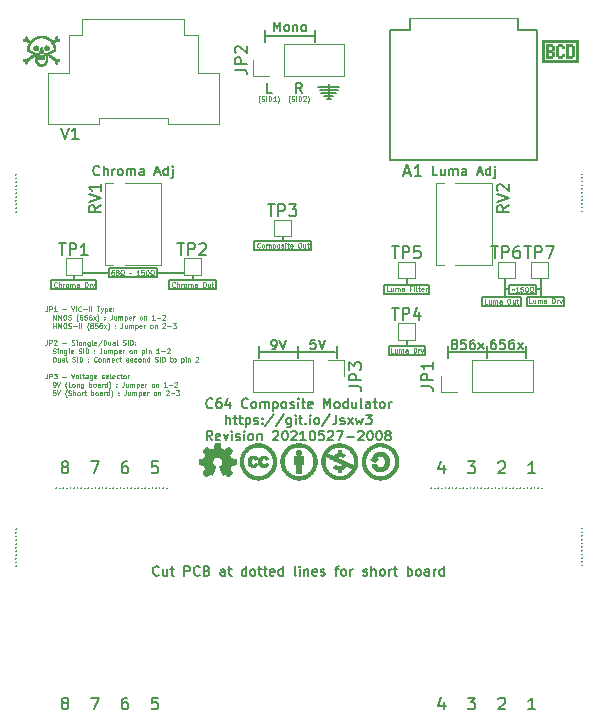
<source format=gto>
G04 #@! TF.GenerationSoftware,KiCad,Pcbnew,(5.1.10)-1*
G04 #@! TF.CreationDate,2021-05-27T20:09:30-04:00*
G04 #@! TF.ProjectId,C64-Composite-Modulator,4336342d-436f-46d7-906f-736974652d4d,1*
G04 #@! TF.SameCoordinates,Original*
G04 #@! TF.FileFunction,Legend,Top*
G04 #@! TF.FilePolarity,Positive*
%FSLAX46Y46*%
G04 Gerber Fmt 4.6, Leading zero omitted, Abs format (unit mm)*
G04 Created by KiCad (PCBNEW (5.1.10)-1) date 2021-05-27 20:09:30*
%MOMM*%
%LPD*%
G01*
G04 APERTURE LIST*
%ADD10C,0.152400*%
%ADD11C,0.101600*%
%ADD12C,0.200000*%
%ADD13C,0.120000*%
%ADD14C,0.127000*%
%ADD15C,0.010000*%
%ADD16C,0.150000*%
%ADD17C,3.616000*%
%ADD18C,2.550000*%
%ADD19R,1.700000X1.700000*%
%ADD20O,1.700000X1.700000*%
%ADD21C,1.200000*%
%ADD22O,1.308000X2.616000*%
%ADD23O,2.616000X1.308000*%
%ADD24R,1.000000X1.000000*%
%ADD25C,1.440000*%
G04 APERTURE END LIST*
D10*
X153423201Y-102990000D02*
X153423201Y-104006000D01*
X160050799Y-102990000D02*
X160050799Y-104006000D01*
X156737000Y-102990000D02*
X156737000Y-104006000D01*
X159975500Y-103498000D02*
X153498500Y-103498000D01*
X143987000Y-81527000D02*
X142717000Y-81527000D01*
X143542500Y-82035000D02*
X143161500Y-82035000D01*
X143352000Y-80765000D02*
X143352000Y-82035000D01*
X144114000Y-81273000D02*
X142590000Y-81273000D01*
X144241000Y-81019000D02*
X142463000Y-81019000D01*
X143733000Y-81781000D02*
X142971000Y-81781000D01*
X123682500Y-97402000D02*
X123682500Y-98164000D01*
X119872500Y-97402000D02*
X123682500Y-97402000D01*
X133770000Y-98164000D02*
X129833000Y-98164000D01*
X123682500Y-98164000D02*
X119872500Y-98164000D01*
X133770000Y-97402000D02*
X133770000Y-98164000D01*
X160104000Y-98799000D02*
X163279000Y-98799000D01*
X129833000Y-97402000D02*
X133770000Y-97402000D01*
X149956000Y-102990000D02*
X149956000Y-102482000D01*
X119872500Y-98164000D02*
X119872500Y-97402000D01*
X129833000Y-98164000D02*
X129833000Y-97402000D01*
X151480000Y-103752000D02*
X151480000Y-102990000D01*
X124718000Y-96386000D02*
X128782000Y-96386000D01*
X128782000Y-96767000D02*
X131068000Y-96767000D01*
X128782000Y-96386000D02*
X128782000Y-97148000D01*
X124718000Y-97148000D02*
X124718000Y-96386000D01*
X128782000Y-97148000D02*
X124718000Y-97148000D01*
X124718000Y-96767000D02*
X122559000Y-96767000D01*
X151480000Y-103752000D02*
X148432000Y-103752000D01*
X148432000Y-102990000D02*
X148432000Y-103752000D01*
X148432000Y-102990000D02*
X151480000Y-102990000D01*
X148051000Y-98545000D02*
X151861000Y-98545000D01*
X151861000Y-97783000D02*
X148051000Y-97783000D01*
X151861000Y-98545000D02*
X151861000Y-97783000D01*
X148051000Y-97783000D02*
X148051000Y-98545000D01*
D11*
X148804533Y-103517255D02*
X148611009Y-103517255D01*
X148611009Y-103110855D01*
X149114171Y-103246322D02*
X149114171Y-103517255D01*
X148940000Y-103246322D02*
X148940000Y-103459198D01*
X148959352Y-103497903D01*
X148998057Y-103517255D01*
X149056114Y-103517255D01*
X149094819Y-103497903D01*
X149114171Y-103478550D01*
X149307695Y-103517255D02*
X149307695Y-103246322D01*
X149307695Y-103285027D02*
X149327047Y-103265674D01*
X149365752Y-103246322D01*
X149423809Y-103246322D01*
X149462514Y-103265674D01*
X149481866Y-103304379D01*
X149481866Y-103517255D01*
X149481866Y-103304379D02*
X149501219Y-103265674D01*
X149539923Y-103246322D01*
X149597980Y-103246322D01*
X149636685Y-103265674D01*
X149656038Y-103304379D01*
X149656038Y-103517255D01*
X150023733Y-103517255D02*
X150023733Y-103304379D01*
X150004380Y-103265674D01*
X149965676Y-103246322D01*
X149888266Y-103246322D01*
X149849561Y-103265674D01*
X150023733Y-103497903D02*
X149985028Y-103517255D01*
X149888266Y-103517255D01*
X149849561Y-103497903D01*
X149830209Y-103459198D01*
X149830209Y-103420493D01*
X149849561Y-103381788D01*
X149888266Y-103362436D01*
X149985028Y-103362436D01*
X150023733Y-103343084D01*
X150526895Y-103517255D02*
X150526895Y-103110855D01*
X150623657Y-103110855D01*
X150681714Y-103130208D01*
X150720419Y-103168912D01*
X150739771Y-103207617D01*
X150759123Y-103285027D01*
X150759123Y-103343084D01*
X150739771Y-103420493D01*
X150720419Y-103459198D01*
X150681714Y-103497903D01*
X150623657Y-103517255D01*
X150526895Y-103517255D01*
X150933295Y-103517255D02*
X150933295Y-103246322D01*
X150933295Y-103323731D02*
X150952647Y-103285027D01*
X150972000Y-103265674D01*
X151010704Y-103246322D01*
X151049409Y-103246322D01*
X151146171Y-103246322D02*
X151242933Y-103517255D01*
X151339695Y-103246322D01*
D10*
X122405434Y-114997000D02*
G75*
G03*
X122405434Y-114997000I-50000J0D01*
G01*
X121801538Y-114997000D02*
G75*
G03*
X121801538Y-114997000I-50000J0D01*
G01*
X121197642Y-114997000D02*
G75*
G03*
X121197642Y-114997000I-50000J0D01*
G01*
X123009330Y-114997000D02*
G75*
G03*
X123009330Y-114997000I-50000J0D01*
G01*
X122103486Y-114997000D02*
G75*
G03*
X122103486Y-114997000I-50000J0D01*
G01*
X120593746Y-114997000D02*
G75*
G03*
X120593746Y-114997000I-50000J0D01*
G01*
X120291798Y-114997000D02*
G75*
G03*
X120291798Y-114997000I-50000J0D01*
G01*
X121499590Y-114997000D02*
G75*
G03*
X121499590Y-114997000I-50000J0D01*
G01*
X122707382Y-114997000D02*
G75*
G03*
X122707382Y-114997000I-50000J0D01*
G01*
X120895694Y-114997000D02*
G75*
G03*
X120895694Y-114997000I-50000J0D01*
G01*
X123311278Y-114997000D02*
G75*
G03*
X123311278Y-114997000I-50000J0D01*
G01*
X116897000Y-90963069D02*
G75*
G03*
X116897000Y-90963069I-50000J0D01*
G01*
X116897000Y-119080923D02*
G75*
G03*
X116897000Y-119080923I-50000J0D01*
G01*
X116897000Y-120021996D02*
G75*
G03*
X116897000Y-120021996I-50000J0D01*
G01*
X116897000Y-119394614D02*
G75*
G03*
X116897000Y-119394614I-50000J0D01*
G01*
X116897000Y-88453541D02*
G75*
G03*
X116897000Y-88453541I-50000J0D01*
G01*
X116897000Y-89708305D02*
G75*
G03*
X116897000Y-89708305I-50000J0D01*
G01*
X116897000Y-90021996D02*
G75*
G03*
X116897000Y-90021996I-50000J0D01*
G01*
X116897000Y-91276760D02*
G75*
G03*
X116897000Y-91276760I-50000J0D01*
G01*
X116897000Y-89080923D02*
G75*
G03*
X116897000Y-89080923I-50000J0D01*
G01*
X116897000Y-120335687D02*
G75*
G03*
X116897000Y-120335687I-50000J0D01*
G01*
X116897000Y-120963069D02*
G75*
G03*
X116897000Y-120963069I-50000J0D01*
G01*
X116897000Y-91590451D02*
G75*
G03*
X116897000Y-91590451I-50000J0D01*
G01*
X116897000Y-120649378D02*
G75*
G03*
X116897000Y-120649378I-50000J0D01*
G01*
X116897000Y-90335687D02*
G75*
G03*
X116897000Y-90335687I-50000J0D01*
G01*
X116897000Y-118453541D02*
G75*
G03*
X116897000Y-118453541I-50000J0D01*
G01*
X116897000Y-119708305D02*
G75*
G03*
X116897000Y-119708305I-50000J0D01*
G01*
X116897000Y-118767232D02*
G75*
G03*
X116897000Y-118767232I-50000J0D01*
G01*
X116897000Y-89394614D02*
G75*
G03*
X116897000Y-89394614I-50000J0D01*
G01*
X116897000Y-121276760D02*
G75*
G03*
X116897000Y-121276760I-50000J0D01*
G01*
X116897000Y-88767232D02*
G75*
G03*
X116897000Y-88767232I-50000J0D01*
G01*
X116897000Y-121590451D02*
G75*
G03*
X116897000Y-121590451I-50000J0D01*
G01*
X116897000Y-90649378D02*
G75*
G03*
X116897000Y-90649378I-50000J0D01*
G01*
X164797000Y-89658305D02*
G75*
G03*
X164797000Y-89658305I-50000J0D01*
G01*
X164797000Y-89971996D02*
G75*
G03*
X164797000Y-89971996I-50000J0D01*
G01*
X164797000Y-90599378D02*
G75*
G03*
X164797000Y-90599378I-50000J0D01*
G01*
X164797000Y-89344614D02*
G75*
G03*
X164797000Y-89344614I-50000J0D01*
G01*
X164797000Y-88717232D02*
G75*
G03*
X164797000Y-88717232I-50000J0D01*
G01*
X164797000Y-89030923D02*
G75*
G03*
X164797000Y-89030923I-50000J0D01*
G01*
X164797000Y-91226760D02*
G75*
G03*
X164797000Y-91226760I-50000J0D01*
G01*
X164797000Y-91540451D02*
G75*
G03*
X164797000Y-91540451I-50000J0D01*
G01*
X164797000Y-90913069D02*
G75*
G03*
X164797000Y-90913069I-50000J0D01*
G01*
X164797000Y-90285687D02*
G75*
G03*
X164797000Y-90285687I-50000J0D01*
G01*
X164797000Y-88403541D02*
G75*
G03*
X164797000Y-88403541I-50000J0D01*
G01*
X164797000Y-119030923D02*
G75*
G03*
X164797000Y-119030923I-50000J0D01*
G01*
X164797000Y-120599378D02*
G75*
G03*
X164797000Y-120599378I-50000J0D01*
G01*
X164797000Y-119658305D02*
G75*
G03*
X164797000Y-119658305I-50000J0D01*
G01*
X164797000Y-118717232D02*
G75*
G03*
X164797000Y-118717232I-50000J0D01*
G01*
X164797000Y-119971996D02*
G75*
G03*
X164797000Y-119971996I-50000J0D01*
G01*
X164797000Y-119344614D02*
G75*
G03*
X164797000Y-119344614I-50000J0D01*
G01*
X164797000Y-118403541D02*
G75*
G03*
X164797000Y-118403541I-50000J0D01*
G01*
X164797000Y-121540451D02*
G75*
G03*
X164797000Y-121540451I-50000J0D01*
G01*
X164797000Y-121226760D02*
G75*
G03*
X164797000Y-121226760I-50000J0D01*
G01*
X164797000Y-120913069D02*
G75*
G03*
X164797000Y-120913069I-50000J0D01*
G01*
X164797000Y-120285687D02*
G75*
G03*
X164797000Y-120285687I-50000J0D01*
G01*
X159596000Y-99561000D02*
X156294000Y-99561000D01*
X159596000Y-98799000D02*
X159596000Y-99561000D01*
X156294000Y-99561000D02*
X156294000Y-98799000D01*
D11*
X125134076Y-96544447D02*
X125056666Y-96544447D01*
X125017961Y-96563800D01*
X124998609Y-96583152D01*
X124959904Y-96641209D01*
X124940552Y-96718619D01*
X124940552Y-96873438D01*
X124959904Y-96912142D01*
X124979257Y-96931495D01*
X125017961Y-96950847D01*
X125095371Y-96950847D01*
X125134076Y-96931495D01*
X125153428Y-96912142D01*
X125172780Y-96873438D01*
X125172780Y-96776676D01*
X125153428Y-96737971D01*
X125134076Y-96718619D01*
X125095371Y-96699266D01*
X125017961Y-96699266D01*
X124979257Y-96718619D01*
X124959904Y-96737971D01*
X124940552Y-96776676D01*
X125405009Y-96718619D02*
X125366304Y-96699266D01*
X125346952Y-96679914D01*
X125327600Y-96641209D01*
X125327600Y-96621857D01*
X125346952Y-96583152D01*
X125366304Y-96563800D01*
X125405009Y-96544447D01*
X125482419Y-96544447D01*
X125521123Y-96563800D01*
X125540476Y-96583152D01*
X125559828Y-96621857D01*
X125559828Y-96641209D01*
X125540476Y-96679914D01*
X125521123Y-96699266D01*
X125482419Y-96718619D01*
X125405009Y-96718619D01*
X125366304Y-96737971D01*
X125346952Y-96757323D01*
X125327600Y-96796028D01*
X125327600Y-96873438D01*
X125346952Y-96912142D01*
X125366304Y-96931495D01*
X125405009Y-96950847D01*
X125482419Y-96950847D01*
X125521123Y-96931495D01*
X125540476Y-96912142D01*
X125559828Y-96873438D01*
X125559828Y-96796028D01*
X125540476Y-96757323D01*
X125521123Y-96737971D01*
X125482419Y-96718619D01*
X125714647Y-96950847D02*
X125811409Y-96950847D01*
X125811409Y-96873438D01*
X125772704Y-96854085D01*
X125734000Y-96815380D01*
X125714647Y-96757323D01*
X125714647Y-96660561D01*
X125734000Y-96602504D01*
X125772704Y-96563800D01*
X125830761Y-96544447D01*
X125908171Y-96544447D01*
X125966228Y-96563800D01*
X126004933Y-96602504D01*
X126024285Y-96660561D01*
X126024285Y-96757323D01*
X126004933Y-96815380D01*
X125966228Y-96854085D01*
X125927523Y-96873438D01*
X125927523Y-96950847D01*
X126024285Y-96950847D01*
X126450038Y-96796028D02*
X126469390Y-96776676D01*
X126508095Y-96757323D01*
X126585504Y-96796028D01*
X126624209Y-96776676D01*
X126643561Y-96757323D01*
X127320895Y-96950847D02*
X127088666Y-96950847D01*
X127204780Y-96950847D02*
X127204780Y-96544447D01*
X127166076Y-96602504D01*
X127127371Y-96641209D01*
X127088666Y-96660561D01*
X127688590Y-96544447D02*
X127495066Y-96544447D01*
X127475714Y-96737971D01*
X127495066Y-96718619D01*
X127533771Y-96699266D01*
X127630533Y-96699266D01*
X127669238Y-96718619D01*
X127688590Y-96737971D01*
X127707942Y-96776676D01*
X127707942Y-96873438D01*
X127688590Y-96912142D01*
X127669238Y-96931495D01*
X127630533Y-96950847D01*
X127533771Y-96950847D01*
X127495066Y-96931495D01*
X127475714Y-96912142D01*
X127959523Y-96544447D02*
X127998228Y-96544447D01*
X128036933Y-96563800D01*
X128056285Y-96583152D01*
X128075638Y-96621857D01*
X128094990Y-96699266D01*
X128094990Y-96796028D01*
X128075638Y-96873438D01*
X128056285Y-96912142D01*
X128036933Y-96931495D01*
X127998228Y-96950847D01*
X127959523Y-96950847D01*
X127920819Y-96931495D01*
X127901466Y-96912142D01*
X127882114Y-96873438D01*
X127862761Y-96796028D01*
X127862761Y-96699266D01*
X127882114Y-96621857D01*
X127901466Y-96583152D01*
X127920819Y-96563800D01*
X127959523Y-96544447D01*
X128249809Y-96950847D02*
X128346571Y-96950847D01*
X128346571Y-96873438D01*
X128307866Y-96854085D01*
X128269161Y-96815380D01*
X128249809Y-96757323D01*
X128249809Y-96660561D01*
X128269161Y-96602504D01*
X128307866Y-96563800D01*
X128365923Y-96544447D01*
X128443333Y-96544447D01*
X128501390Y-96563800D01*
X128540095Y-96602504D01*
X128559447Y-96660561D01*
X128559447Y-96757323D01*
X128540095Y-96815380D01*
X128501390Y-96854085D01*
X128462685Y-96873438D01*
X128462685Y-96950847D01*
X128559447Y-96950847D01*
D10*
X138675980Y-76306695D02*
X138675980Y-75493895D01*
X138946914Y-76074466D01*
X139217847Y-75493895D01*
X139217847Y-76306695D01*
X139721009Y-76306695D02*
X139643600Y-76267990D01*
X139604895Y-76229285D01*
X139566190Y-76151876D01*
X139566190Y-75919647D01*
X139604895Y-75842238D01*
X139643600Y-75803533D01*
X139721009Y-75764828D01*
X139837123Y-75764828D01*
X139914533Y-75803533D01*
X139953238Y-75842238D01*
X139991942Y-75919647D01*
X139991942Y-76151876D01*
X139953238Y-76229285D01*
X139914533Y-76267990D01*
X139837123Y-76306695D01*
X139721009Y-76306695D01*
X140340285Y-75764828D02*
X140340285Y-76306695D01*
X140340285Y-75842238D02*
X140378990Y-75803533D01*
X140456400Y-75764828D01*
X140572514Y-75764828D01*
X140649923Y-75803533D01*
X140688628Y-75880942D01*
X140688628Y-76306695D01*
X141191790Y-76306695D02*
X141114380Y-76267990D01*
X141075676Y-76229285D01*
X141036971Y-76151876D01*
X141036971Y-75919647D01*
X141075676Y-75842238D01*
X141114380Y-75803533D01*
X141191790Y-75764828D01*
X141307904Y-75764828D01*
X141385314Y-75803533D01*
X141424019Y-75842238D01*
X141462723Y-75919647D01*
X141462723Y-76151876D01*
X141424019Y-76229285D01*
X141385314Y-76267990D01*
X141307904Y-76306695D01*
X141191790Y-76306695D01*
D11*
X160540033Y-99326255D02*
X160346509Y-99326255D01*
X160346509Y-98919855D01*
X160849671Y-99055322D02*
X160849671Y-99326255D01*
X160675500Y-99055322D02*
X160675500Y-99268198D01*
X160694852Y-99306903D01*
X160733557Y-99326255D01*
X160791614Y-99326255D01*
X160830319Y-99306903D01*
X160849671Y-99287550D01*
X161043195Y-99326255D02*
X161043195Y-99055322D01*
X161043195Y-99094027D02*
X161062547Y-99074674D01*
X161101252Y-99055322D01*
X161159309Y-99055322D01*
X161198014Y-99074674D01*
X161217366Y-99113379D01*
X161217366Y-99326255D01*
X161217366Y-99113379D02*
X161236719Y-99074674D01*
X161275423Y-99055322D01*
X161333480Y-99055322D01*
X161372185Y-99074674D01*
X161391538Y-99113379D01*
X161391538Y-99326255D01*
X161759233Y-99326255D02*
X161759233Y-99113379D01*
X161739880Y-99074674D01*
X161701176Y-99055322D01*
X161623766Y-99055322D01*
X161585061Y-99074674D01*
X161759233Y-99306903D02*
X161720528Y-99326255D01*
X161623766Y-99326255D01*
X161585061Y-99306903D01*
X161565709Y-99268198D01*
X161565709Y-99229493D01*
X161585061Y-99190788D01*
X161623766Y-99171436D01*
X161720528Y-99171436D01*
X161759233Y-99152084D01*
X162262395Y-99326255D02*
X162262395Y-98919855D01*
X162359157Y-98919855D01*
X162417214Y-98939208D01*
X162455919Y-98977912D01*
X162475271Y-99016617D01*
X162494623Y-99094027D01*
X162494623Y-99152084D01*
X162475271Y-99229493D01*
X162455919Y-99268198D01*
X162417214Y-99306903D01*
X162359157Y-99326255D01*
X162262395Y-99326255D01*
X162668795Y-99326255D02*
X162668795Y-99055322D01*
X162668795Y-99132731D02*
X162688147Y-99094027D01*
X162707500Y-99074674D01*
X162746204Y-99055322D01*
X162784909Y-99055322D01*
X162881671Y-99055322D02*
X162978433Y-99326255D01*
X163075195Y-99055322D01*
X130311366Y-97928142D02*
X130292014Y-97947495D01*
X130233957Y-97966847D01*
X130195252Y-97966847D01*
X130137195Y-97947495D01*
X130098490Y-97908790D01*
X130079138Y-97870085D01*
X130059785Y-97792676D01*
X130059785Y-97734619D01*
X130079138Y-97657209D01*
X130098490Y-97618504D01*
X130137195Y-97579800D01*
X130195252Y-97560447D01*
X130233957Y-97560447D01*
X130292014Y-97579800D01*
X130311366Y-97599152D01*
X130485538Y-97966847D02*
X130485538Y-97560447D01*
X130659709Y-97966847D02*
X130659709Y-97753971D01*
X130640357Y-97715266D01*
X130601652Y-97695914D01*
X130543595Y-97695914D01*
X130504890Y-97715266D01*
X130485538Y-97734619D01*
X130853233Y-97966847D02*
X130853233Y-97695914D01*
X130853233Y-97773323D02*
X130872585Y-97734619D01*
X130891938Y-97715266D01*
X130930642Y-97695914D01*
X130969347Y-97695914D01*
X131162871Y-97966847D02*
X131124166Y-97947495D01*
X131104814Y-97928142D01*
X131085461Y-97889438D01*
X131085461Y-97773323D01*
X131104814Y-97734619D01*
X131124166Y-97715266D01*
X131162871Y-97695914D01*
X131220928Y-97695914D01*
X131259633Y-97715266D01*
X131278985Y-97734619D01*
X131298338Y-97773323D01*
X131298338Y-97889438D01*
X131278985Y-97928142D01*
X131259633Y-97947495D01*
X131220928Y-97966847D01*
X131162871Y-97966847D01*
X131472509Y-97966847D02*
X131472509Y-97695914D01*
X131472509Y-97734619D02*
X131491861Y-97715266D01*
X131530566Y-97695914D01*
X131588623Y-97695914D01*
X131627328Y-97715266D01*
X131646680Y-97753971D01*
X131646680Y-97966847D01*
X131646680Y-97753971D02*
X131666033Y-97715266D01*
X131704738Y-97695914D01*
X131762795Y-97695914D01*
X131801500Y-97715266D01*
X131820852Y-97753971D01*
X131820852Y-97966847D01*
X132188547Y-97966847D02*
X132188547Y-97753971D01*
X132169195Y-97715266D01*
X132130490Y-97695914D01*
X132053080Y-97695914D01*
X132014376Y-97715266D01*
X132188547Y-97947495D02*
X132149842Y-97966847D01*
X132053080Y-97966847D01*
X132014376Y-97947495D01*
X131995023Y-97908790D01*
X131995023Y-97870085D01*
X132014376Y-97831380D01*
X132053080Y-97812028D01*
X132149842Y-97812028D01*
X132188547Y-97792676D01*
X132769119Y-97560447D02*
X132846528Y-97560447D01*
X132885233Y-97579800D01*
X132923938Y-97618504D01*
X132943290Y-97695914D01*
X132943290Y-97831380D01*
X132923938Y-97908790D01*
X132885233Y-97947495D01*
X132846528Y-97966847D01*
X132769119Y-97966847D01*
X132730414Y-97947495D01*
X132691709Y-97908790D01*
X132672357Y-97831380D01*
X132672357Y-97695914D01*
X132691709Y-97618504D01*
X132730414Y-97579800D01*
X132769119Y-97560447D01*
X133291633Y-97695914D02*
X133291633Y-97966847D01*
X133117461Y-97695914D02*
X133117461Y-97908790D01*
X133136814Y-97947495D01*
X133175519Y-97966847D01*
X133233576Y-97966847D01*
X133272280Y-97947495D01*
X133291633Y-97928142D01*
X133427100Y-97695914D02*
X133581919Y-97695914D01*
X133485157Y-97560447D02*
X133485157Y-97908790D01*
X133504509Y-97947495D01*
X133543214Y-97966847D01*
X133581919Y-97966847D01*
X120316395Y-97928142D02*
X120297042Y-97947495D01*
X120238985Y-97966847D01*
X120200280Y-97966847D01*
X120142223Y-97947495D01*
X120103519Y-97908790D01*
X120084166Y-97870085D01*
X120064814Y-97792676D01*
X120064814Y-97734619D01*
X120084166Y-97657209D01*
X120103519Y-97618504D01*
X120142223Y-97579800D01*
X120200280Y-97560447D01*
X120238985Y-97560447D01*
X120297042Y-97579800D01*
X120316395Y-97599152D01*
X120490566Y-97966847D02*
X120490566Y-97560447D01*
X120664738Y-97966847D02*
X120664738Y-97753971D01*
X120645385Y-97715266D01*
X120606680Y-97695914D01*
X120548623Y-97695914D01*
X120509919Y-97715266D01*
X120490566Y-97734619D01*
X120858261Y-97966847D02*
X120858261Y-97695914D01*
X120858261Y-97773323D02*
X120877614Y-97734619D01*
X120896966Y-97715266D01*
X120935671Y-97695914D01*
X120974376Y-97695914D01*
X121167900Y-97966847D02*
X121129195Y-97947495D01*
X121109842Y-97928142D01*
X121090490Y-97889438D01*
X121090490Y-97773323D01*
X121109842Y-97734619D01*
X121129195Y-97715266D01*
X121167900Y-97695914D01*
X121225957Y-97695914D01*
X121264661Y-97715266D01*
X121284014Y-97734619D01*
X121303366Y-97773323D01*
X121303366Y-97889438D01*
X121284014Y-97928142D01*
X121264661Y-97947495D01*
X121225957Y-97966847D01*
X121167900Y-97966847D01*
X121477538Y-97966847D02*
X121477538Y-97695914D01*
X121477538Y-97734619D02*
X121496890Y-97715266D01*
X121535595Y-97695914D01*
X121593652Y-97695914D01*
X121632357Y-97715266D01*
X121651709Y-97753971D01*
X121651709Y-97966847D01*
X121651709Y-97753971D02*
X121671061Y-97715266D01*
X121709766Y-97695914D01*
X121767823Y-97695914D01*
X121806528Y-97715266D01*
X121825880Y-97753971D01*
X121825880Y-97966847D01*
X122193576Y-97966847D02*
X122193576Y-97753971D01*
X122174223Y-97715266D01*
X122135519Y-97695914D01*
X122058109Y-97695914D01*
X122019404Y-97715266D01*
X122193576Y-97947495D02*
X122154871Y-97966847D01*
X122058109Y-97966847D01*
X122019404Y-97947495D01*
X122000052Y-97908790D01*
X122000052Y-97870085D01*
X122019404Y-97831380D01*
X122058109Y-97812028D01*
X122154871Y-97812028D01*
X122193576Y-97792676D01*
X122696738Y-97966847D02*
X122696738Y-97560447D01*
X122793500Y-97560447D01*
X122851557Y-97579800D01*
X122890261Y-97618504D01*
X122909614Y-97657209D01*
X122928966Y-97734619D01*
X122928966Y-97792676D01*
X122909614Y-97870085D01*
X122890261Y-97908790D01*
X122851557Y-97947495D01*
X122793500Y-97966847D01*
X122696738Y-97966847D01*
X123103138Y-97966847D02*
X123103138Y-97695914D01*
X123103138Y-97773323D02*
X123122490Y-97734619D01*
X123141842Y-97715266D01*
X123180547Y-97695914D01*
X123219252Y-97695914D01*
X123316014Y-97695914D02*
X123412776Y-97966847D01*
X123509538Y-97695914D01*
X156764504Y-99363847D02*
X156570980Y-99363847D01*
X156570980Y-98957447D01*
X157074142Y-99092914D02*
X157074142Y-99363847D01*
X156899971Y-99092914D02*
X156899971Y-99305790D01*
X156919323Y-99344495D01*
X156958028Y-99363847D01*
X157016085Y-99363847D01*
X157054790Y-99344495D01*
X157074142Y-99325142D01*
X157267666Y-99363847D02*
X157267666Y-99092914D01*
X157267666Y-99131619D02*
X157287019Y-99112266D01*
X157325723Y-99092914D01*
X157383780Y-99092914D01*
X157422485Y-99112266D01*
X157441838Y-99150971D01*
X157441838Y-99363847D01*
X157441838Y-99150971D02*
X157461190Y-99112266D01*
X157499895Y-99092914D01*
X157557952Y-99092914D01*
X157596657Y-99112266D01*
X157616009Y-99150971D01*
X157616009Y-99363847D01*
X157983704Y-99363847D02*
X157983704Y-99150971D01*
X157964352Y-99112266D01*
X157925647Y-99092914D01*
X157848238Y-99092914D01*
X157809533Y-99112266D01*
X157983704Y-99344495D02*
X157945000Y-99363847D01*
X157848238Y-99363847D01*
X157809533Y-99344495D01*
X157790180Y-99305790D01*
X157790180Y-99267085D01*
X157809533Y-99228380D01*
X157848238Y-99209028D01*
X157945000Y-99209028D01*
X157983704Y-99189676D01*
X158564276Y-98957447D02*
X158641685Y-98957447D01*
X158680390Y-98976800D01*
X158719095Y-99015504D01*
X158738447Y-99092914D01*
X158738447Y-99228380D01*
X158719095Y-99305790D01*
X158680390Y-99344495D01*
X158641685Y-99363847D01*
X158564276Y-99363847D01*
X158525571Y-99344495D01*
X158486866Y-99305790D01*
X158467514Y-99228380D01*
X158467514Y-99092914D01*
X158486866Y-99015504D01*
X158525571Y-98976800D01*
X158564276Y-98957447D01*
X159086790Y-99092914D02*
X159086790Y-99363847D01*
X158912619Y-99092914D02*
X158912619Y-99305790D01*
X158931971Y-99344495D01*
X158970676Y-99363847D01*
X159028733Y-99363847D01*
X159067438Y-99344495D01*
X159086790Y-99325142D01*
X159222257Y-99092914D02*
X159377076Y-99092914D01*
X159280314Y-98957447D02*
X159280314Y-99305790D01*
X159299666Y-99344495D01*
X159338371Y-99363847D01*
X159377076Y-99363847D01*
D10*
X161294000Y-98164000D02*
X161294000Y-97275000D01*
X160913000Y-98164000D02*
X161294000Y-98164000D01*
X153899604Y-102766238D02*
X153822195Y-102727533D01*
X153783490Y-102688828D01*
X153744785Y-102611419D01*
X153744785Y-102572714D01*
X153783490Y-102495304D01*
X153822195Y-102456600D01*
X153899604Y-102417895D01*
X154054423Y-102417895D01*
X154131833Y-102456600D01*
X154170538Y-102495304D01*
X154209242Y-102572714D01*
X154209242Y-102611419D01*
X154170538Y-102688828D01*
X154131833Y-102727533D01*
X154054423Y-102766238D01*
X153899604Y-102766238D01*
X153822195Y-102804942D01*
X153783490Y-102843647D01*
X153744785Y-102921057D01*
X153744785Y-103075876D01*
X153783490Y-103153285D01*
X153822195Y-103191990D01*
X153899604Y-103230695D01*
X154054423Y-103230695D01*
X154131833Y-103191990D01*
X154170538Y-103153285D01*
X154209242Y-103075876D01*
X154209242Y-102921057D01*
X154170538Y-102843647D01*
X154131833Y-102804942D01*
X154054423Y-102766238D01*
X154944633Y-102417895D02*
X154557585Y-102417895D01*
X154518880Y-102804942D01*
X154557585Y-102766238D01*
X154634995Y-102727533D01*
X154828519Y-102727533D01*
X154905928Y-102766238D01*
X154944633Y-102804942D01*
X154983338Y-102882352D01*
X154983338Y-103075876D01*
X154944633Y-103153285D01*
X154905928Y-103191990D01*
X154828519Y-103230695D01*
X154634995Y-103230695D01*
X154557585Y-103191990D01*
X154518880Y-103153285D01*
X155680023Y-102417895D02*
X155525204Y-102417895D01*
X155447795Y-102456600D01*
X155409090Y-102495304D01*
X155331680Y-102611419D01*
X155292976Y-102766238D01*
X155292976Y-103075876D01*
X155331680Y-103153285D01*
X155370385Y-103191990D01*
X155447795Y-103230695D01*
X155602614Y-103230695D01*
X155680023Y-103191990D01*
X155718728Y-103153285D01*
X155757433Y-103075876D01*
X155757433Y-102882352D01*
X155718728Y-102804942D01*
X155680023Y-102766238D01*
X155602614Y-102727533D01*
X155447795Y-102727533D01*
X155370385Y-102766238D01*
X155331680Y-102804942D01*
X155292976Y-102882352D01*
X156028366Y-103230695D02*
X156454119Y-102688828D01*
X156028366Y-102688828D02*
X156454119Y-103230695D01*
X157445632Y-102417895D02*
X157290813Y-102417895D01*
X157213403Y-102456600D01*
X157174699Y-102495304D01*
X157097289Y-102611419D01*
X157058584Y-102766238D01*
X157058584Y-103075876D01*
X157097289Y-103153285D01*
X157135994Y-103191990D01*
X157213403Y-103230695D01*
X157368222Y-103230695D01*
X157445632Y-103191990D01*
X157484337Y-103153285D01*
X157523041Y-103075876D01*
X157523041Y-102882352D01*
X157484337Y-102804942D01*
X157445632Y-102766238D01*
X157368222Y-102727533D01*
X157213403Y-102727533D01*
X157135994Y-102766238D01*
X157097289Y-102804942D01*
X157058584Y-102882352D01*
X158258432Y-102417895D02*
X157871384Y-102417895D01*
X157832679Y-102804942D01*
X157871384Y-102766238D01*
X157948794Y-102727533D01*
X158142318Y-102727533D01*
X158219727Y-102766238D01*
X158258432Y-102804942D01*
X158297137Y-102882352D01*
X158297137Y-103075876D01*
X158258432Y-103153285D01*
X158219727Y-103191990D01*
X158142318Y-103230695D01*
X157948794Y-103230695D01*
X157871384Y-103191990D01*
X157832679Y-103153285D01*
X158993822Y-102417895D02*
X158839003Y-102417895D01*
X158761594Y-102456600D01*
X158722889Y-102495304D01*
X158645479Y-102611419D01*
X158606775Y-102766238D01*
X158606775Y-103075876D01*
X158645479Y-103153285D01*
X158684184Y-103191990D01*
X158761594Y-103230695D01*
X158916413Y-103230695D01*
X158993822Y-103191990D01*
X159032527Y-103153285D01*
X159071232Y-103075876D01*
X159071232Y-102882352D01*
X159032527Y-102804942D01*
X158993822Y-102766238D01*
X158916413Y-102727533D01*
X158761594Y-102727533D01*
X158684184Y-102766238D01*
X158645479Y-102804942D01*
X158606775Y-102882352D01*
X159342165Y-103230695D02*
X159767918Y-102688828D01*
X159342165Y-102688828D02*
X159767918Y-103230695D01*
D11*
X137526933Y-82373666D02*
X137507580Y-82354314D01*
X137468876Y-82296257D01*
X137449523Y-82257552D01*
X137430171Y-82199495D01*
X137410819Y-82102733D01*
X137410819Y-82025323D01*
X137430171Y-81928561D01*
X137449523Y-81870504D01*
X137468876Y-81831800D01*
X137507580Y-81773742D01*
X137526933Y-81754390D01*
X137662400Y-82199495D02*
X137720457Y-82218847D01*
X137817219Y-82218847D01*
X137855923Y-82199495D01*
X137875276Y-82180142D01*
X137894628Y-82141438D01*
X137894628Y-82102733D01*
X137875276Y-82064028D01*
X137855923Y-82044676D01*
X137817219Y-82025323D01*
X137739809Y-82005971D01*
X137701104Y-81986619D01*
X137681752Y-81967266D01*
X137662400Y-81928561D01*
X137662400Y-81889857D01*
X137681752Y-81851152D01*
X137701104Y-81831800D01*
X137739809Y-81812447D01*
X137836571Y-81812447D01*
X137894628Y-81831800D01*
X138068800Y-82218847D02*
X138068800Y-81812447D01*
X138262323Y-82218847D02*
X138262323Y-81812447D01*
X138359085Y-81812447D01*
X138417142Y-81831800D01*
X138455847Y-81870504D01*
X138475200Y-81909209D01*
X138494552Y-81986619D01*
X138494552Y-82044676D01*
X138475200Y-82122085D01*
X138455847Y-82160790D01*
X138417142Y-82199495D01*
X138359085Y-82218847D01*
X138262323Y-82218847D01*
X138881600Y-82218847D02*
X138649371Y-82218847D01*
X138765485Y-82218847D02*
X138765485Y-81812447D01*
X138726780Y-81870504D01*
X138688076Y-81909209D01*
X138649371Y-81928561D01*
X139017066Y-82373666D02*
X139036419Y-82354314D01*
X139075123Y-82296257D01*
X139094476Y-82257552D01*
X139113828Y-82199495D01*
X139133180Y-82102733D01*
X139133180Y-82025323D01*
X139113828Y-81928561D01*
X139094476Y-81870504D01*
X139075123Y-81831800D01*
X139036419Y-81773742D01*
X139017066Y-81754390D01*
X140066933Y-82373666D02*
X140047580Y-82354314D01*
X140008876Y-82296257D01*
X139989523Y-82257552D01*
X139970171Y-82199495D01*
X139950819Y-82102733D01*
X139950819Y-82025323D01*
X139970171Y-81928561D01*
X139989523Y-81870504D01*
X140008876Y-81831800D01*
X140047580Y-81773742D01*
X140066933Y-81754390D01*
X140202400Y-82199495D02*
X140260457Y-82218847D01*
X140357219Y-82218847D01*
X140395923Y-82199495D01*
X140415276Y-82180142D01*
X140434628Y-82141438D01*
X140434628Y-82102733D01*
X140415276Y-82064028D01*
X140395923Y-82044676D01*
X140357219Y-82025323D01*
X140279809Y-82005971D01*
X140241104Y-81986619D01*
X140221752Y-81967266D01*
X140202400Y-81928561D01*
X140202400Y-81889857D01*
X140221752Y-81851152D01*
X140241104Y-81831800D01*
X140279809Y-81812447D01*
X140376571Y-81812447D01*
X140434628Y-81831800D01*
X140608800Y-82218847D02*
X140608800Y-81812447D01*
X140802323Y-82218847D02*
X140802323Y-81812447D01*
X140899085Y-81812447D01*
X140957142Y-81831800D01*
X140995847Y-81870504D01*
X141015200Y-81909209D01*
X141034552Y-81986619D01*
X141034552Y-82044676D01*
X141015200Y-82122085D01*
X140995847Y-82160790D01*
X140957142Y-82199495D01*
X140899085Y-82218847D01*
X140802323Y-82218847D01*
X141189371Y-81851152D02*
X141208723Y-81831800D01*
X141247428Y-81812447D01*
X141344190Y-81812447D01*
X141382895Y-81831800D01*
X141402247Y-81851152D01*
X141421600Y-81889857D01*
X141421600Y-81928561D01*
X141402247Y-81986619D01*
X141170019Y-82218847D01*
X141421600Y-82218847D01*
X141557066Y-82373666D02*
X141576419Y-82354314D01*
X141615123Y-82296257D01*
X141634476Y-82257552D01*
X141653828Y-82199495D01*
X141673180Y-82102733D01*
X141673180Y-82025323D01*
X141653828Y-81928561D01*
X141634476Y-81870504D01*
X141615123Y-81831800D01*
X141576419Y-81773742D01*
X141557066Y-81754390D01*
D10*
X123932847Y-88421285D02*
X123894142Y-88459990D01*
X123778028Y-88498695D01*
X123700619Y-88498695D01*
X123584504Y-88459990D01*
X123507095Y-88382580D01*
X123468390Y-88305171D01*
X123429685Y-88150352D01*
X123429685Y-88034238D01*
X123468390Y-87879419D01*
X123507095Y-87802009D01*
X123584504Y-87724600D01*
X123700619Y-87685895D01*
X123778028Y-87685895D01*
X123894142Y-87724600D01*
X123932847Y-87763304D01*
X124281190Y-88498695D02*
X124281190Y-87685895D01*
X124629533Y-88498695D02*
X124629533Y-88072942D01*
X124590828Y-87995533D01*
X124513419Y-87956828D01*
X124397304Y-87956828D01*
X124319895Y-87995533D01*
X124281190Y-88034238D01*
X125016580Y-88498695D02*
X125016580Y-87956828D01*
X125016580Y-88111647D02*
X125055285Y-88034238D01*
X125093990Y-87995533D01*
X125171400Y-87956828D01*
X125248809Y-87956828D01*
X125635857Y-88498695D02*
X125558447Y-88459990D01*
X125519742Y-88421285D01*
X125481038Y-88343876D01*
X125481038Y-88111647D01*
X125519742Y-88034238D01*
X125558447Y-87995533D01*
X125635857Y-87956828D01*
X125751971Y-87956828D01*
X125829380Y-87995533D01*
X125868085Y-88034238D01*
X125906790Y-88111647D01*
X125906790Y-88343876D01*
X125868085Y-88421285D01*
X125829380Y-88459990D01*
X125751971Y-88498695D01*
X125635857Y-88498695D01*
X126255133Y-88498695D02*
X126255133Y-87956828D01*
X126255133Y-88034238D02*
X126293838Y-87995533D01*
X126371247Y-87956828D01*
X126487361Y-87956828D01*
X126564771Y-87995533D01*
X126603476Y-88072942D01*
X126603476Y-88498695D01*
X126603476Y-88072942D02*
X126642180Y-87995533D01*
X126719590Y-87956828D01*
X126835704Y-87956828D01*
X126913114Y-87995533D01*
X126951819Y-88072942D01*
X126951819Y-88498695D01*
X127687209Y-88498695D02*
X127687209Y-88072942D01*
X127648504Y-87995533D01*
X127571095Y-87956828D01*
X127416276Y-87956828D01*
X127338866Y-87995533D01*
X127687209Y-88459990D02*
X127609800Y-88498695D01*
X127416276Y-88498695D01*
X127338866Y-88459990D01*
X127300161Y-88382580D01*
X127300161Y-88305171D01*
X127338866Y-88227761D01*
X127416276Y-88189057D01*
X127609800Y-88189057D01*
X127687209Y-88150352D01*
X128654828Y-88266466D02*
X129041876Y-88266466D01*
X128577419Y-88498695D02*
X128848352Y-87685895D01*
X129119285Y-88498695D01*
X129738561Y-88498695D02*
X129738561Y-87685895D01*
X129738561Y-88459990D02*
X129661152Y-88498695D01*
X129506333Y-88498695D01*
X129428923Y-88459990D01*
X129390219Y-88421285D01*
X129351514Y-88343876D01*
X129351514Y-88111647D01*
X129390219Y-88034238D01*
X129428923Y-87995533D01*
X129506333Y-87956828D01*
X129661152Y-87956828D01*
X129738561Y-87995533D01*
X130125609Y-87956828D02*
X130125609Y-88653514D01*
X130086904Y-88730923D01*
X130009495Y-88769628D01*
X129970790Y-88769628D01*
X130125609Y-87685895D02*
X130086904Y-87724600D01*
X130125609Y-87763304D01*
X130164314Y-87724600D01*
X130125609Y-87685895D01*
X130125609Y-87763304D01*
X152552123Y-88498695D02*
X152165076Y-88498695D01*
X152165076Y-87685895D01*
X153171400Y-87956828D02*
X153171400Y-88498695D01*
X152823057Y-87956828D02*
X152823057Y-88382580D01*
X152861761Y-88459990D01*
X152939171Y-88498695D01*
X153055285Y-88498695D01*
X153132695Y-88459990D01*
X153171400Y-88421285D01*
X153558447Y-88498695D02*
X153558447Y-87956828D01*
X153558447Y-88034238D02*
X153597152Y-87995533D01*
X153674561Y-87956828D01*
X153790676Y-87956828D01*
X153868085Y-87995533D01*
X153906790Y-88072942D01*
X153906790Y-88498695D01*
X153906790Y-88072942D02*
X153945495Y-87995533D01*
X154022904Y-87956828D01*
X154139019Y-87956828D01*
X154216428Y-87995533D01*
X154255133Y-88072942D01*
X154255133Y-88498695D01*
X154990523Y-88498695D02*
X154990523Y-88072942D01*
X154951819Y-87995533D01*
X154874409Y-87956828D01*
X154719590Y-87956828D01*
X154642180Y-87995533D01*
X154990523Y-88459990D02*
X154913114Y-88498695D01*
X154719590Y-88498695D01*
X154642180Y-88459990D01*
X154603476Y-88382580D01*
X154603476Y-88305171D01*
X154642180Y-88227761D01*
X154719590Y-88189057D01*
X154913114Y-88189057D01*
X154990523Y-88150352D01*
X155958142Y-88266466D02*
X156345190Y-88266466D01*
X155880733Y-88498695D02*
X156151666Y-87685895D01*
X156422600Y-88498695D01*
X157041876Y-88498695D02*
X157041876Y-87685895D01*
X157041876Y-88459990D02*
X156964466Y-88498695D01*
X156809647Y-88498695D01*
X156732238Y-88459990D01*
X156693533Y-88421285D01*
X156654828Y-88343876D01*
X156654828Y-88111647D01*
X156693533Y-88034238D01*
X156732238Y-87995533D01*
X156809647Y-87956828D01*
X156964466Y-87956828D01*
X157041876Y-87995533D01*
X157428923Y-87956828D02*
X157428923Y-88653514D01*
X157390219Y-88730923D01*
X157312809Y-88769628D01*
X157274104Y-88769628D01*
X157428923Y-87685895D02*
X157390219Y-87724600D01*
X157428923Y-87763304D01*
X157467628Y-87724600D01*
X157428923Y-87685895D01*
X157428923Y-87763304D01*
D12*
X120931761Y-113163452D02*
X120836523Y-113115833D01*
X120788904Y-113068214D01*
X120741285Y-112972976D01*
X120741285Y-112925357D01*
X120788904Y-112830119D01*
X120836523Y-112782500D01*
X120931761Y-112734880D01*
X121122238Y-112734880D01*
X121217476Y-112782500D01*
X121265095Y-112830119D01*
X121312714Y-112925357D01*
X121312714Y-112972976D01*
X121265095Y-113068214D01*
X121217476Y-113115833D01*
X121122238Y-113163452D01*
X120931761Y-113163452D01*
X120836523Y-113211071D01*
X120788904Y-113258690D01*
X120741285Y-113353928D01*
X120741285Y-113544404D01*
X120788904Y-113639642D01*
X120836523Y-113687261D01*
X120931761Y-113734880D01*
X121122238Y-113734880D01*
X121217476Y-113687261D01*
X121265095Y-113639642D01*
X121312714Y-113544404D01*
X121312714Y-113353928D01*
X121265095Y-113258690D01*
X121217476Y-113211071D01*
X121122238Y-113163452D01*
X153117476Y-133068214D02*
X153117476Y-133734880D01*
X152879380Y-132687261D02*
X152641285Y-133401547D01*
X153260333Y-133401547D01*
X128885095Y-112734880D02*
X128408904Y-112734880D01*
X128361285Y-113211071D01*
X128408904Y-113163452D01*
X128504142Y-113115833D01*
X128742238Y-113115833D01*
X128837476Y-113163452D01*
X128885095Y-113211071D01*
X128932714Y-113306309D01*
X128932714Y-113544404D01*
X128885095Y-113639642D01*
X128837476Y-113687261D01*
X128742238Y-113734880D01*
X128504142Y-113734880D01*
X128408904Y-113687261D01*
X128361285Y-113639642D01*
X157721285Y-132830119D02*
X157768904Y-132782500D01*
X157864142Y-132734880D01*
X158102238Y-132734880D01*
X158197476Y-132782500D01*
X158245095Y-132830119D01*
X158292714Y-132925357D01*
X158292714Y-133020595D01*
X158245095Y-133163452D01*
X157673666Y-133734880D01*
X158292714Y-133734880D01*
X128885095Y-132734880D02*
X128408904Y-132734880D01*
X128361285Y-133211071D01*
X128408904Y-133163452D01*
X128504142Y-133115833D01*
X128742238Y-133115833D01*
X128837476Y-133163452D01*
X128885095Y-133211071D01*
X128932714Y-133306309D01*
X128932714Y-133544404D01*
X128885095Y-133639642D01*
X128837476Y-133687261D01*
X128742238Y-133734880D01*
X128504142Y-133734880D01*
X128408904Y-133687261D01*
X128361285Y-133639642D01*
X153117476Y-113068214D02*
X153117476Y-113734880D01*
X152879380Y-112687261D02*
X152641285Y-113401547D01*
X153260333Y-113401547D01*
X155133666Y-112734880D02*
X155752714Y-112734880D01*
X155419380Y-113115833D01*
X155562238Y-113115833D01*
X155657476Y-113163452D01*
X155705095Y-113211071D01*
X155752714Y-113306309D01*
X155752714Y-113544404D01*
X155705095Y-113639642D01*
X155657476Y-113687261D01*
X155562238Y-113734880D01*
X155276523Y-113734880D01*
X155181285Y-113687261D01*
X155133666Y-113639642D01*
X157721285Y-112830119D02*
X157768904Y-112782500D01*
X157864142Y-112734880D01*
X158102238Y-112734880D01*
X158197476Y-112782500D01*
X158245095Y-112830119D01*
X158292714Y-112925357D01*
X158292714Y-113020595D01*
X158245095Y-113163452D01*
X157673666Y-113734880D01*
X158292714Y-113734880D01*
X123233666Y-112734880D02*
X123900333Y-112734880D01*
X123471761Y-113734880D01*
X126297476Y-132734880D02*
X126107000Y-132734880D01*
X126011761Y-132782500D01*
X125964142Y-132830119D01*
X125868904Y-132972976D01*
X125821285Y-133163452D01*
X125821285Y-133544404D01*
X125868904Y-133639642D01*
X125916523Y-133687261D01*
X126011761Y-133734880D01*
X126202238Y-133734880D01*
X126297476Y-133687261D01*
X126345095Y-133639642D01*
X126392714Y-133544404D01*
X126392714Y-133306309D01*
X126345095Y-133211071D01*
X126297476Y-133163452D01*
X126202238Y-133115833D01*
X126011761Y-133115833D01*
X125916523Y-133163452D01*
X125868904Y-133211071D01*
X125821285Y-133306309D01*
X123233666Y-132734880D02*
X123900333Y-132734880D01*
X123471761Y-133734880D01*
X160832714Y-133734880D02*
X160261285Y-133734880D01*
X160547000Y-133734880D02*
X160547000Y-132734880D01*
X160451761Y-132877738D01*
X160356523Y-132972976D01*
X160261285Y-133020595D01*
X120931761Y-133163452D02*
X120836523Y-133115833D01*
X120788904Y-133068214D01*
X120741285Y-132972976D01*
X120741285Y-132925357D01*
X120788904Y-132830119D01*
X120836523Y-132782500D01*
X120931761Y-132734880D01*
X121122238Y-132734880D01*
X121217476Y-132782500D01*
X121265095Y-132830119D01*
X121312714Y-132925357D01*
X121312714Y-132972976D01*
X121265095Y-133068214D01*
X121217476Y-133115833D01*
X121122238Y-133163452D01*
X120931761Y-133163452D01*
X120836523Y-133211071D01*
X120788904Y-133258690D01*
X120741285Y-133353928D01*
X120741285Y-133544404D01*
X120788904Y-133639642D01*
X120836523Y-133687261D01*
X120931761Y-133734880D01*
X121122238Y-133734880D01*
X121217476Y-133687261D01*
X121265095Y-133639642D01*
X121312714Y-133544404D01*
X121312714Y-133353928D01*
X121265095Y-133258690D01*
X121217476Y-133211071D01*
X121122238Y-133163452D01*
X126297476Y-112734880D02*
X126107000Y-112734880D01*
X126011761Y-112782500D01*
X125964142Y-112830119D01*
X125868904Y-112972976D01*
X125821285Y-113163452D01*
X125821285Y-113544404D01*
X125868904Y-113639642D01*
X125916523Y-113687261D01*
X126011761Y-113734880D01*
X126202238Y-113734880D01*
X126297476Y-113687261D01*
X126345095Y-113639642D01*
X126392714Y-113544404D01*
X126392714Y-113306309D01*
X126345095Y-113211071D01*
X126297476Y-113163452D01*
X126202238Y-113115833D01*
X126011761Y-113115833D01*
X125916523Y-113163452D01*
X125868904Y-113211071D01*
X125821285Y-113306309D01*
D10*
X141863000Y-94868750D02*
X137037000Y-94868750D01*
X141863000Y-94106750D02*
X141863000Y-94868750D01*
X137037000Y-94106750D02*
X141863000Y-94106750D01*
X137037000Y-94868750D02*
X137037000Y-94106750D01*
D12*
X160832714Y-113734880D02*
X160261285Y-113734880D01*
X160547000Y-113734880D02*
X160547000Y-112734880D01*
X160451761Y-112877738D01*
X160356523Y-112972976D01*
X160261285Y-113020595D01*
X155133666Y-132734880D02*
X155752714Y-132734880D01*
X155419380Y-133115833D01*
X155562238Y-133115833D01*
X155657476Y-133163452D01*
X155705095Y-133211071D01*
X155752714Y-133306309D01*
X155752714Y-133544404D01*
X155705095Y-133639642D01*
X155657476Y-133687261D01*
X155562238Y-133734880D01*
X155276523Y-133734880D01*
X155181285Y-133687261D01*
X155133666Y-133639642D01*
D10*
X158373000Y-98164000D02*
X158246000Y-98164000D01*
X158246000Y-98164000D02*
X158246000Y-97275000D01*
X158627000Y-98164000D02*
X158373000Y-98164000D01*
X128969695Y-122330285D02*
X128930990Y-122368990D01*
X128814876Y-122407695D01*
X128737466Y-122407695D01*
X128621352Y-122368990D01*
X128543942Y-122291580D01*
X128505238Y-122214171D01*
X128466533Y-122059352D01*
X128466533Y-121943238D01*
X128505238Y-121788419D01*
X128543942Y-121711009D01*
X128621352Y-121633600D01*
X128737466Y-121594895D01*
X128814876Y-121594895D01*
X128930990Y-121633600D01*
X128969695Y-121672304D01*
X129666380Y-121865828D02*
X129666380Y-122407695D01*
X129318038Y-121865828D02*
X129318038Y-122291580D01*
X129356742Y-122368990D01*
X129434152Y-122407695D01*
X129550266Y-122407695D01*
X129627676Y-122368990D01*
X129666380Y-122330285D01*
X129937314Y-121865828D02*
X130246952Y-121865828D01*
X130053428Y-121594895D02*
X130053428Y-122291580D01*
X130092133Y-122368990D01*
X130169542Y-122407695D01*
X130246952Y-122407695D01*
X131137161Y-122407695D02*
X131137161Y-121594895D01*
X131446800Y-121594895D01*
X131524209Y-121633600D01*
X131562914Y-121672304D01*
X131601619Y-121749714D01*
X131601619Y-121865828D01*
X131562914Y-121943238D01*
X131524209Y-121981942D01*
X131446800Y-122020647D01*
X131137161Y-122020647D01*
X132414419Y-122330285D02*
X132375714Y-122368990D01*
X132259600Y-122407695D01*
X132182190Y-122407695D01*
X132066076Y-122368990D01*
X131988666Y-122291580D01*
X131949961Y-122214171D01*
X131911257Y-122059352D01*
X131911257Y-121943238D01*
X131949961Y-121788419D01*
X131988666Y-121711009D01*
X132066076Y-121633600D01*
X132182190Y-121594895D01*
X132259600Y-121594895D01*
X132375714Y-121633600D01*
X132414419Y-121672304D01*
X133033695Y-121981942D02*
X133149809Y-122020647D01*
X133188514Y-122059352D01*
X133227219Y-122136761D01*
X133227219Y-122252876D01*
X133188514Y-122330285D01*
X133149809Y-122368990D01*
X133072400Y-122407695D01*
X132762761Y-122407695D01*
X132762761Y-121594895D01*
X133033695Y-121594895D01*
X133111104Y-121633600D01*
X133149809Y-121672304D01*
X133188514Y-121749714D01*
X133188514Y-121827123D01*
X133149809Y-121904533D01*
X133111104Y-121943238D01*
X133033695Y-121981942D01*
X132762761Y-121981942D01*
X134543180Y-122407695D02*
X134543180Y-121981942D01*
X134504476Y-121904533D01*
X134427066Y-121865828D01*
X134272247Y-121865828D01*
X134194838Y-121904533D01*
X134543180Y-122368990D02*
X134465771Y-122407695D01*
X134272247Y-122407695D01*
X134194838Y-122368990D01*
X134156133Y-122291580D01*
X134156133Y-122214171D01*
X134194838Y-122136761D01*
X134272247Y-122098057D01*
X134465771Y-122098057D01*
X134543180Y-122059352D01*
X134814114Y-121865828D02*
X135123752Y-121865828D01*
X134930228Y-121594895D02*
X134930228Y-122291580D01*
X134968933Y-122368990D01*
X135046342Y-122407695D01*
X135123752Y-122407695D01*
X136362304Y-122407695D02*
X136362304Y-121594895D01*
X136362304Y-122368990D02*
X136284895Y-122407695D01*
X136130076Y-122407695D01*
X136052666Y-122368990D01*
X136013961Y-122330285D01*
X135975257Y-122252876D01*
X135975257Y-122020647D01*
X136013961Y-121943238D01*
X136052666Y-121904533D01*
X136130076Y-121865828D01*
X136284895Y-121865828D01*
X136362304Y-121904533D01*
X136865466Y-122407695D02*
X136788057Y-122368990D01*
X136749352Y-122330285D01*
X136710647Y-122252876D01*
X136710647Y-122020647D01*
X136749352Y-121943238D01*
X136788057Y-121904533D01*
X136865466Y-121865828D01*
X136981580Y-121865828D01*
X137058990Y-121904533D01*
X137097695Y-121943238D01*
X137136400Y-122020647D01*
X137136400Y-122252876D01*
X137097695Y-122330285D01*
X137058990Y-122368990D01*
X136981580Y-122407695D01*
X136865466Y-122407695D01*
X137368628Y-121865828D02*
X137678266Y-121865828D01*
X137484742Y-121594895D02*
X137484742Y-122291580D01*
X137523447Y-122368990D01*
X137600857Y-122407695D01*
X137678266Y-122407695D01*
X137833085Y-121865828D02*
X138142723Y-121865828D01*
X137949200Y-121594895D02*
X137949200Y-122291580D01*
X137987904Y-122368990D01*
X138065314Y-122407695D01*
X138142723Y-122407695D01*
X138723295Y-122368990D02*
X138645885Y-122407695D01*
X138491066Y-122407695D01*
X138413657Y-122368990D01*
X138374952Y-122291580D01*
X138374952Y-121981942D01*
X138413657Y-121904533D01*
X138491066Y-121865828D01*
X138645885Y-121865828D01*
X138723295Y-121904533D01*
X138762000Y-121981942D01*
X138762000Y-122059352D01*
X138374952Y-122136761D01*
X139458685Y-122407695D02*
X139458685Y-121594895D01*
X139458685Y-122368990D02*
X139381276Y-122407695D01*
X139226457Y-122407695D01*
X139149047Y-122368990D01*
X139110342Y-122330285D01*
X139071638Y-122252876D01*
X139071638Y-122020647D01*
X139110342Y-121943238D01*
X139149047Y-121904533D01*
X139226457Y-121865828D01*
X139381276Y-121865828D01*
X139458685Y-121904533D01*
X140581123Y-122407695D02*
X140503714Y-122368990D01*
X140465009Y-122291580D01*
X140465009Y-121594895D01*
X140890761Y-122407695D02*
X140890761Y-121865828D01*
X140890761Y-121594895D02*
X140852057Y-121633600D01*
X140890761Y-121672304D01*
X140929466Y-121633600D01*
X140890761Y-121594895D01*
X140890761Y-121672304D01*
X141277809Y-121865828D02*
X141277809Y-122407695D01*
X141277809Y-121943238D02*
X141316514Y-121904533D01*
X141393923Y-121865828D01*
X141510038Y-121865828D01*
X141587447Y-121904533D01*
X141626152Y-121981942D01*
X141626152Y-122407695D01*
X142322838Y-122368990D02*
X142245428Y-122407695D01*
X142090609Y-122407695D01*
X142013200Y-122368990D01*
X141974495Y-122291580D01*
X141974495Y-121981942D01*
X142013200Y-121904533D01*
X142090609Y-121865828D01*
X142245428Y-121865828D01*
X142322838Y-121904533D01*
X142361542Y-121981942D01*
X142361542Y-122059352D01*
X141974495Y-122136761D01*
X142671180Y-122368990D02*
X142748590Y-122407695D01*
X142903409Y-122407695D01*
X142980819Y-122368990D01*
X143019523Y-122291580D01*
X143019523Y-122252876D01*
X142980819Y-122175466D01*
X142903409Y-122136761D01*
X142787295Y-122136761D01*
X142709885Y-122098057D01*
X142671180Y-122020647D01*
X142671180Y-121981942D01*
X142709885Y-121904533D01*
X142787295Y-121865828D01*
X142903409Y-121865828D01*
X142980819Y-121904533D01*
X143871028Y-121865828D02*
X144180666Y-121865828D01*
X143987142Y-122407695D02*
X143987142Y-121711009D01*
X144025847Y-121633600D01*
X144103257Y-121594895D01*
X144180666Y-121594895D01*
X144567714Y-122407695D02*
X144490304Y-122368990D01*
X144451600Y-122330285D01*
X144412895Y-122252876D01*
X144412895Y-122020647D01*
X144451600Y-121943238D01*
X144490304Y-121904533D01*
X144567714Y-121865828D01*
X144683828Y-121865828D01*
X144761238Y-121904533D01*
X144799942Y-121943238D01*
X144838647Y-122020647D01*
X144838647Y-122252876D01*
X144799942Y-122330285D01*
X144761238Y-122368990D01*
X144683828Y-122407695D01*
X144567714Y-122407695D01*
X145186990Y-122407695D02*
X145186990Y-121865828D01*
X145186990Y-122020647D02*
X145225695Y-121943238D01*
X145264400Y-121904533D01*
X145341809Y-121865828D01*
X145419219Y-121865828D01*
X146270723Y-122368990D02*
X146348133Y-122407695D01*
X146502952Y-122407695D01*
X146580361Y-122368990D01*
X146619066Y-122291580D01*
X146619066Y-122252876D01*
X146580361Y-122175466D01*
X146502952Y-122136761D01*
X146386838Y-122136761D01*
X146309428Y-122098057D01*
X146270723Y-122020647D01*
X146270723Y-121981942D01*
X146309428Y-121904533D01*
X146386838Y-121865828D01*
X146502952Y-121865828D01*
X146580361Y-121904533D01*
X146967409Y-122407695D02*
X146967409Y-121594895D01*
X147315752Y-122407695D02*
X147315752Y-121981942D01*
X147277047Y-121904533D01*
X147199638Y-121865828D01*
X147083523Y-121865828D01*
X147006114Y-121904533D01*
X146967409Y-121943238D01*
X147818914Y-122407695D02*
X147741504Y-122368990D01*
X147702800Y-122330285D01*
X147664095Y-122252876D01*
X147664095Y-122020647D01*
X147702800Y-121943238D01*
X147741504Y-121904533D01*
X147818914Y-121865828D01*
X147935028Y-121865828D01*
X148012438Y-121904533D01*
X148051142Y-121943238D01*
X148089847Y-122020647D01*
X148089847Y-122252876D01*
X148051142Y-122330285D01*
X148012438Y-122368990D01*
X147935028Y-122407695D01*
X147818914Y-122407695D01*
X148438190Y-122407695D02*
X148438190Y-121865828D01*
X148438190Y-122020647D02*
X148476895Y-121943238D01*
X148515600Y-121904533D01*
X148593009Y-121865828D01*
X148670419Y-121865828D01*
X148825238Y-121865828D02*
X149134876Y-121865828D01*
X148941352Y-121594895D02*
X148941352Y-122291580D01*
X148980057Y-122368990D01*
X149057466Y-122407695D01*
X149134876Y-122407695D01*
X150025085Y-122407695D02*
X150025085Y-121594895D01*
X150025085Y-121904533D02*
X150102495Y-121865828D01*
X150257314Y-121865828D01*
X150334723Y-121904533D01*
X150373428Y-121943238D01*
X150412133Y-122020647D01*
X150412133Y-122252876D01*
X150373428Y-122330285D01*
X150334723Y-122368990D01*
X150257314Y-122407695D01*
X150102495Y-122407695D01*
X150025085Y-122368990D01*
X150876590Y-122407695D02*
X150799180Y-122368990D01*
X150760476Y-122330285D01*
X150721771Y-122252876D01*
X150721771Y-122020647D01*
X150760476Y-121943238D01*
X150799180Y-121904533D01*
X150876590Y-121865828D01*
X150992704Y-121865828D01*
X151070114Y-121904533D01*
X151108819Y-121943238D01*
X151147523Y-122020647D01*
X151147523Y-122252876D01*
X151108819Y-122330285D01*
X151070114Y-122368990D01*
X150992704Y-122407695D01*
X150876590Y-122407695D01*
X151844209Y-122407695D02*
X151844209Y-121981942D01*
X151805504Y-121904533D01*
X151728095Y-121865828D01*
X151573276Y-121865828D01*
X151495866Y-121904533D01*
X151844209Y-122368990D02*
X151766800Y-122407695D01*
X151573276Y-122407695D01*
X151495866Y-122368990D01*
X151457161Y-122291580D01*
X151457161Y-122214171D01*
X151495866Y-122136761D01*
X151573276Y-122098057D01*
X151766800Y-122098057D01*
X151844209Y-122059352D01*
X152231257Y-122407695D02*
X152231257Y-121865828D01*
X152231257Y-122020647D02*
X152269961Y-121943238D01*
X152308666Y-121904533D01*
X152386076Y-121865828D01*
X152463485Y-121865828D01*
X153082761Y-122407695D02*
X153082761Y-121594895D01*
X153082761Y-122368990D02*
X153005352Y-122407695D01*
X152850533Y-122407695D01*
X152773123Y-122368990D01*
X152734419Y-122330285D01*
X152695714Y-122252876D01*
X152695714Y-122020647D01*
X152734419Y-121943238D01*
X152773123Y-121904533D01*
X152850533Y-121865828D01*
X153005352Y-121865828D01*
X153082761Y-121904533D01*
D11*
X158867261Y-98193028D02*
X158886614Y-98173676D01*
X158925319Y-98154323D01*
X159002728Y-98193028D01*
X159041433Y-98173676D01*
X159060785Y-98154323D01*
X159428480Y-98347847D02*
X159196252Y-98347847D01*
X159312366Y-98347847D02*
X159312366Y-97941447D01*
X159273661Y-97999504D01*
X159234957Y-98038209D01*
X159196252Y-98057561D01*
X159796176Y-97941447D02*
X159602652Y-97941447D01*
X159583300Y-98134971D01*
X159602652Y-98115619D01*
X159641357Y-98096266D01*
X159738119Y-98096266D01*
X159776823Y-98115619D01*
X159796176Y-98134971D01*
X159815528Y-98173676D01*
X159815528Y-98270438D01*
X159796176Y-98309142D01*
X159776823Y-98328495D01*
X159738119Y-98347847D01*
X159641357Y-98347847D01*
X159602652Y-98328495D01*
X159583300Y-98309142D01*
X160067109Y-97941447D02*
X160105814Y-97941447D01*
X160144519Y-97960800D01*
X160163871Y-97980152D01*
X160183223Y-98018857D01*
X160202576Y-98096266D01*
X160202576Y-98193028D01*
X160183223Y-98270438D01*
X160163871Y-98309142D01*
X160144519Y-98328495D01*
X160105814Y-98347847D01*
X160067109Y-98347847D01*
X160028404Y-98328495D01*
X160009052Y-98309142D01*
X159989700Y-98270438D01*
X159970347Y-98193028D01*
X159970347Y-98096266D01*
X159989700Y-98018857D01*
X160009052Y-97980152D01*
X160028404Y-97960800D01*
X160067109Y-97941447D01*
X160357395Y-98347847D02*
X160454157Y-98347847D01*
X160454157Y-98270438D01*
X160415452Y-98251085D01*
X160376747Y-98212380D01*
X160357395Y-98154323D01*
X160357395Y-98057561D01*
X160376747Y-97999504D01*
X160415452Y-97960800D01*
X160473509Y-97941447D01*
X160550919Y-97941447D01*
X160608976Y-97960800D01*
X160647680Y-97999504D01*
X160667033Y-98057561D01*
X160667033Y-98154323D01*
X160647680Y-98212380D01*
X160608976Y-98251085D01*
X160570271Y-98270438D01*
X160570271Y-98347847D01*
X160667033Y-98347847D01*
D10*
X133501152Y-108131685D02*
X133462447Y-108170390D01*
X133346333Y-108209095D01*
X133268923Y-108209095D01*
X133152809Y-108170390D01*
X133075400Y-108092980D01*
X133036695Y-108015571D01*
X132997990Y-107860752D01*
X132997990Y-107744638D01*
X133036695Y-107589819D01*
X133075400Y-107512409D01*
X133152809Y-107435000D01*
X133268923Y-107396295D01*
X133346333Y-107396295D01*
X133462447Y-107435000D01*
X133501152Y-107473704D01*
X134197838Y-107396295D02*
X134043019Y-107396295D01*
X133965609Y-107435000D01*
X133926904Y-107473704D01*
X133849495Y-107589819D01*
X133810790Y-107744638D01*
X133810790Y-108054276D01*
X133849495Y-108131685D01*
X133888200Y-108170390D01*
X133965609Y-108209095D01*
X134120428Y-108209095D01*
X134197838Y-108170390D01*
X134236542Y-108131685D01*
X134275247Y-108054276D01*
X134275247Y-107860752D01*
X134236542Y-107783342D01*
X134197838Y-107744638D01*
X134120428Y-107705933D01*
X133965609Y-107705933D01*
X133888200Y-107744638D01*
X133849495Y-107783342D01*
X133810790Y-107860752D01*
X134971933Y-107667228D02*
X134971933Y-108209095D01*
X134778409Y-107357590D02*
X134584885Y-107938161D01*
X135088047Y-107938161D01*
X136481419Y-108131685D02*
X136442714Y-108170390D01*
X136326600Y-108209095D01*
X136249190Y-108209095D01*
X136133076Y-108170390D01*
X136055666Y-108092980D01*
X136016961Y-108015571D01*
X135978257Y-107860752D01*
X135978257Y-107744638D01*
X136016961Y-107589819D01*
X136055666Y-107512409D01*
X136133076Y-107435000D01*
X136249190Y-107396295D01*
X136326600Y-107396295D01*
X136442714Y-107435000D01*
X136481419Y-107473704D01*
X136945876Y-108209095D02*
X136868466Y-108170390D01*
X136829761Y-108131685D01*
X136791057Y-108054276D01*
X136791057Y-107822047D01*
X136829761Y-107744638D01*
X136868466Y-107705933D01*
X136945876Y-107667228D01*
X137061990Y-107667228D01*
X137139400Y-107705933D01*
X137178104Y-107744638D01*
X137216809Y-107822047D01*
X137216809Y-108054276D01*
X137178104Y-108131685D01*
X137139400Y-108170390D01*
X137061990Y-108209095D01*
X136945876Y-108209095D01*
X137565152Y-108209095D02*
X137565152Y-107667228D01*
X137565152Y-107744638D02*
X137603857Y-107705933D01*
X137681266Y-107667228D01*
X137797380Y-107667228D01*
X137874790Y-107705933D01*
X137913495Y-107783342D01*
X137913495Y-108209095D01*
X137913495Y-107783342D02*
X137952200Y-107705933D01*
X138029609Y-107667228D01*
X138145723Y-107667228D01*
X138223133Y-107705933D01*
X138261838Y-107783342D01*
X138261838Y-108209095D01*
X138648885Y-107667228D02*
X138648885Y-108480028D01*
X138648885Y-107705933D02*
X138726295Y-107667228D01*
X138881114Y-107667228D01*
X138958523Y-107705933D01*
X138997228Y-107744638D01*
X139035933Y-107822047D01*
X139035933Y-108054276D01*
X138997228Y-108131685D01*
X138958523Y-108170390D01*
X138881114Y-108209095D01*
X138726295Y-108209095D01*
X138648885Y-108170390D01*
X139500390Y-108209095D02*
X139422980Y-108170390D01*
X139384276Y-108131685D01*
X139345571Y-108054276D01*
X139345571Y-107822047D01*
X139384276Y-107744638D01*
X139422980Y-107705933D01*
X139500390Y-107667228D01*
X139616504Y-107667228D01*
X139693914Y-107705933D01*
X139732619Y-107744638D01*
X139771323Y-107822047D01*
X139771323Y-108054276D01*
X139732619Y-108131685D01*
X139693914Y-108170390D01*
X139616504Y-108209095D01*
X139500390Y-108209095D01*
X140080961Y-108170390D02*
X140158371Y-108209095D01*
X140313190Y-108209095D01*
X140390600Y-108170390D01*
X140429304Y-108092980D01*
X140429304Y-108054276D01*
X140390600Y-107976866D01*
X140313190Y-107938161D01*
X140197076Y-107938161D01*
X140119666Y-107899457D01*
X140080961Y-107822047D01*
X140080961Y-107783342D01*
X140119666Y-107705933D01*
X140197076Y-107667228D01*
X140313190Y-107667228D01*
X140390600Y-107705933D01*
X140777647Y-108209095D02*
X140777647Y-107667228D01*
X140777647Y-107396295D02*
X140738942Y-107435000D01*
X140777647Y-107473704D01*
X140816352Y-107435000D01*
X140777647Y-107396295D01*
X140777647Y-107473704D01*
X141048580Y-107667228D02*
X141358219Y-107667228D01*
X141164695Y-107396295D02*
X141164695Y-108092980D01*
X141203400Y-108170390D01*
X141280809Y-108209095D01*
X141358219Y-108209095D01*
X141938790Y-108170390D02*
X141861380Y-108209095D01*
X141706561Y-108209095D01*
X141629152Y-108170390D01*
X141590447Y-108092980D01*
X141590447Y-107783342D01*
X141629152Y-107705933D01*
X141706561Y-107667228D01*
X141861380Y-107667228D01*
X141938790Y-107705933D01*
X141977495Y-107783342D01*
X141977495Y-107860752D01*
X141590447Y-107938161D01*
X142945114Y-108209095D02*
X142945114Y-107396295D01*
X143216047Y-107976866D01*
X143486980Y-107396295D01*
X143486980Y-108209095D01*
X143990142Y-108209095D02*
X143912733Y-108170390D01*
X143874028Y-108131685D01*
X143835323Y-108054276D01*
X143835323Y-107822047D01*
X143874028Y-107744638D01*
X143912733Y-107705933D01*
X143990142Y-107667228D01*
X144106257Y-107667228D01*
X144183666Y-107705933D01*
X144222371Y-107744638D01*
X144261076Y-107822047D01*
X144261076Y-108054276D01*
X144222371Y-108131685D01*
X144183666Y-108170390D01*
X144106257Y-108209095D01*
X143990142Y-108209095D01*
X144957761Y-108209095D02*
X144957761Y-107396295D01*
X144957761Y-108170390D02*
X144880352Y-108209095D01*
X144725533Y-108209095D01*
X144648123Y-108170390D01*
X144609419Y-108131685D01*
X144570714Y-108054276D01*
X144570714Y-107822047D01*
X144609419Y-107744638D01*
X144648123Y-107705933D01*
X144725533Y-107667228D01*
X144880352Y-107667228D01*
X144957761Y-107705933D01*
X145693152Y-107667228D02*
X145693152Y-108209095D01*
X145344809Y-107667228D02*
X145344809Y-108092980D01*
X145383514Y-108170390D01*
X145460923Y-108209095D01*
X145577038Y-108209095D01*
X145654447Y-108170390D01*
X145693152Y-108131685D01*
X146196314Y-108209095D02*
X146118904Y-108170390D01*
X146080200Y-108092980D01*
X146080200Y-107396295D01*
X146854295Y-108209095D02*
X146854295Y-107783342D01*
X146815590Y-107705933D01*
X146738180Y-107667228D01*
X146583361Y-107667228D01*
X146505952Y-107705933D01*
X146854295Y-108170390D02*
X146776885Y-108209095D01*
X146583361Y-108209095D01*
X146505952Y-108170390D01*
X146467247Y-108092980D01*
X146467247Y-108015571D01*
X146505952Y-107938161D01*
X146583361Y-107899457D01*
X146776885Y-107899457D01*
X146854295Y-107860752D01*
X147125228Y-107667228D02*
X147434866Y-107667228D01*
X147241342Y-107396295D02*
X147241342Y-108092980D01*
X147280047Y-108170390D01*
X147357457Y-108209095D01*
X147434866Y-108209095D01*
X147821914Y-108209095D02*
X147744504Y-108170390D01*
X147705800Y-108131685D01*
X147667095Y-108054276D01*
X147667095Y-107822047D01*
X147705800Y-107744638D01*
X147744504Y-107705933D01*
X147821914Y-107667228D01*
X147938028Y-107667228D01*
X148015438Y-107705933D01*
X148054142Y-107744638D01*
X148092847Y-107822047D01*
X148092847Y-108054276D01*
X148054142Y-108131685D01*
X148015438Y-108170390D01*
X147938028Y-108209095D01*
X147821914Y-108209095D01*
X148441190Y-108209095D02*
X148441190Y-107667228D01*
X148441190Y-107822047D02*
X148479895Y-107744638D01*
X148518600Y-107705933D01*
X148596009Y-107667228D01*
X148673419Y-107667228D01*
X134662295Y-109580695D02*
X134662295Y-108767895D01*
X135010638Y-109580695D02*
X135010638Y-109154942D01*
X134971933Y-109077533D01*
X134894523Y-109038828D01*
X134778409Y-109038828D01*
X134701000Y-109077533D01*
X134662295Y-109116238D01*
X135281571Y-109038828D02*
X135591209Y-109038828D01*
X135397685Y-108767895D02*
X135397685Y-109464580D01*
X135436390Y-109541990D01*
X135513800Y-109580695D01*
X135591209Y-109580695D01*
X135746028Y-109038828D02*
X136055666Y-109038828D01*
X135862142Y-108767895D02*
X135862142Y-109464580D01*
X135900847Y-109541990D01*
X135978257Y-109580695D01*
X136055666Y-109580695D01*
X136326600Y-109038828D02*
X136326600Y-109851628D01*
X136326600Y-109077533D02*
X136404009Y-109038828D01*
X136558828Y-109038828D01*
X136636238Y-109077533D01*
X136674942Y-109116238D01*
X136713647Y-109193647D01*
X136713647Y-109425876D01*
X136674942Y-109503285D01*
X136636238Y-109541990D01*
X136558828Y-109580695D01*
X136404009Y-109580695D01*
X136326600Y-109541990D01*
X137023285Y-109541990D02*
X137100695Y-109580695D01*
X137255514Y-109580695D01*
X137332923Y-109541990D01*
X137371628Y-109464580D01*
X137371628Y-109425876D01*
X137332923Y-109348466D01*
X137255514Y-109309761D01*
X137139400Y-109309761D01*
X137061990Y-109271057D01*
X137023285Y-109193647D01*
X137023285Y-109154942D01*
X137061990Y-109077533D01*
X137139400Y-109038828D01*
X137255514Y-109038828D01*
X137332923Y-109077533D01*
X137719971Y-109503285D02*
X137758676Y-109541990D01*
X137719971Y-109580695D01*
X137681266Y-109541990D01*
X137719971Y-109503285D01*
X137719971Y-109580695D01*
X137719971Y-109077533D02*
X137758676Y-109116238D01*
X137719971Y-109154942D01*
X137681266Y-109116238D01*
X137719971Y-109077533D01*
X137719971Y-109154942D01*
X138687590Y-108729190D02*
X137990904Y-109774219D01*
X139539095Y-108729190D02*
X138842409Y-109774219D01*
X140158371Y-109038828D02*
X140158371Y-109696809D01*
X140119666Y-109774219D01*
X140080961Y-109812923D01*
X140003552Y-109851628D01*
X139887438Y-109851628D01*
X139810028Y-109812923D01*
X140158371Y-109541990D02*
X140080961Y-109580695D01*
X139926142Y-109580695D01*
X139848733Y-109541990D01*
X139810028Y-109503285D01*
X139771323Y-109425876D01*
X139771323Y-109193647D01*
X139810028Y-109116238D01*
X139848733Y-109077533D01*
X139926142Y-109038828D01*
X140080961Y-109038828D01*
X140158371Y-109077533D01*
X140545419Y-109580695D02*
X140545419Y-109038828D01*
X140545419Y-108767895D02*
X140506714Y-108806600D01*
X140545419Y-108845304D01*
X140584123Y-108806600D01*
X140545419Y-108767895D01*
X140545419Y-108845304D01*
X140816352Y-109038828D02*
X141125990Y-109038828D01*
X140932466Y-108767895D02*
X140932466Y-109464580D01*
X140971171Y-109541990D01*
X141048580Y-109580695D01*
X141125990Y-109580695D01*
X141396923Y-109503285D02*
X141435628Y-109541990D01*
X141396923Y-109580695D01*
X141358219Y-109541990D01*
X141396923Y-109503285D01*
X141396923Y-109580695D01*
X141783971Y-109580695D02*
X141783971Y-109038828D01*
X141783971Y-108767895D02*
X141745266Y-108806600D01*
X141783971Y-108845304D01*
X141822676Y-108806600D01*
X141783971Y-108767895D01*
X141783971Y-108845304D01*
X142287133Y-109580695D02*
X142209723Y-109541990D01*
X142171019Y-109503285D01*
X142132314Y-109425876D01*
X142132314Y-109193647D01*
X142171019Y-109116238D01*
X142209723Y-109077533D01*
X142287133Y-109038828D01*
X142403247Y-109038828D01*
X142480657Y-109077533D01*
X142519361Y-109116238D01*
X142558066Y-109193647D01*
X142558066Y-109425876D01*
X142519361Y-109503285D01*
X142480657Y-109541990D01*
X142403247Y-109580695D01*
X142287133Y-109580695D01*
X143486980Y-108729190D02*
X142790295Y-109774219D01*
X143990142Y-108767895D02*
X143990142Y-109348466D01*
X143951438Y-109464580D01*
X143874028Y-109541990D01*
X143757914Y-109580695D01*
X143680504Y-109580695D01*
X144338485Y-109541990D02*
X144415895Y-109580695D01*
X144570714Y-109580695D01*
X144648123Y-109541990D01*
X144686828Y-109464580D01*
X144686828Y-109425876D01*
X144648123Y-109348466D01*
X144570714Y-109309761D01*
X144454600Y-109309761D01*
X144377190Y-109271057D01*
X144338485Y-109193647D01*
X144338485Y-109154942D01*
X144377190Y-109077533D01*
X144454600Y-109038828D01*
X144570714Y-109038828D01*
X144648123Y-109077533D01*
X144957761Y-109580695D02*
X145383514Y-109038828D01*
X144957761Y-109038828D02*
X145383514Y-109580695D01*
X145615742Y-109038828D02*
X145770561Y-109580695D01*
X145925380Y-109193647D01*
X146080200Y-109580695D01*
X146235019Y-109038828D01*
X146467247Y-108767895D02*
X146970409Y-108767895D01*
X146699476Y-109077533D01*
X146815590Y-109077533D01*
X146893000Y-109116238D01*
X146931704Y-109154942D01*
X146970409Y-109232352D01*
X146970409Y-109425876D01*
X146931704Y-109503285D01*
X146893000Y-109541990D01*
X146815590Y-109580695D01*
X146583361Y-109580695D01*
X146505952Y-109541990D01*
X146467247Y-109503285D01*
X133481800Y-110952295D02*
X133210866Y-110565247D01*
X133017342Y-110952295D02*
X133017342Y-110139495D01*
X133326980Y-110139495D01*
X133404390Y-110178200D01*
X133443095Y-110216904D01*
X133481800Y-110294314D01*
X133481800Y-110410428D01*
X133443095Y-110487838D01*
X133404390Y-110526542D01*
X133326980Y-110565247D01*
X133017342Y-110565247D01*
X134139780Y-110913590D02*
X134062371Y-110952295D01*
X133907552Y-110952295D01*
X133830142Y-110913590D01*
X133791438Y-110836180D01*
X133791438Y-110526542D01*
X133830142Y-110449133D01*
X133907552Y-110410428D01*
X134062371Y-110410428D01*
X134139780Y-110449133D01*
X134178485Y-110526542D01*
X134178485Y-110603952D01*
X133791438Y-110681361D01*
X134449419Y-110410428D02*
X134642942Y-110952295D01*
X134836466Y-110410428D01*
X135146104Y-110952295D02*
X135146104Y-110410428D01*
X135146104Y-110139495D02*
X135107400Y-110178200D01*
X135146104Y-110216904D01*
X135184809Y-110178200D01*
X135146104Y-110139495D01*
X135146104Y-110216904D01*
X135494447Y-110913590D02*
X135571857Y-110952295D01*
X135726676Y-110952295D01*
X135804085Y-110913590D01*
X135842790Y-110836180D01*
X135842790Y-110797476D01*
X135804085Y-110720066D01*
X135726676Y-110681361D01*
X135610561Y-110681361D01*
X135533152Y-110642657D01*
X135494447Y-110565247D01*
X135494447Y-110526542D01*
X135533152Y-110449133D01*
X135610561Y-110410428D01*
X135726676Y-110410428D01*
X135804085Y-110449133D01*
X136191133Y-110952295D02*
X136191133Y-110410428D01*
X136191133Y-110139495D02*
X136152428Y-110178200D01*
X136191133Y-110216904D01*
X136229838Y-110178200D01*
X136191133Y-110139495D01*
X136191133Y-110216904D01*
X136694295Y-110952295D02*
X136616885Y-110913590D01*
X136578180Y-110874885D01*
X136539476Y-110797476D01*
X136539476Y-110565247D01*
X136578180Y-110487838D01*
X136616885Y-110449133D01*
X136694295Y-110410428D01*
X136810409Y-110410428D01*
X136887819Y-110449133D01*
X136926523Y-110487838D01*
X136965228Y-110565247D01*
X136965228Y-110797476D01*
X136926523Y-110874885D01*
X136887819Y-110913590D01*
X136810409Y-110952295D01*
X136694295Y-110952295D01*
X137313571Y-110410428D02*
X137313571Y-110952295D01*
X137313571Y-110487838D02*
X137352276Y-110449133D01*
X137429685Y-110410428D01*
X137545800Y-110410428D01*
X137623209Y-110449133D01*
X137661914Y-110526542D01*
X137661914Y-110952295D01*
X138629533Y-110216904D02*
X138668238Y-110178200D01*
X138745647Y-110139495D01*
X138939171Y-110139495D01*
X139016580Y-110178200D01*
X139055285Y-110216904D01*
X139093990Y-110294314D01*
X139093990Y-110371723D01*
X139055285Y-110487838D01*
X138590828Y-110952295D01*
X139093990Y-110952295D01*
X139597152Y-110139495D02*
X139674561Y-110139495D01*
X139751971Y-110178200D01*
X139790676Y-110216904D01*
X139829380Y-110294314D01*
X139868085Y-110449133D01*
X139868085Y-110642657D01*
X139829380Y-110797476D01*
X139790676Y-110874885D01*
X139751971Y-110913590D01*
X139674561Y-110952295D01*
X139597152Y-110952295D01*
X139519742Y-110913590D01*
X139481038Y-110874885D01*
X139442333Y-110797476D01*
X139403628Y-110642657D01*
X139403628Y-110449133D01*
X139442333Y-110294314D01*
X139481038Y-110216904D01*
X139519742Y-110178200D01*
X139597152Y-110139495D01*
X140177723Y-110216904D02*
X140216428Y-110178200D01*
X140293838Y-110139495D01*
X140487361Y-110139495D01*
X140564771Y-110178200D01*
X140603476Y-110216904D01*
X140642180Y-110294314D01*
X140642180Y-110371723D01*
X140603476Y-110487838D01*
X140139019Y-110952295D01*
X140642180Y-110952295D01*
X141416276Y-110952295D02*
X140951819Y-110952295D01*
X141184047Y-110952295D02*
X141184047Y-110139495D01*
X141106638Y-110255609D01*
X141029228Y-110333019D01*
X140951819Y-110371723D01*
X141919438Y-110139495D02*
X141996847Y-110139495D01*
X142074257Y-110178200D01*
X142112961Y-110216904D01*
X142151666Y-110294314D01*
X142190371Y-110449133D01*
X142190371Y-110642657D01*
X142151666Y-110797476D01*
X142112961Y-110874885D01*
X142074257Y-110913590D01*
X141996847Y-110952295D01*
X141919438Y-110952295D01*
X141842028Y-110913590D01*
X141803323Y-110874885D01*
X141764619Y-110797476D01*
X141725914Y-110642657D01*
X141725914Y-110449133D01*
X141764619Y-110294314D01*
X141803323Y-110216904D01*
X141842028Y-110178200D01*
X141919438Y-110139495D01*
X142925761Y-110139495D02*
X142538714Y-110139495D01*
X142500009Y-110526542D01*
X142538714Y-110487838D01*
X142616123Y-110449133D01*
X142809647Y-110449133D01*
X142887057Y-110487838D01*
X142925761Y-110526542D01*
X142964466Y-110603952D01*
X142964466Y-110797476D01*
X142925761Y-110874885D01*
X142887057Y-110913590D01*
X142809647Y-110952295D01*
X142616123Y-110952295D01*
X142538714Y-110913590D01*
X142500009Y-110874885D01*
X143274104Y-110216904D02*
X143312809Y-110178200D01*
X143390219Y-110139495D01*
X143583742Y-110139495D01*
X143661152Y-110178200D01*
X143699857Y-110216904D01*
X143738561Y-110294314D01*
X143738561Y-110371723D01*
X143699857Y-110487838D01*
X143235400Y-110952295D01*
X143738561Y-110952295D01*
X144009495Y-110139495D02*
X144551361Y-110139495D01*
X144203019Y-110952295D01*
X144861000Y-110642657D02*
X145480276Y-110642657D01*
X145828619Y-110216904D02*
X145867323Y-110178200D01*
X145944733Y-110139495D01*
X146138257Y-110139495D01*
X146215666Y-110178200D01*
X146254371Y-110216904D01*
X146293076Y-110294314D01*
X146293076Y-110371723D01*
X146254371Y-110487838D01*
X145789914Y-110952295D01*
X146293076Y-110952295D01*
X146796238Y-110139495D02*
X146873647Y-110139495D01*
X146951057Y-110178200D01*
X146989761Y-110216904D01*
X147028466Y-110294314D01*
X147067171Y-110449133D01*
X147067171Y-110642657D01*
X147028466Y-110797476D01*
X146989761Y-110874885D01*
X146951057Y-110913590D01*
X146873647Y-110952295D01*
X146796238Y-110952295D01*
X146718828Y-110913590D01*
X146680123Y-110874885D01*
X146641419Y-110797476D01*
X146602714Y-110642657D01*
X146602714Y-110449133D01*
X146641419Y-110294314D01*
X146680123Y-110216904D01*
X146718828Y-110178200D01*
X146796238Y-110139495D01*
X147570333Y-110139495D02*
X147647742Y-110139495D01*
X147725152Y-110178200D01*
X147763857Y-110216904D01*
X147802561Y-110294314D01*
X147841266Y-110449133D01*
X147841266Y-110642657D01*
X147802561Y-110797476D01*
X147763857Y-110874885D01*
X147725152Y-110913590D01*
X147647742Y-110952295D01*
X147570333Y-110952295D01*
X147492923Y-110913590D01*
X147454219Y-110874885D01*
X147415514Y-110797476D01*
X147376809Y-110642657D01*
X147376809Y-110449133D01*
X147415514Y-110294314D01*
X147454219Y-110216904D01*
X147492923Y-110178200D01*
X147570333Y-110139495D01*
X148305723Y-110487838D02*
X148228314Y-110449133D01*
X148189609Y-110410428D01*
X148150904Y-110333019D01*
X148150904Y-110294314D01*
X148189609Y-110216904D01*
X148228314Y-110178200D01*
X148305723Y-110139495D01*
X148460542Y-110139495D01*
X148537952Y-110178200D01*
X148576657Y-110216904D01*
X148615361Y-110294314D01*
X148615361Y-110333019D01*
X148576657Y-110410428D01*
X148537952Y-110449133D01*
X148460542Y-110487838D01*
X148305723Y-110487838D01*
X148228314Y-110526542D01*
X148189609Y-110565247D01*
X148150904Y-110642657D01*
X148150904Y-110797476D01*
X148189609Y-110874885D01*
X148228314Y-110913590D01*
X148305723Y-110952295D01*
X148460542Y-110952295D01*
X148537952Y-110913590D01*
X148576657Y-110874885D01*
X148615361Y-110797476D01*
X148615361Y-110642657D01*
X148576657Y-110565247D01*
X148537952Y-110526542D01*
X148460542Y-110487838D01*
D11*
X137534114Y-94595300D02*
X137514761Y-94614653D01*
X137456704Y-94634005D01*
X137418000Y-94634005D01*
X137359942Y-94614653D01*
X137321238Y-94575948D01*
X137301885Y-94537243D01*
X137282533Y-94459834D01*
X137282533Y-94401777D01*
X137301885Y-94324367D01*
X137321238Y-94285662D01*
X137359942Y-94246958D01*
X137418000Y-94227605D01*
X137456704Y-94227605D01*
X137514761Y-94246958D01*
X137534114Y-94266310D01*
X137766342Y-94634005D02*
X137727638Y-94614653D01*
X137708285Y-94595300D01*
X137688933Y-94556596D01*
X137688933Y-94440481D01*
X137708285Y-94401777D01*
X137727638Y-94382424D01*
X137766342Y-94363072D01*
X137824400Y-94363072D01*
X137863104Y-94382424D01*
X137882457Y-94401777D01*
X137901809Y-94440481D01*
X137901809Y-94556596D01*
X137882457Y-94595300D01*
X137863104Y-94614653D01*
X137824400Y-94634005D01*
X137766342Y-94634005D01*
X138075980Y-94634005D02*
X138075980Y-94363072D01*
X138075980Y-94401777D02*
X138095333Y-94382424D01*
X138134038Y-94363072D01*
X138192095Y-94363072D01*
X138230800Y-94382424D01*
X138250152Y-94421129D01*
X138250152Y-94634005D01*
X138250152Y-94421129D02*
X138269504Y-94382424D01*
X138308209Y-94363072D01*
X138366266Y-94363072D01*
X138404971Y-94382424D01*
X138424323Y-94421129D01*
X138424323Y-94634005D01*
X138617847Y-94363072D02*
X138617847Y-94769472D01*
X138617847Y-94382424D02*
X138656552Y-94363072D01*
X138733961Y-94363072D01*
X138772666Y-94382424D01*
X138792019Y-94401777D01*
X138811371Y-94440481D01*
X138811371Y-94556596D01*
X138792019Y-94595300D01*
X138772666Y-94614653D01*
X138733961Y-94634005D01*
X138656552Y-94634005D01*
X138617847Y-94614653D01*
X139043600Y-94634005D02*
X139004895Y-94614653D01*
X138985542Y-94595300D01*
X138966190Y-94556596D01*
X138966190Y-94440481D01*
X138985542Y-94401777D01*
X139004895Y-94382424D01*
X139043600Y-94363072D01*
X139101657Y-94363072D01*
X139140361Y-94382424D01*
X139159714Y-94401777D01*
X139179066Y-94440481D01*
X139179066Y-94556596D01*
X139159714Y-94595300D01*
X139140361Y-94614653D01*
X139101657Y-94634005D01*
X139043600Y-94634005D01*
X139333885Y-94614653D02*
X139372590Y-94634005D01*
X139450000Y-94634005D01*
X139488704Y-94614653D01*
X139508057Y-94575948D01*
X139508057Y-94556596D01*
X139488704Y-94517891D01*
X139450000Y-94498538D01*
X139391942Y-94498538D01*
X139353238Y-94479186D01*
X139333885Y-94440481D01*
X139333885Y-94421129D01*
X139353238Y-94382424D01*
X139391942Y-94363072D01*
X139450000Y-94363072D01*
X139488704Y-94382424D01*
X139682228Y-94634005D02*
X139682228Y-94363072D01*
X139682228Y-94227605D02*
X139662876Y-94246958D01*
X139682228Y-94266310D01*
X139701580Y-94246958D01*
X139682228Y-94227605D01*
X139682228Y-94266310D01*
X139817695Y-94363072D02*
X139972514Y-94363072D01*
X139875752Y-94227605D02*
X139875752Y-94575948D01*
X139895104Y-94614653D01*
X139933809Y-94634005D01*
X139972514Y-94634005D01*
X140262800Y-94614653D02*
X140224095Y-94634005D01*
X140146685Y-94634005D01*
X140107980Y-94614653D01*
X140088628Y-94575948D01*
X140088628Y-94421129D01*
X140107980Y-94382424D01*
X140146685Y-94363072D01*
X140224095Y-94363072D01*
X140262800Y-94382424D01*
X140282152Y-94421129D01*
X140282152Y-94459834D01*
X140088628Y-94498538D01*
X140843371Y-94227605D02*
X140920780Y-94227605D01*
X140959485Y-94246958D01*
X140998190Y-94285662D01*
X141017542Y-94363072D01*
X141017542Y-94498538D01*
X140998190Y-94575948D01*
X140959485Y-94614653D01*
X140920780Y-94634005D01*
X140843371Y-94634005D01*
X140804666Y-94614653D01*
X140765961Y-94575948D01*
X140746609Y-94498538D01*
X140746609Y-94363072D01*
X140765961Y-94285662D01*
X140804666Y-94246958D01*
X140843371Y-94227605D01*
X141365885Y-94363072D02*
X141365885Y-94634005D01*
X141191714Y-94363072D02*
X141191714Y-94575948D01*
X141211066Y-94614653D01*
X141249771Y-94634005D01*
X141307828Y-94634005D01*
X141346533Y-94614653D01*
X141365885Y-94595300D01*
X141501352Y-94363072D02*
X141656171Y-94363072D01*
X141559409Y-94227605D02*
X141559409Y-94575948D01*
X141578761Y-94614653D01*
X141617466Y-94634005D01*
X141656171Y-94634005D01*
D10*
X149991000Y-97783000D02*
X149991000Y-97275000D01*
X143893500Y-103498000D02*
X137416500Y-103498000D01*
X131830000Y-97402000D02*
X131830000Y-97021000D01*
X140720000Y-102990000D02*
X140720000Y-104006000D01*
X144033799Y-102990000D02*
X144033799Y-104006000D01*
X137406201Y-102990000D02*
X137406201Y-104006000D01*
X121797000Y-97402000D02*
X121797000Y-97021000D01*
X156294000Y-98799000D02*
X159596000Y-98799000D01*
X163279000Y-99561000D02*
X160104000Y-99561000D01*
X160104000Y-99561000D02*
X160104000Y-98799000D01*
X163279000Y-98799000D02*
X163279000Y-99561000D01*
X158246000Y-98164000D02*
X158246000Y-98799000D01*
X142145500Y-77209000D02*
X142145500Y-76193000D01*
X137954500Y-77209000D02*
X137954500Y-76193000D01*
X137954500Y-76701000D02*
X142145500Y-76701000D01*
X125726862Y-114997000D02*
G75*
G03*
X125726862Y-114997000I-50000J0D01*
G01*
X129048290Y-114997000D02*
G75*
G03*
X129048290Y-114997000I-50000J0D01*
G01*
X127840498Y-114997000D02*
G75*
G03*
X127840498Y-114997000I-50000J0D01*
G01*
X126028810Y-114997000D02*
G75*
G03*
X126028810Y-114997000I-50000J0D01*
G01*
X126330758Y-114997000D02*
G75*
G03*
X126330758Y-114997000I-50000J0D01*
G01*
X128444394Y-114997000D02*
G75*
G03*
X128444394Y-114997000I-50000J0D01*
G01*
X126632706Y-114997000D02*
G75*
G03*
X126632706Y-114997000I-50000J0D01*
G01*
X123915174Y-114997000D02*
G75*
G03*
X123915174Y-114997000I-50000J0D01*
G01*
X126934654Y-114997000D02*
G75*
G03*
X126934654Y-114997000I-50000J0D01*
G01*
X125122966Y-114997000D02*
G75*
G03*
X125122966Y-114997000I-50000J0D01*
G01*
X124821018Y-114997000D02*
G75*
G03*
X124821018Y-114997000I-50000J0D01*
G01*
X129652186Y-114997000D02*
G75*
G03*
X129652186Y-114997000I-50000J0D01*
G01*
X127236602Y-114997000D02*
G75*
G03*
X127236602Y-114997000I-50000J0D01*
G01*
X124217122Y-114997000D02*
G75*
G03*
X124217122Y-114997000I-50000J0D01*
G01*
X129350238Y-114997000D02*
G75*
G03*
X129350238Y-114997000I-50000J0D01*
G01*
X124519070Y-114997000D02*
G75*
G03*
X124519070Y-114997000I-50000J0D01*
G01*
X123613226Y-114997000D02*
G75*
G03*
X123613226Y-114997000I-50000J0D01*
G01*
X128142446Y-114997000D02*
G75*
G03*
X128142446Y-114997000I-50000J0D01*
G01*
X125424914Y-114997000D02*
G75*
G03*
X125424914Y-114997000I-50000J0D01*
G01*
X128746342Y-114997000D02*
G75*
G03*
X128746342Y-114997000I-50000J0D01*
G01*
X127538550Y-114997000D02*
G75*
G03*
X127538550Y-114997000I-50000J0D01*
G01*
X152947642Y-114997000D02*
G75*
G03*
X152947642Y-114997000I-50000J0D01*
G01*
X154759330Y-114997000D02*
G75*
G03*
X154759330Y-114997000I-50000J0D01*
G01*
X157476862Y-114997000D02*
G75*
G03*
X157476862Y-114997000I-50000J0D01*
G01*
X158382706Y-114997000D02*
G75*
G03*
X158382706Y-114997000I-50000J0D01*
G01*
X161402186Y-114997000D02*
G75*
G03*
X161402186Y-114997000I-50000J0D01*
G01*
X152041798Y-114997000D02*
G75*
G03*
X152041798Y-114997000I-50000J0D01*
G01*
X156872966Y-114997000D02*
G75*
G03*
X156872966Y-114997000I-50000J0D01*
G01*
X153551538Y-114997000D02*
G75*
G03*
X153551538Y-114997000I-50000J0D01*
G01*
X153853486Y-114997000D02*
G75*
G03*
X153853486Y-114997000I-50000J0D01*
G01*
X156571018Y-114997000D02*
G75*
G03*
X156571018Y-114997000I-50000J0D01*
G01*
X160496342Y-114997000D02*
G75*
G03*
X160496342Y-114997000I-50000J0D01*
G01*
X158080758Y-114997000D02*
G75*
G03*
X158080758Y-114997000I-50000J0D01*
G01*
X160194394Y-114997000D02*
G75*
G03*
X160194394Y-114997000I-50000J0D01*
G01*
X154155434Y-114997000D02*
G75*
G03*
X154155434Y-114997000I-50000J0D01*
G01*
X152645694Y-114997000D02*
G75*
G03*
X152645694Y-114997000I-50000J0D01*
G01*
X157174914Y-114997000D02*
G75*
G03*
X157174914Y-114997000I-50000J0D01*
G01*
X155665174Y-114997000D02*
G75*
G03*
X155665174Y-114997000I-50000J0D01*
G01*
X159288550Y-114997000D02*
G75*
G03*
X159288550Y-114997000I-50000J0D01*
G01*
X155061278Y-114997000D02*
G75*
G03*
X155061278Y-114997000I-50000J0D01*
G01*
X155967122Y-114997000D02*
G75*
G03*
X155967122Y-114997000I-50000J0D01*
G01*
X161100238Y-114997000D02*
G75*
G03*
X161100238Y-114997000I-50000J0D01*
G01*
X157778810Y-114997000D02*
G75*
G03*
X157778810Y-114997000I-50000J0D01*
G01*
X155363226Y-114997000D02*
G75*
G03*
X155363226Y-114997000I-50000J0D01*
G01*
X154457382Y-114997000D02*
G75*
G03*
X154457382Y-114997000I-50000J0D01*
G01*
X152343746Y-114997000D02*
G75*
G03*
X152343746Y-114997000I-50000J0D01*
G01*
X159590498Y-114997000D02*
G75*
G03*
X159590498Y-114997000I-50000J0D01*
G01*
X158986602Y-114997000D02*
G75*
G03*
X158986602Y-114997000I-50000J0D01*
G01*
X156269070Y-114997000D02*
G75*
G03*
X156269070Y-114997000I-50000J0D01*
G01*
X159892446Y-114997000D02*
G75*
G03*
X159892446Y-114997000I-50000J0D01*
G01*
X153249590Y-114997000D02*
G75*
G03*
X153249590Y-114997000I-50000J0D01*
G01*
X160798290Y-114997000D02*
G75*
G03*
X160798290Y-114997000I-50000J0D01*
G01*
X158684654Y-114997000D02*
G75*
G03*
X158684654Y-114997000I-50000J0D01*
G01*
X161294000Y-98164000D02*
X161294000Y-98799000D01*
X139450000Y-94100000D02*
X139450000Y-93719000D01*
X138559938Y-103230695D02*
X138714757Y-103230695D01*
X138792166Y-103191990D01*
X138830871Y-103153285D01*
X138908280Y-103037171D01*
X138946985Y-102882352D01*
X138946985Y-102572714D01*
X138908280Y-102495304D01*
X138869576Y-102456600D01*
X138792166Y-102417895D01*
X138637347Y-102417895D01*
X138559938Y-102456600D01*
X138521233Y-102495304D01*
X138482528Y-102572714D01*
X138482528Y-102766238D01*
X138521233Y-102843647D01*
X138559938Y-102882352D01*
X138637347Y-102921057D01*
X138792166Y-102921057D01*
X138869576Y-102882352D01*
X138908280Y-102843647D01*
X138946985Y-102766238D01*
X139179214Y-102417895D02*
X139450147Y-103230695D01*
X139721080Y-102417895D01*
X142222079Y-102417895D02*
X141835032Y-102417895D01*
X141796327Y-102804942D01*
X141835032Y-102766238D01*
X141912441Y-102727533D01*
X142105965Y-102727533D01*
X142183375Y-102766238D01*
X142222079Y-102804942D01*
X142260784Y-102882352D01*
X142260784Y-103075876D01*
X142222079Y-103153285D01*
X142183375Y-103191990D01*
X142105965Y-103230695D01*
X141912441Y-103230695D01*
X141835032Y-103191990D01*
X141796327Y-103153285D01*
X142493013Y-102417895D02*
X142763946Y-103230695D01*
X143034879Y-102417895D01*
D11*
X148494895Y-98310255D02*
X148301371Y-98310255D01*
X148301371Y-97903855D01*
X148804533Y-98039322D02*
X148804533Y-98310255D01*
X148630361Y-98039322D02*
X148630361Y-98252198D01*
X148649714Y-98290903D01*
X148688419Y-98310255D01*
X148746476Y-98310255D01*
X148785180Y-98290903D01*
X148804533Y-98271550D01*
X148998057Y-98310255D02*
X148998057Y-98039322D01*
X148998057Y-98078027D02*
X149017409Y-98058674D01*
X149056114Y-98039322D01*
X149114171Y-98039322D01*
X149152876Y-98058674D01*
X149172228Y-98097379D01*
X149172228Y-98310255D01*
X149172228Y-98097379D02*
X149191580Y-98058674D01*
X149230285Y-98039322D01*
X149288342Y-98039322D01*
X149327047Y-98058674D01*
X149346400Y-98097379D01*
X149346400Y-98310255D01*
X149714095Y-98310255D02*
X149714095Y-98097379D01*
X149694742Y-98058674D01*
X149656038Y-98039322D01*
X149578628Y-98039322D01*
X149539923Y-98058674D01*
X149714095Y-98290903D02*
X149675390Y-98310255D01*
X149578628Y-98310255D01*
X149539923Y-98290903D01*
X149520571Y-98252198D01*
X149520571Y-98213493D01*
X149539923Y-98174788D01*
X149578628Y-98155436D01*
X149675390Y-98155436D01*
X149714095Y-98136084D01*
X150352723Y-98097379D02*
X150217257Y-98097379D01*
X150217257Y-98310255D02*
X150217257Y-97903855D01*
X150410780Y-97903855D01*
X150565600Y-98310255D02*
X150565600Y-98039322D01*
X150565600Y-97903855D02*
X150546247Y-97923208D01*
X150565600Y-97942560D01*
X150584952Y-97923208D01*
X150565600Y-97903855D01*
X150565600Y-97942560D01*
X150817180Y-98310255D02*
X150778476Y-98290903D01*
X150759123Y-98252198D01*
X150759123Y-97903855D01*
X150913942Y-98039322D02*
X151068761Y-98039322D01*
X150972000Y-97903855D02*
X150972000Y-98252198D01*
X150991352Y-98290903D01*
X151030057Y-98310255D01*
X151068761Y-98310255D01*
X151359047Y-98290903D02*
X151320342Y-98310255D01*
X151242933Y-98310255D01*
X151204228Y-98290903D01*
X151184876Y-98252198D01*
X151184876Y-98097379D01*
X151204228Y-98058674D01*
X151242933Y-98039322D01*
X151320342Y-98039322D01*
X151359047Y-98058674D01*
X151378400Y-98097379D01*
X151378400Y-98136084D01*
X151184876Y-98174788D01*
X151552571Y-98310255D02*
X151552571Y-98039322D01*
X151552571Y-98116731D02*
X151571923Y-98078027D01*
X151591276Y-98058674D01*
X151629980Y-98039322D01*
X151668685Y-98039322D01*
D10*
X138523580Y-81513695D02*
X138136533Y-81513695D01*
X138136533Y-80700895D01*
D11*
X119500915Y-99613256D02*
X119500915Y-99903542D01*
X119481562Y-99961599D01*
X119442858Y-100000304D01*
X119384800Y-100019656D01*
X119346096Y-100019656D01*
X119694439Y-100019656D02*
X119694439Y-99613256D01*
X119849258Y-99613256D01*
X119887962Y-99632609D01*
X119907315Y-99651961D01*
X119926667Y-99690666D01*
X119926667Y-99748723D01*
X119907315Y-99787428D01*
X119887962Y-99806780D01*
X119849258Y-99826132D01*
X119694439Y-99826132D01*
X120313715Y-100019656D02*
X120081486Y-100019656D01*
X120197600Y-100019656D02*
X120197600Y-99613256D01*
X120158896Y-99671313D01*
X120120191Y-99710018D01*
X120081486Y-99729370D01*
X120797524Y-99864837D02*
X121107162Y-99864837D01*
X121552267Y-99613256D02*
X121687734Y-100019656D01*
X121823200Y-99613256D01*
X121958667Y-100019656D02*
X121958667Y-99613256D01*
X122384419Y-99980951D02*
X122365067Y-100000304D01*
X122307010Y-100019656D01*
X122268305Y-100019656D01*
X122210248Y-100000304D01*
X122171543Y-99961599D01*
X122152191Y-99922894D01*
X122132839Y-99845485D01*
X122132839Y-99787428D01*
X122152191Y-99710018D01*
X122171543Y-99671313D01*
X122210248Y-99632609D01*
X122268305Y-99613256D01*
X122307010Y-99613256D01*
X122365067Y-99632609D01*
X122384419Y-99651961D01*
X122558591Y-99864837D02*
X122868229Y-99864837D01*
X123061753Y-100019656D02*
X123061753Y-99613256D01*
X123255277Y-100019656D02*
X123255277Y-99613256D01*
X123700381Y-99613256D02*
X123932610Y-99613256D01*
X123816496Y-100019656D02*
X123816496Y-99613256D01*
X124029372Y-99748723D02*
X124126134Y-100019656D01*
X124222896Y-99748723D02*
X124126134Y-100019656D01*
X124087429Y-100116418D01*
X124068077Y-100135770D01*
X124029372Y-100155123D01*
X124377715Y-99748723D02*
X124377715Y-100155123D01*
X124377715Y-99768075D02*
X124416419Y-99748723D01*
X124493829Y-99748723D01*
X124532534Y-99768075D01*
X124551886Y-99787428D01*
X124571239Y-99826132D01*
X124571239Y-99942247D01*
X124551886Y-99980951D01*
X124532534Y-100000304D01*
X124493829Y-100019656D01*
X124416419Y-100019656D01*
X124377715Y-100000304D01*
X124900229Y-100000304D02*
X124861524Y-100019656D01*
X124784115Y-100019656D01*
X124745410Y-100000304D01*
X124726058Y-99961599D01*
X124726058Y-99806780D01*
X124745410Y-99768075D01*
X124784115Y-99748723D01*
X124861524Y-99748723D01*
X124900229Y-99768075D01*
X124919581Y-99806780D01*
X124919581Y-99845485D01*
X124726058Y-99884189D01*
X125093753Y-99980951D02*
X125113105Y-100000304D01*
X125093753Y-100019656D01*
X125074400Y-100000304D01*
X125093753Y-99980951D01*
X125093753Y-100019656D01*
X125093753Y-99768075D02*
X125113105Y-99787428D01*
X125093753Y-99806780D01*
X125074400Y-99787428D01*
X125093753Y-99768075D01*
X125093753Y-99806780D01*
X120004077Y-100730856D02*
X120004077Y-100324456D01*
X120236305Y-100730856D01*
X120236305Y-100324456D01*
X120429829Y-100730856D02*
X120429829Y-100324456D01*
X120565296Y-100614742D01*
X120700762Y-100324456D01*
X120700762Y-100730856D01*
X120971696Y-100324456D02*
X121049105Y-100324456D01*
X121087810Y-100343809D01*
X121126515Y-100382513D01*
X121145867Y-100459923D01*
X121145867Y-100595389D01*
X121126515Y-100672799D01*
X121087810Y-100711504D01*
X121049105Y-100730856D01*
X120971696Y-100730856D01*
X120932991Y-100711504D01*
X120894286Y-100672799D01*
X120874934Y-100595389D01*
X120874934Y-100459923D01*
X120894286Y-100382513D01*
X120932991Y-100343809D01*
X120971696Y-100324456D01*
X121300686Y-100711504D02*
X121358743Y-100730856D01*
X121455505Y-100730856D01*
X121494210Y-100711504D01*
X121513562Y-100692151D01*
X121532915Y-100653447D01*
X121532915Y-100614742D01*
X121513562Y-100576037D01*
X121494210Y-100556685D01*
X121455505Y-100537332D01*
X121378096Y-100517980D01*
X121339391Y-100498628D01*
X121320039Y-100479275D01*
X121300686Y-100440570D01*
X121300686Y-100401866D01*
X121320039Y-100363161D01*
X121339391Y-100343809D01*
X121378096Y-100324456D01*
X121474858Y-100324456D01*
X121532915Y-100343809D01*
X122132839Y-100885675D02*
X122113486Y-100866323D01*
X122074781Y-100808266D01*
X122055429Y-100769561D01*
X122036077Y-100711504D01*
X122016724Y-100614742D01*
X122016724Y-100537332D01*
X122036077Y-100440570D01*
X122055429Y-100382513D01*
X122074781Y-100343809D01*
X122113486Y-100285751D01*
X122132839Y-100266399D01*
X122461829Y-100324456D02*
X122384419Y-100324456D01*
X122345715Y-100343809D01*
X122326362Y-100363161D01*
X122287658Y-100421218D01*
X122268305Y-100498628D01*
X122268305Y-100653447D01*
X122287658Y-100692151D01*
X122307010Y-100711504D01*
X122345715Y-100730856D01*
X122423124Y-100730856D01*
X122461829Y-100711504D01*
X122481181Y-100692151D01*
X122500534Y-100653447D01*
X122500534Y-100556685D01*
X122481181Y-100517980D01*
X122461829Y-100498628D01*
X122423124Y-100479275D01*
X122345715Y-100479275D01*
X122307010Y-100498628D01*
X122287658Y-100517980D01*
X122268305Y-100556685D01*
X122868229Y-100324456D02*
X122674705Y-100324456D01*
X122655353Y-100517980D01*
X122674705Y-100498628D01*
X122713410Y-100479275D01*
X122810172Y-100479275D01*
X122848877Y-100498628D01*
X122868229Y-100517980D01*
X122887581Y-100556685D01*
X122887581Y-100653447D01*
X122868229Y-100692151D01*
X122848877Y-100711504D01*
X122810172Y-100730856D01*
X122713410Y-100730856D01*
X122674705Y-100711504D01*
X122655353Y-100692151D01*
X123235924Y-100324456D02*
X123158515Y-100324456D01*
X123119810Y-100343809D01*
X123100458Y-100363161D01*
X123061753Y-100421218D01*
X123042400Y-100498628D01*
X123042400Y-100653447D01*
X123061753Y-100692151D01*
X123081105Y-100711504D01*
X123119810Y-100730856D01*
X123197219Y-100730856D01*
X123235924Y-100711504D01*
X123255277Y-100692151D01*
X123274629Y-100653447D01*
X123274629Y-100556685D01*
X123255277Y-100517980D01*
X123235924Y-100498628D01*
X123197219Y-100479275D01*
X123119810Y-100479275D01*
X123081105Y-100498628D01*
X123061753Y-100517980D01*
X123042400Y-100556685D01*
X123410096Y-100730856D02*
X123622972Y-100459923D01*
X123410096Y-100459923D02*
X123622972Y-100730856D01*
X123739086Y-100885675D02*
X123758439Y-100866323D01*
X123797143Y-100808266D01*
X123816496Y-100769561D01*
X123835848Y-100711504D01*
X123855200Y-100614742D01*
X123855200Y-100537332D01*
X123835848Y-100440570D01*
X123816496Y-100382513D01*
X123797143Y-100343809D01*
X123758439Y-100285751D01*
X123739086Y-100266399D01*
X124358362Y-100692151D02*
X124377715Y-100711504D01*
X124358362Y-100730856D01*
X124339010Y-100711504D01*
X124358362Y-100692151D01*
X124358362Y-100730856D01*
X124358362Y-100479275D02*
X124377715Y-100498628D01*
X124358362Y-100517980D01*
X124339010Y-100498628D01*
X124358362Y-100479275D01*
X124358362Y-100517980D01*
X124977639Y-100324456D02*
X124977639Y-100614742D01*
X124958286Y-100672799D01*
X124919581Y-100711504D01*
X124861524Y-100730856D01*
X124822819Y-100730856D01*
X125345334Y-100459923D02*
X125345334Y-100730856D01*
X125171162Y-100459923D02*
X125171162Y-100672799D01*
X125190515Y-100711504D01*
X125229219Y-100730856D01*
X125287277Y-100730856D01*
X125325981Y-100711504D01*
X125345334Y-100692151D01*
X125538858Y-100730856D02*
X125538858Y-100459923D01*
X125538858Y-100498628D02*
X125558210Y-100479275D01*
X125596915Y-100459923D01*
X125654972Y-100459923D01*
X125693677Y-100479275D01*
X125713029Y-100517980D01*
X125713029Y-100730856D01*
X125713029Y-100517980D02*
X125732381Y-100479275D01*
X125771086Y-100459923D01*
X125829143Y-100459923D01*
X125867848Y-100479275D01*
X125887200Y-100517980D01*
X125887200Y-100730856D01*
X126080724Y-100459923D02*
X126080724Y-100866323D01*
X126080724Y-100479275D02*
X126119429Y-100459923D01*
X126196839Y-100459923D01*
X126235543Y-100479275D01*
X126254896Y-100498628D01*
X126274248Y-100537332D01*
X126274248Y-100653447D01*
X126254896Y-100692151D01*
X126235543Y-100711504D01*
X126196839Y-100730856D01*
X126119429Y-100730856D01*
X126080724Y-100711504D01*
X126603239Y-100711504D02*
X126564534Y-100730856D01*
X126487124Y-100730856D01*
X126448419Y-100711504D01*
X126429067Y-100672799D01*
X126429067Y-100517980D01*
X126448419Y-100479275D01*
X126487124Y-100459923D01*
X126564534Y-100459923D01*
X126603239Y-100479275D01*
X126622591Y-100517980D01*
X126622591Y-100556685D01*
X126429067Y-100595389D01*
X126796762Y-100730856D02*
X126796762Y-100459923D01*
X126796762Y-100537332D02*
X126816115Y-100498628D01*
X126835467Y-100479275D01*
X126874172Y-100459923D01*
X126912877Y-100459923D01*
X127416039Y-100730856D02*
X127377334Y-100711504D01*
X127357981Y-100692151D01*
X127338629Y-100653447D01*
X127338629Y-100537332D01*
X127357981Y-100498628D01*
X127377334Y-100479275D01*
X127416039Y-100459923D01*
X127474096Y-100459923D01*
X127512800Y-100479275D01*
X127532153Y-100498628D01*
X127551505Y-100537332D01*
X127551505Y-100653447D01*
X127532153Y-100692151D01*
X127512800Y-100711504D01*
X127474096Y-100730856D01*
X127416039Y-100730856D01*
X127725677Y-100459923D02*
X127725677Y-100730856D01*
X127725677Y-100498628D02*
X127745029Y-100479275D01*
X127783734Y-100459923D01*
X127841791Y-100459923D01*
X127880496Y-100479275D01*
X127899848Y-100517980D01*
X127899848Y-100730856D01*
X128615886Y-100730856D02*
X128383658Y-100730856D01*
X128499772Y-100730856D02*
X128499772Y-100324456D01*
X128461067Y-100382513D01*
X128422362Y-100421218D01*
X128383658Y-100440570D01*
X128790058Y-100576037D02*
X129099696Y-100576037D01*
X129273867Y-100363161D02*
X129293219Y-100343809D01*
X129331924Y-100324456D01*
X129428686Y-100324456D01*
X129467391Y-100343809D01*
X129486743Y-100363161D01*
X129506096Y-100401866D01*
X129506096Y-100440570D01*
X129486743Y-100498628D01*
X129254515Y-100730856D01*
X129506096Y-100730856D01*
X120004077Y-101442056D02*
X120004077Y-101035656D01*
X120004077Y-101229180D02*
X120236305Y-101229180D01*
X120236305Y-101442056D02*
X120236305Y-101035656D01*
X120429829Y-101442056D02*
X120429829Y-101035656D01*
X120565296Y-101325942D01*
X120700762Y-101035656D01*
X120700762Y-101442056D01*
X120971696Y-101035656D02*
X121049105Y-101035656D01*
X121087810Y-101055009D01*
X121126515Y-101093713D01*
X121145867Y-101171123D01*
X121145867Y-101306589D01*
X121126515Y-101383999D01*
X121087810Y-101422704D01*
X121049105Y-101442056D01*
X120971696Y-101442056D01*
X120932991Y-101422704D01*
X120894286Y-101383999D01*
X120874934Y-101306589D01*
X120874934Y-101171123D01*
X120894286Y-101093713D01*
X120932991Y-101055009D01*
X120971696Y-101035656D01*
X121300686Y-101422704D02*
X121358743Y-101442056D01*
X121455505Y-101442056D01*
X121494210Y-101422704D01*
X121513562Y-101403351D01*
X121532915Y-101364647D01*
X121532915Y-101325942D01*
X121513562Y-101287237D01*
X121494210Y-101267885D01*
X121455505Y-101248532D01*
X121378096Y-101229180D01*
X121339391Y-101209828D01*
X121320039Y-101190475D01*
X121300686Y-101151770D01*
X121300686Y-101113066D01*
X121320039Y-101074361D01*
X121339391Y-101055009D01*
X121378096Y-101035656D01*
X121474858Y-101035656D01*
X121532915Y-101055009D01*
X121707086Y-101287237D02*
X122016724Y-101287237D01*
X122210248Y-101442056D02*
X122210248Y-101035656D01*
X122403772Y-101442056D02*
X122403772Y-101035656D01*
X123023048Y-101596875D02*
X123003696Y-101577523D01*
X122964991Y-101519466D01*
X122945639Y-101480761D01*
X122926286Y-101422704D01*
X122906934Y-101325942D01*
X122906934Y-101248532D01*
X122926286Y-101151770D01*
X122945639Y-101093713D01*
X122964991Y-101055009D01*
X123003696Y-100996951D01*
X123023048Y-100977599D01*
X123235924Y-101209828D02*
X123197219Y-101190475D01*
X123177867Y-101171123D01*
X123158515Y-101132418D01*
X123158515Y-101113066D01*
X123177867Y-101074361D01*
X123197219Y-101055009D01*
X123235924Y-101035656D01*
X123313334Y-101035656D01*
X123352039Y-101055009D01*
X123371391Y-101074361D01*
X123390743Y-101113066D01*
X123390743Y-101132418D01*
X123371391Y-101171123D01*
X123352039Y-101190475D01*
X123313334Y-101209828D01*
X123235924Y-101209828D01*
X123197219Y-101229180D01*
X123177867Y-101248532D01*
X123158515Y-101287237D01*
X123158515Y-101364647D01*
X123177867Y-101403351D01*
X123197219Y-101422704D01*
X123235924Y-101442056D01*
X123313334Y-101442056D01*
X123352039Y-101422704D01*
X123371391Y-101403351D01*
X123390743Y-101364647D01*
X123390743Y-101287237D01*
X123371391Y-101248532D01*
X123352039Y-101229180D01*
X123313334Y-101209828D01*
X123758439Y-101035656D02*
X123564915Y-101035656D01*
X123545562Y-101229180D01*
X123564915Y-101209828D01*
X123603619Y-101190475D01*
X123700381Y-101190475D01*
X123739086Y-101209828D01*
X123758439Y-101229180D01*
X123777791Y-101267885D01*
X123777791Y-101364647D01*
X123758439Y-101403351D01*
X123739086Y-101422704D01*
X123700381Y-101442056D01*
X123603619Y-101442056D01*
X123564915Y-101422704D01*
X123545562Y-101403351D01*
X124126134Y-101035656D02*
X124048724Y-101035656D01*
X124010019Y-101055009D01*
X123990667Y-101074361D01*
X123951962Y-101132418D01*
X123932610Y-101209828D01*
X123932610Y-101364647D01*
X123951962Y-101403351D01*
X123971315Y-101422704D01*
X124010019Y-101442056D01*
X124087429Y-101442056D01*
X124126134Y-101422704D01*
X124145486Y-101403351D01*
X124164839Y-101364647D01*
X124164839Y-101267885D01*
X124145486Y-101229180D01*
X124126134Y-101209828D01*
X124087429Y-101190475D01*
X124010019Y-101190475D01*
X123971315Y-101209828D01*
X123951962Y-101229180D01*
X123932610Y-101267885D01*
X124300305Y-101442056D02*
X124513181Y-101171123D01*
X124300305Y-101171123D02*
X124513181Y-101442056D01*
X124629296Y-101596875D02*
X124648648Y-101577523D01*
X124687353Y-101519466D01*
X124706705Y-101480761D01*
X124726058Y-101422704D01*
X124745410Y-101325942D01*
X124745410Y-101248532D01*
X124726058Y-101151770D01*
X124706705Y-101093713D01*
X124687353Y-101055009D01*
X124648648Y-100996951D01*
X124629296Y-100977599D01*
X125248572Y-101403351D02*
X125267924Y-101422704D01*
X125248572Y-101442056D01*
X125229219Y-101422704D01*
X125248572Y-101403351D01*
X125248572Y-101442056D01*
X125248572Y-101190475D02*
X125267924Y-101209828D01*
X125248572Y-101229180D01*
X125229219Y-101209828D01*
X125248572Y-101190475D01*
X125248572Y-101229180D01*
X125867848Y-101035656D02*
X125867848Y-101325942D01*
X125848496Y-101383999D01*
X125809791Y-101422704D01*
X125751734Y-101442056D01*
X125713029Y-101442056D01*
X126235543Y-101171123D02*
X126235543Y-101442056D01*
X126061372Y-101171123D02*
X126061372Y-101383999D01*
X126080724Y-101422704D01*
X126119429Y-101442056D01*
X126177486Y-101442056D01*
X126216191Y-101422704D01*
X126235543Y-101403351D01*
X126429067Y-101442056D02*
X126429067Y-101171123D01*
X126429067Y-101209828D02*
X126448419Y-101190475D01*
X126487124Y-101171123D01*
X126545181Y-101171123D01*
X126583886Y-101190475D01*
X126603239Y-101229180D01*
X126603239Y-101442056D01*
X126603239Y-101229180D02*
X126622591Y-101190475D01*
X126661296Y-101171123D01*
X126719353Y-101171123D01*
X126758058Y-101190475D01*
X126777410Y-101229180D01*
X126777410Y-101442056D01*
X126970934Y-101171123D02*
X126970934Y-101577523D01*
X126970934Y-101190475D02*
X127009639Y-101171123D01*
X127087048Y-101171123D01*
X127125753Y-101190475D01*
X127145105Y-101209828D01*
X127164458Y-101248532D01*
X127164458Y-101364647D01*
X127145105Y-101403351D01*
X127125753Y-101422704D01*
X127087048Y-101442056D01*
X127009639Y-101442056D01*
X126970934Y-101422704D01*
X127493448Y-101422704D02*
X127454743Y-101442056D01*
X127377334Y-101442056D01*
X127338629Y-101422704D01*
X127319277Y-101383999D01*
X127319277Y-101229180D01*
X127338629Y-101190475D01*
X127377334Y-101171123D01*
X127454743Y-101171123D01*
X127493448Y-101190475D01*
X127512800Y-101229180D01*
X127512800Y-101267885D01*
X127319277Y-101306589D01*
X127686972Y-101442056D02*
X127686972Y-101171123D01*
X127686972Y-101248532D02*
X127706324Y-101209828D01*
X127725677Y-101190475D01*
X127764381Y-101171123D01*
X127803086Y-101171123D01*
X128306248Y-101442056D02*
X128267543Y-101422704D01*
X128248191Y-101403351D01*
X128228839Y-101364647D01*
X128228839Y-101248532D01*
X128248191Y-101209828D01*
X128267543Y-101190475D01*
X128306248Y-101171123D01*
X128364305Y-101171123D01*
X128403010Y-101190475D01*
X128422362Y-101209828D01*
X128441715Y-101248532D01*
X128441715Y-101364647D01*
X128422362Y-101403351D01*
X128403010Y-101422704D01*
X128364305Y-101442056D01*
X128306248Y-101442056D01*
X128615886Y-101171123D02*
X128615886Y-101442056D01*
X128615886Y-101209828D02*
X128635239Y-101190475D01*
X128673943Y-101171123D01*
X128732000Y-101171123D01*
X128770705Y-101190475D01*
X128790058Y-101229180D01*
X128790058Y-101442056D01*
X129273867Y-101074361D02*
X129293219Y-101055009D01*
X129331924Y-101035656D01*
X129428686Y-101035656D01*
X129467391Y-101055009D01*
X129486743Y-101074361D01*
X129506096Y-101113066D01*
X129506096Y-101151770D01*
X129486743Y-101209828D01*
X129254515Y-101442056D01*
X129506096Y-101442056D01*
X129680267Y-101287237D02*
X129989905Y-101287237D01*
X130144724Y-101035656D02*
X130396305Y-101035656D01*
X130260839Y-101190475D01*
X130318896Y-101190475D01*
X130357600Y-101209828D01*
X130376953Y-101229180D01*
X130396305Y-101267885D01*
X130396305Y-101364647D01*
X130376953Y-101403351D01*
X130357600Y-101422704D01*
X130318896Y-101442056D01*
X130202781Y-101442056D01*
X130164077Y-101422704D01*
X130144724Y-101403351D01*
X119500915Y-102458056D02*
X119500915Y-102748342D01*
X119481562Y-102806399D01*
X119442858Y-102845104D01*
X119384800Y-102864456D01*
X119346096Y-102864456D01*
X119694439Y-102864456D02*
X119694439Y-102458056D01*
X119849258Y-102458056D01*
X119887962Y-102477409D01*
X119907315Y-102496761D01*
X119926667Y-102535466D01*
X119926667Y-102593523D01*
X119907315Y-102632228D01*
X119887962Y-102651580D01*
X119849258Y-102670932D01*
X119694439Y-102670932D01*
X120081486Y-102496761D02*
X120100839Y-102477409D01*
X120139543Y-102458056D01*
X120236305Y-102458056D01*
X120275010Y-102477409D01*
X120294362Y-102496761D01*
X120313715Y-102535466D01*
X120313715Y-102574170D01*
X120294362Y-102632228D01*
X120062134Y-102864456D01*
X120313715Y-102864456D01*
X120797524Y-102709637D02*
X121107162Y-102709637D01*
X121590972Y-102845104D02*
X121649029Y-102864456D01*
X121745791Y-102864456D01*
X121784496Y-102845104D01*
X121803848Y-102825751D01*
X121823200Y-102787047D01*
X121823200Y-102748342D01*
X121803848Y-102709637D01*
X121784496Y-102690285D01*
X121745791Y-102670932D01*
X121668381Y-102651580D01*
X121629677Y-102632228D01*
X121610324Y-102612875D01*
X121590972Y-102574170D01*
X121590972Y-102535466D01*
X121610324Y-102496761D01*
X121629677Y-102477409D01*
X121668381Y-102458056D01*
X121765143Y-102458056D01*
X121823200Y-102477409D01*
X121997372Y-102864456D02*
X121997372Y-102593523D01*
X121997372Y-102458056D02*
X121978019Y-102477409D01*
X121997372Y-102496761D01*
X122016724Y-102477409D01*
X121997372Y-102458056D01*
X121997372Y-102496761D01*
X122248953Y-102864456D02*
X122210248Y-102845104D01*
X122190896Y-102825751D01*
X122171543Y-102787047D01*
X122171543Y-102670932D01*
X122190896Y-102632228D01*
X122210248Y-102612875D01*
X122248953Y-102593523D01*
X122307010Y-102593523D01*
X122345715Y-102612875D01*
X122365067Y-102632228D01*
X122384419Y-102670932D01*
X122384419Y-102787047D01*
X122365067Y-102825751D01*
X122345715Y-102845104D01*
X122307010Y-102864456D01*
X122248953Y-102864456D01*
X122558591Y-102593523D02*
X122558591Y-102864456D01*
X122558591Y-102632228D02*
X122577943Y-102612875D01*
X122616648Y-102593523D01*
X122674705Y-102593523D01*
X122713410Y-102612875D01*
X122732762Y-102651580D01*
X122732762Y-102864456D01*
X123100458Y-102593523D02*
X123100458Y-102922513D01*
X123081105Y-102961218D01*
X123061753Y-102980570D01*
X123023048Y-102999923D01*
X122964991Y-102999923D01*
X122926286Y-102980570D01*
X123100458Y-102845104D02*
X123061753Y-102864456D01*
X122984343Y-102864456D01*
X122945639Y-102845104D01*
X122926286Y-102825751D01*
X122906934Y-102787047D01*
X122906934Y-102670932D01*
X122926286Y-102632228D01*
X122945639Y-102612875D01*
X122984343Y-102593523D01*
X123061753Y-102593523D01*
X123100458Y-102612875D01*
X123352039Y-102864456D02*
X123313334Y-102845104D01*
X123293981Y-102806399D01*
X123293981Y-102458056D01*
X123661677Y-102845104D02*
X123622972Y-102864456D01*
X123545562Y-102864456D01*
X123506858Y-102845104D01*
X123487505Y-102806399D01*
X123487505Y-102651580D01*
X123506858Y-102612875D01*
X123545562Y-102593523D01*
X123622972Y-102593523D01*
X123661677Y-102612875D01*
X123681029Y-102651580D01*
X123681029Y-102690285D01*
X123487505Y-102728989D01*
X124145486Y-102438704D02*
X123797143Y-102961218D01*
X124280953Y-102864456D02*
X124280953Y-102458056D01*
X124377715Y-102458056D01*
X124435772Y-102477409D01*
X124474477Y-102516113D01*
X124493829Y-102554818D01*
X124513181Y-102632228D01*
X124513181Y-102690285D01*
X124493829Y-102767694D01*
X124474477Y-102806399D01*
X124435772Y-102845104D01*
X124377715Y-102864456D01*
X124280953Y-102864456D01*
X124861524Y-102593523D02*
X124861524Y-102864456D01*
X124687353Y-102593523D02*
X124687353Y-102806399D01*
X124706705Y-102845104D01*
X124745410Y-102864456D01*
X124803467Y-102864456D01*
X124842172Y-102845104D01*
X124861524Y-102825751D01*
X125229219Y-102864456D02*
X125229219Y-102651580D01*
X125209867Y-102612875D01*
X125171162Y-102593523D01*
X125093753Y-102593523D01*
X125055048Y-102612875D01*
X125229219Y-102845104D02*
X125190515Y-102864456D01*
X125093753Y-102864456D01*
X125055048Y-102845104D01*
X125035696Y-102806399D01*
X125035696Y-102767694D01*
X125055048Y-102728989D01*
X125093753Y-102709637D01*
X125190515Y-102709637D01*
X125229219Y-102690285D01*
X125480800Y-102864456D02*
X125442096Y-102845104D01*
X125422743Y-102806399D01*
X125422743Y-102458056D01*
X125925905Y-102845104D02*
X125983962Y-102864456D01*
X126080724Y-102864456D01*
X126119429Y-102845104D01*
X126138781Y-102825751D01*
X126158134Y-102787047D01*
X126158134Y-102748342D01*
X126138781Y-102709637D01*
X126119429Y-102690285D01*
X126080724Y-102670932D01*
X126003315Y-102651580D01*
X125964610Y-102632228D01*
X125945258Y-102612875D01*
X125925905Y-102574170D01*
X125925905Y-102535466D01*
X125945258Y-102496761D01*
X125964610Y-102477409D01*
X126003315Y-102458056D01*
X126100077Y-102458056D01*
X126158134Y-102477409D01*
X126332305Y-102864456D02*
X126332305Y-102458056D01*
X126525829Y-102864456D02*
X126525829Y-102458056D01*
X126622591Y-102458056D01*
X126680648Y-102477409D01*
X126719353Y-102516113D01*
X126738705Y-102554818D01*
X126758058Y-102632228D01*
X126758058Y-102690285D01*
X126738705Y-102767694D01*
X126719353Y-102806399D01*
X126680648Y-102845104D01*
X126622591Y-102864456D01*
X126525829Y-102864456D01*
X126932229Y-102825751D02*
X126951581Y-102845104D01*
X126932229Y-102864456D01*
X126912877Y-102845104D01*
X126932229Y-102825751D01*
X126932229Y-102864456D01*
X126932229Y-102612875D02*
X126951581Y-102632228D01*
X126932229Y-102651580D01*
X126912877Y-102632228D01*
X126932229Y-102612875D01*
X126932229Y-102651580D01*
X119984724Y-103556304D02*
X120042781Y-103575656D01*
X120139543Y-103575656D01*
X120178248Y-103556304D01*
X120197600Y-103536951D01*
X120216953Y-103498247D01*
X120216953Y-103459542D01*
X120197600Y-103420837D01*
X120178248Y-103401485D01*
X120139543Y-103382132D01*
X120062134Y-103362780D01*
X120023429Y-103343428D01*
X120004077Y-103324075D01*
X119984724Y-103285370D01*
X119984724Y-103246666D01*
X120004077Y-103207961D01*
X120023429Y-103188609D01*
X120062134Y-103169256D01*
X120158896Y-103169256D01*
X120216953Y-103188609D01*
X120391124Y-103575656D02*
X120391124Y-103304723D01*
X120391124Y-103169256D02*
X120371772Y-103188609D01*
X120391124Y-103207961D01*
X120410477Y-103188609D01*
X120391124Y-103169256D01*
X120391124Y-103207961D01*
X120584648Y-103304723D02*
X120584648Y-103575656D01*
X120584648Y-103343428D02*
X120604000Y-103324075D01*
X120642705Y-103304723D01*
X120700762Y-103304723D01*
X120739467Y-103324075D01*
X120758819Y-103362780D01*
X120758819Y-103575656D01*
X121126515Y-103304723D02*
X121126515Y-103633713D01*
X121107162Y-103672418D01*
X121087810Y-103691770D01*
X121049105Y-103711123D01*
X120991048Y-103711123D01*
X120952343Y-103691770D01*
X121126515Y-103556304D02*
X121087810Y-103575656D01*
X121010400Y-103575656D01*
X120971696Y-103556304D01*
X120952343Y-103536951D01*
X120932991Y-103498247D01*
X120932991Y-103382132D01*
X120952343Y-103343428D01*
X120971696Y-103324075D01*
X121010400Y-103304723D01*
X121087810Y-103304723D01*
X121126515Y-103324075D01*
X121378096Y-103575656D02*
X121339391Y-103556304D01*
X121320039Y-103517599D01*
X121320039Y-103169256D01*
X121687734Y-103556304D02*
X121649029Y-103575656D01*
X121571619Y-103575656D01*
X121532915Y-103556304D01*
X121513562Y-103517599D01*
X121513562Y-103362780D01*
X121532915Y-103324075D01*
X121571619Y-103304723D01*
X121649029Y-103304723D01*
X121687734Y-103324075D01*
X121707086Y-103362780D01*
X121707086Y-103401485D01*
X121513562Y-103440189D01*
X122171543Y-103556304D02*
X122229600Y-103575656D01*
X122326362Y-103575656D01*
X122365067Y-103556304D01*
X122384419Y-103536951D01*
X122403772Y-103498247D01*
X122403772Y-103459542D01*
X122384419Y-103420837D01*
X122365067Y-103401485D01*
X122326362Y-103382132D01*
X122248953Y-103362780D01*
X122210248Y-103343428D01*
X122190896Y-103324075D01*
X122171543Y-103285370D01*
X122171543Y-103246666D01*
X122190896Y-103207961D01*
X122210248Y-103188609D01*
X122248953Y-103169256D01*
X122345715Y-103169256D01*
X122403772Y-103188609D01*
X122577943Y-103575656D02*
X122577943Y-103169256D01*
X122771467Y-103575656D02*
X122771467Y-103169256D01*
X122868229Y-103169256D01*
X122926286Y-103188609D01*
X122964991Y-103227313D01*
X122984343Y-103266018D01*
X123003696Y-103343428D01*
X123003696Y-103401485D01*
X122984343Y-103478894D01*
X122964991Y-103517599D01*
X122926286Y-103556304D01*
X122868229Y-103575656D01*
X122771467Y-103575656D01*
X123487505Y-103536951D02*
X123506858Y-103556304D01*
X123487505Y-103575656D01*
X123468153Y-103556304D01*
X123487505Y-103536951D01*
X123487505Y-103575656D01*
X123487505Y-103324075D02*
X123506858Y-103343428D01*
X123487505Y-103362780D01*
X123468153Y-103343428D01*
X123487505Y-103324075D01*
X123487505Y-103362780D01*
X124106781Y-103169256D02*
X124106781Y-103459542D01*
X124087429Y-103517599D01*
X124048724Y-103556304D01*
X123990667Y-103575656D01*
X123951962Y-103575656D01*
X124474477Y-103304723D02*
X124474477Y-103575656D01*
X124300305Y-103304723D02*
X124300305Y-103517599D01*
X124319658Y-103556304D01*
X124358362Y-103575656D01*
X124416419Y-103575656D01*
X124455124Y-103556304D01*
X124474477Y-103536951D01*
X124668000Y-103575656D02*
X124668000Y-103304723D01*
X124668000Y-103343428D02*
X124687353Y-103324075D01*
X124726058Y-103304723D01*
X124784115Y-103304723D01*
X124822819Y-103324075D01*
X124842172Y-103362780D01*
X124842172Y-103575656D01*
X124842172Y-103362780D02*
X124861524Y-103324075D01*
X124900229Y-103304723D01*
X124958286Y-103304723D01*
X124996991Y-103324075D01*
X125016343Y-103362780D01*
X125016343Y-103575656D01*
X125209867Y-103304723D02*
X125209867Y-103711123D01*
X125209867Y-103324075D02*
X125248572Y-103304723D01*
X125325981Y-103304723D01*
X125364686Y-103324075D01*
X125384039Y-103343428D01*
X125403391Y-103382132D01*
X125403391Y-103498247D01*
X125384039Y-103536951D01*
X125364686Y-103556304D01*
X125325981Y-103575656D01*
X125248572Y-103575656D01*
X125209867Y-103556304D01*
X125732381Y-103556304D02*
X125693677Y-103575656D01*
X125616267Y-103575656D01*
X125577562Y-103556304D01*
X125558210Y-103517599D01*
X125558210Y-103362780D01*
X125577562Y-103324075D01*
X125616267Y-103304723D01*
X125693677Y-103304723D01*
X125732381Y-103324075D01*
X125751734Y-103362780D01*
X125751734Y-103401485D01*
X125558210Y-103440189D01*
X125925905Y-103575656D02*
X125925905Y-103304723D01*
X125925905Y-103382132D02*
X125945258Y-103343428D01*
X125964610Y-103324075D01*
X126003315Y-103304723D01*
X126042019Y-103304723D01*
X126545181Y-103575656D02*
X126506477Y-103556304D01*
X126487124Y-103536951D01*
X126467772Y-103498247D01*
X126467772Y-103382132D01*
X126487124Y-103343428D01*
X126506477Y-103324075D01*
X126545181Y-103304723D01*
X126603239Y-103304723D01*
X126641943Y-103324075D01*
X126661296Y-103343428D01*
X126680648Y-103382132D01*
X126680648Y-103498247D01*
X126661296Y-103536951D01*
X126641943Y-103556304D01*
X126603239Y-103575656D01*
X126545181Y-103575656D01*
X126854819Y-103304723D02*
X126854819Y-103575656D01*
X126854819Y-103343428D02*
X126874172Y-103324075D01*
X126912877Y-103304723D01*
X126970934Y-103304723D01*
X127009639Y-103324075D01*
X127028991Y-103362780D01*
X127028991Y-103575656D01*
X127532153Y-103304723D02*
X127532153Y-103711123D01*
X127532153Y-103324075D02*
X127570858Y-103304723D01*
X127648267Y-103304723D01*
X127686972Y-103324075D01*
X127706324Y-103343428D01*
X127725677Y-103382132D01*
X127725677Y-103498247D01*
X127706324Y-103536951D01*
X127686972Y-103556304D01*
X127648267Y-103575656D01*
X127570858Y-103575656D01*
X127532153Y-103556304D01*
X127899848Y-103575656D02*
X127899848Y-103304723D01*
X127899848Y-103169256D02*
X127880496Y-103188609D01*
X127899848Y-103207961D01*
X127919200Y-103188609D01*
X127899848Y-103169256D01*
X127899848Y-103207961D01*
X128093372Y-103304723D02*
X128093372Y-103575656D01*
X128093372Y-103343428D02*
X128112724Y-103324075D01*
X128151429Y-103304723D01*
X128209486Y-103304723D01*
X128248191Y-103324075D01*
X128267543Y-103362780D01*
X128267543Y-103575656D01*
X128983581Y-103575656D02*
X128751353Y-103575656D01*
X128867467Y-103575656D02*
X128867467Y-103169256D01*
X128828762Y-103227313D01*
X128790058Y-103266018D01*
X128751353Y-103285370D01*
X129157753Y-103420837D02*
X129467391Y-103420837D01*
X129641562Y-103207961D02*
X129660915Y-103188609D01*
X129699619Y-103169256D01*
X129796381Y-103169256D01*
X129835086Y-103188609D01*
X129854439Y-103207961D01*
X129873791Y-103246666D01*
X129873791Y-103285370D01*
X129854439Y-103343428D01*
X129622210Y-103575656D01*
X129873791Y-103575656D01*
X120004077Y-104286856D02*
X120004077Y-103880456D01*
X120100839Y-103880456D01*
X120158896Y-103899809D01*
X120197600Y-103938513D01*
X120216953Y-103977218D01*
X120236305Y-104054628D01*
X120236305Y-104112685D01*
X120216953Y-104190094D01*
X120197600Y-104228799D01*
X120158896Y-104267504D01*
X120100839Y-104286856D01*
X120004077Y-104286856D01*
X120584648Y-104015923D02*
X120584648Y-104286856D01*
X120410477Y-104015923D02*
X120410477Y-104228799D01*
X120429829Y-104267504D01*
X120468534Y-104286856D01*
X120526591Y-104286856D01*
X120565296Y-104267504D01*
X120584648Y-104248151D01*
X120952343Y-104286856D02*
X120952343Y-104073980D01*
X120932991Y-104035275D01*
X120894286Y-104015923D01*
X120816877Y-104015923D01*
X120778172Y-104035275D01*
X120952343Y-104267504D02*
X120913639Y-104286856D01*
X120816877Y-104286856D01*
X120778172Y-104267504D01*
X120758819Y-104228799D01*
X120758819Y-104190094D01*
X120778172Y-104151389D01*
X120816877Y-104132037D01*
X120913639Y-104132037D01*
X120952343Y-104112685D01*
X121203924Y-104286856D02*
X121165219Y-104267504D01*
X121145867Y-104228799D01*
X121145867Y-103880456D01*
X121649029Y-104267504D02*
X121707086Y-104286856D01*
X121803848Y-104286856D01*
X121842553Y-104267504D01*
X121861905Y-104248151D01*
X121881258Y-104209447D01*
X121881258Y-104170742D01*
X121861905Y-104132037D01*
X121842553Y-104112685D01*
X121803848Y-104093332D01*
X121726439Y-104073980D01*
X121687734Y-104054628D01*
X121668381Y-104035275D01*
X121649029Y-103996570D01*
X121649029Y-103957866D01*
X121668381Y-103919161D01*
X121687734Y-103899809D01*
X121726439Y-103880456D01*
X121823200Y-103880456D01*
X121881258Y-103899809D01*
X122055429Y-104286856D02*
X122055429Y-103880456D01*
X122248953Y-104286856D02*
X122248953Y-103880456D01*
X122345715Y-103880456D01*
X122403772Y-103899809D01*
X122442477Y-103938513D01*
X122461829Y-103977218D01*
X122481181Y-104054628D01*
X122481181Y-104112685D01*
X122461829Y-104190094D01*
X122442477Y-104228799D01*
X122403772Y-104267504D01*
X122345715Y-104286856D01*
X122248953Y-104286856D01*
X122964991Y-104248151D02*
X122984343Y-104267504D01*
X122964991Y-104286856D01*
X122945639Y-104267504D01*
X122964991Y-104248151D01*
X122964991Y-104286856D01*
X122964991Y-104035275D02*
X122984343Y-104054628D01*
X122964991Y-104073980D01*
X122945639Y-104054628D01*
X122964991Y-104035275D01*
X122964991Y-104073980D01*
X123700381Y-104248151D02*
X123681029Y-104267504D01*
X123622972Y-104286856D01*
X123584267Y-104286856D01*
X123526210Y-104267504D01*
X123487505Y-104228799D01*
X123468153Y-104190094D01*
X123448800Y-104112685D01*
X123448800Y-104054628D01*
X123468153Y-103977218D01*
X123487505Y-103938513D01*
X123526210Y-103899809D01*
X123584267Y-103880456D01*
X123622972Y-103880456D01*
X123681029Y-103899809D01*
X123700381Y-103919161D01*
X123932610Y-104286856D02*
X123893905Y-104267504D01*
X123874553Y-104248151D01*
X123855200Y-104209447D01*
X123855200Y-104093332D01*
X123874553Y-104054628D01*
X123893905Y-104035275D01*
X123932610Y-104015923D01*
X123990667Y-104015923D01*
X124029372Y-104035275D01*
X124048724Y-104054628D01*
X124068077Y-104093332D01*
X124068077Y-104209447D01*
X124048724Y-104248151D01*
X124029372Y-104267504D01*
X123990667Y-104286856D01*
X123932610Y-104286856D01*
X124242248Y-104015923D02*
X124242248Y-104286856D01*
X124242248Y-104054628D02*
X124261600Y-104035275D01*
X124300305Y-104015923D01*
X124358362Y-104015923D01*
X124397067Y-104035275D01*
X124416419Y-104073980D01*
X124416419Y-104286856D01*
X124609943Y-104015923D02*
X124609943Y-104286856D01*
X124609943Y-104054628D02*
X124629296Y-104035275D01*
X124668000Y-104015923D01*
X124726058Y-104015923D01*
X124764762Y-104035275D01*
X124784115Y-104073980D01*
X124784115Y-104286856D01*
X125132458Y-104267504D02*
X125093753Y-104286856D01*
X125016343Y-104286856D01*
X124977639Y-104267504D01*
X124958286Y-104228799D01*
X124958286Y-104073980D01*
X124977639Y-104035275D01*
X125016343Y-104015923D01*
X125093753Y-104015923D01*
X125132458Y-104035275D01*
X125151810Y-104073980D01*
X125151810Y-104112685D01*
X124958286Y-104151389D01*
X125500153Y-104267504D02*
X125461448Y-104286856D01*
X125384039Y-104286856D01*
X125345334Y-104267504D01*
X125325981Y-104248151D01*
X125306629Y-104209447D01*
X125306629Y-104093332D01*
X125325981Y-104054628D01*
X125345334Y-104035275D01*
X125384039Y-104015923D01*
X125461448Y-104015923D01*
X125500153Y-104035275D01*
X125616267Y-104015923D02*
X125771086Y-104015923D01*
X125674324Y-103880456D02*
X125674324Y-104228799D01*
X125693677Y-104267504D01*
X125732381Y-104286856D01*
X125771086Y-104286856D01*
X126196839Y-104267504D02*
X126235543Y-104286856D01*
X126312953Y-104286856D01*
X126351658Y-104267504D01*
X126371010Y-104228799D01*
X126371010Y-104209447D01*
X126351658Y-104170742D01*
X126312953Y-104151389D01*
X126254896Y-104151389D01*
X126216191Y-104132037D01*
X126196839Y-104093332D01*
X126196839Y-104073980D01*
X126216191Y-104035275D01*
X126254896Y-104015923D01*
X126312953Y-104015923D01*
X126351658Y-104035275D01*
X126700000Y-104267504D02*
X126661296Y-104286856D01*
X126583886Y-104286856D01*
X126545181Y-104267504D01*
X126525829Y-104228799D01*
X126525829Y-104073980D01*
X126545181Y-104035275D01*
X126583886Y-104015923D01*
X126661296Y-104015923D01*
X126700000Y-104035275D01*
X126719353Y-104073980D01*
X126719353Y-104112685D01*
X126525829Y-104151389D01*
X127067696Y-104267504D02*
X127028991Y-104286856D01*
X126951581Y-104286856D01*
X126912877Y-104267504D01*
X126893524Y-104248151D01*
X126874172Y-104209447D01*
X126874172Y-104093332D01*
X126893524Y-104054628D01*
X126912877Y-104035275D01*
X126951581Y-104015923D01*
X127028991Y-104015923D01*
X127067696Y-104035275D01*
X127299924Y-104286856D02*
X127261219Y-104267504D01*
X127241867Y-104248151D01*
X127222515Y-104209447D01*
X127222515Y-104093332D01*
X127241867Y-104054628D01*
X127261219Y-104035275D01*
X127299924Y-104015923D01*
X127357981Y-104015923D01*
X127396686Y-104035275D01*
X127416039Y-104054628D01*
X127435391Y-104093332D01*
X127435391Y-104209447D01*
X127416039Y-104248151D01*
X127396686Y-104267504D01*
X127357981Y-104286856D01*
X127299924Y-104286856D01*
X127609562Y-104015923D02*
X127609562Y-104286856D01*
X127609562Y-104054628D02*
X127628915Y-104035275D01*
X127667619Y-104015923D01*
X127725677Y-104015923D01*
X127764381Y-104035275D01*
X127783734Y-104073980D01*
X127783734Y-104286856D01*
X128151429Y-104286856D02*
X128151429Y-103880456D01*
X128151429Y-104267504D02*
X128112724Y-104286856D01*
X128035315Y-104286856D01*
X127996610Y-104267504D01*
X127977258Y-104248151D01*
X127957905Y-104209447D01*
X127957905Y-104093332D01*
X127977258Y-104054628D01*
X127996610Y-104035275D01*
X128035315Y-104015923D01*
X128112724Y-104015923D01*
X128151429Y-104035275D01*
X128635239Y-104267504D02*
X128693296Y-104286856D01*
X128790058Y-104286856D01*
X128828762Y-104267504D01*
X128848115Y-104248151D01*
X128867467Y-104209447D01*
X128867467Y-104170742D01*
X128848115Y-104132037D01*
X128828762Y-104112685D01*
X128790058Y-104093332D01*
X128712648Y-104073980D01*
X128673943Y-104054628D01*
X128654591Y-104035275D01*
X128635239Y-103996570D01*
X128635239Y-103957866D01*
X128654591Y-103919161D01*
X128673943Y-103899809D01*
X128712648Y-103880456D01*
X128809410Y-103880456D01*
X128867467Y-103899809D01*
X129041639Y-104286856D02*
X129041639Y-103880456D01*
X129235162Y-104286856D02*
X129235162Y-103880456D01*
X129331924Y-103880456D01*
X129389981Y-103899809D01*
X129428686Y-103938513D01*
X129448039Y-103977218D01*
X129467391Y-104054628D01*
X129467391Y-104112685D01*
X129448039Y-104190094D01*
X129428686Y-104228799D01*
X129389981Y-104267504D01*
X129331924Y-104286856D01*
X129235162Y-104286856D01*
X129893143Y-104015923D02*
X130047962Y-104015923D01*
X129951200Y-103880456D02*
X129951200Y-104228799D01*
X129970553Y-104267504D01*
X130009258Y-104286856D01*
X130047962Y-104286856D01*
X130241486Y-104286856D02*
X130202781Y-104267504D01*
X130183429Y-104248151D01*
X130164077Y-104209447D01*
X130164077Y-104093332D01*
X130183429Y-104054628D01*
X130202781Y-104035275D01*
X130241486Y-104015923D01*
X130299543Y-104015923D01*
X130338248Y-104035275D01*
X130357600Y-104054628D01*
X130376953Y-104093332D01*
X130376953Y-104209447D01*
X130357600Y-104248151D01*
X130338248Y-104267504D01*
X130299543Y-104286856D01*
X130241486Y-104286856D01*
X130860762Y-104015923D02*
X130860762Y-104422323D01*
X130860762Y-104035275D02*
X130899467Y-104015923D01*
X130976877Y-104015923D01*
X131015581Y-104035275D01*
X131034934Y-104054628D01*
X131054286Y-104093332D01*
X131054286Y-104209447D01*
X131034934Y-104248151D01*
X131015581Y-104267504D01*
X130976877Y-104286856D01*
X130899467Y-104286856D01*
X130860762Y-104267504D01*
X131228458Y-104286856D02*
X131228458Y-104015923D01*
X131228458Y-103880456D02*
X131209105Y-103899809D01*
X131228458Y-103919161D01*
X131247810Y-103899809D01*
X131228458Y-103880456D01*
X131228458Y-103919161D01*
X131421981Y-104015923D02*
X131421981Y-104286856D01*
X131421981Y-104054628D02*
X131441334Y-104035275D01*
X131480039Y-104015923D01*
X131538096Y-104015923D01*
X131576800Y-104035275D01*
X131596153Y-104073980D01*
X131596153Y-104286856D01*
X132079962Y-103919161D02*
X132099315Y-103899809D01*
X132138019Y-103880456D01*
X132234781Y-103880456D01*
X132273486Y-103899809D01*
X132292839Y-103919161D01*
X132312191Y-103957866D01*
X132312191Y-103996570D01*
X132292839Y-104054628D01*
X132060610Y-104286856D01*
X132312191Y-104286856D01*
X119500915Y-105302856D02*
X119500915Y-105593142D01*
X119481562Y-105651199D01*
X119442858Y-105689904D01*
X119384800Y-105709256D01*
X119346096Y-105709256D01*
X119694439Y-105709256D02*
X119694439Y-105302856D01*
X119849258Y-105302856D01*
X119887962Y-105322209D01*
X119907315Y-105341561D01*
X119926667Y-105380266D01*
X119926667Y-105438323D01*
X119907315Y-105477028D01*
X119887962Y-105496380D01*
X119849258Y-105515732D01*
X119694439Y-105515732D01*
X120062134Y-105302856D02*
X120313715Y-105302856D01*
X120178248Y-105457675D01*
X120236305Y-105457675D01*
X120275010Y-105477028D01*
X120294362Y-105496380D01*
X120313715Y-105535085D01*
X120313715Y-105631847D01*
X120294362Y-105670551D01*
X120275010Y-105689904D01*
X120236305Y-105709256D01*
X120120191Y-105709256D01*
X120081486Y-105689904D01*
X120062134Y-105670551D01*
X120797524Y-105554437D02*
X121107162Y-105554437D01*
X121552267Y-105302856D02*
X121687734Y-105709256D01*
X121823200Y-105302856D01*
X122016724Y-105709256D02*
X121978019Y-105689904D01*
X121958667Y-105670551D01*
X121939315Y-105631847D01*
X121939315Y-105515732D01*
X121958667Y-105477028D01*
X121978019Y-105457675D01*
X122016724Y-105438323D01*
X122074781Y-105438323D01*
X122113486Y-105457675D01*
X122132839Y-105477028D01*
X122152191Y-105515732D01*
X122152191Y-105631847D01*
X122132839Y-105670551D01*
X122113486Y-105689904D01*
X122074781Y-105709256D01*
X122016724Y-105709256D01*
X122384419Y-105709256D02*
X122345715Y-105689904D01*
X122326362Y-105651199D01*
X122326362Y-105302856D01*
X122481181Y-105438323D02*
X122636000Y-105438323D01*
X122539239Y-105302856D02*
X122539239Y-105651199D01*
X122558591Y-105689904D01*
X122597296Y-105709256D01*
X122636000Y-105709256D01*
X122945639Y-105709256D02*
X122945639Y-105496380D01*
X122926286Y-105457675D01*
X122887581Y-105438323D01*
X122810172Y-105438323D01*
X122771467Y-105457675D01*
X122945639Y-105689904D02*
X122906934Y-105709256D01*
X122810172Y-105709256D01*
X122771467Y-105689904D01*
X122752115Y-105651199D01*
X122752115Y-105612494D01*
X122771467Y-105573789D01*
X122810172Y-105554437D01*
X122906934Y-105554437D01*
X122945639Y-105535085D01*
X123313334Y-105438323D02*
X123313334Y-105767313D01*
X123293981Y-105806018D01*
X123274629Y-105825370D01*
X123235924Y-105844723D01*
X123177867Y-105844723D01*
X123139162Y-105825370D01*
X123313334Y-105689904D02*
X123274629Y-105709256D01*
X123197219Y-105709256D01*
X123158515Y-105689904D01*
X123139162Y-105670551D01*
X123119810Y-105631847D01*
X123119810Y-105515732D01*
X123139162Y-105477028D01*
X123158515Y-105457675D01*
X123197219Y-105438323D01*
X123274629Y-105438323D01*
X123313334Y-105457675D01*
X123661677Y-105689904D02*
X123622972Y-105709256D01*
X123545562Y-105709256D01*
X123506858Y-105689904D01*
X123487505Y-105651199D01*
X123487505Y-105496380D01*
X123506858Y-105457675D01*
X123545562Y-105438323D01*
X123622972Y-105438323D01*
X123661677Y-105457675D01*
X123681029Y-105496380D01*
X123681029Y-105535085D01*
X123487505Y-105573789D01*
X124145486Y-105689904D02*
X124184191Y-105709256D01*
X124261600Y-105709256D01*
X124300305Y-105689904D01*
X124319658Y-105651199D01*
X124319658Y-105631847D01*
X124300305Y-105593142D01*
X124261600Y-105573789D01*
X124203543Y-105573789D01*
X124164839Y-105554437D01*
X124145486Y-105515732D01*
X124145486Y-105496380D01*
X124164839Y-105457675D01*
X124203543Y-105438323D01*
X124261600Y-105438323D01*
X124300305Y-105457675D01*
X124648648Y-105689904D02*
X124609943Y-105709256D01*
X124532534Y-105709256D01*
X124493829Y-105689904D01*
X124474477Y-105651199D01*
X124474477Y-105496380D01*
X124493829Y-105457675D01*
X124532534Y-105438323D01*
X124609943Y-105438323D01*
X124648648Y-105457675D01*
X124668000Y-105496380D01*
X124668000Y-105535085D01*
X124474477Y-105573789D01*
X124900229Y-105709256D02*
X124861524Y-105689904D01*
X124842172Y-105651199D01*
X124842172Y-105302856D01*
X125209867Y-105689904D02*
X125171162Y-105709256D01*
X125093753Y-105709256D01*
X125055048Y-105689904D01*
X125035696Y-105651199D01*
X125035696Y-105496380D01*
X125055048Y-105457675D01*
X125093753Y-105438323D01*
X125171162Y-105438323D01*
X125209867Y-105457675D01*
X125229219Y-105496380D01*
X125229219Y-105535085D01*
X125035696Y-105573789D01*
X125577562Y-105689904D02*
X125538858Y-105709256D01*
X125461448Y-105709256D01*
X125422743Y-105689904D01*
X125403391Y-105670551D01*
X125384039Y-105631847D01*
X125384039Y-105515732D01*
X125403391Y-105477028D01*
X125422743Y-105457675D01*
X125461448Y-105438323D01*
X125538858Y-105438323D01*
X125577562Y-105457675D01*
X125693677Y-105438323D02*
X125848496Y-105438323D01*
X125751734Y-105302856D02*
X125751734Y-105651199D01*
X125771086Y-105689904D01*
X125809791Y-105709256D01*
X125848496Y-105709256D01*
X126042019Y-105709256D02*
X126003315Y-105689904D01*
X125983962Y-105670551D01*
X125964610Y-105631847D01*
X125964610Y-105515732D01*
X125983962Y-105477028D01*
X126003315Y-105457675D01*
X126042019Y-105438323D01*
X126100077Y-105438323D01*
X126138781Y-105457675D01*
X126158134Y-105477028D01*
X126177486Y-105515732D01*
X126177486Y-105631847D01*
X126158134Y-105670551D01*
X126138781Y-105689904D01*
X126100077Y-105709256D01*
X126042019Y-105709256D01*
X126351658Y-105709256D02*
X126351658Y-105438323D01*
X126351658Y-105515732D02*
X126371010Y-105477028D01*
X126390362Y-105457675D01*
X126429067Y-105438323D01*
X126467772Y-105438323D01*
X120023429Y-106420456D02*
X120100839Y-106420456D01*
X120139543Y-106401104D01*
X120158896Y-106381751D01*
X120197600Y-106323694D01*
X120216953Y-106246285D01*
X120216953Y-106091466D01*
X120197600Y-106052761D01*
X120178248Y-106033409D01*
X120139543Y-106014056D01*
X120062134Y-106014056D01*
X120023429Y-106033409D01*
X120004077Y-106052761D01*
X119984724Y-106091466D01*
X119984724Y-106188228D01*
X120004077Y-106226932D01*
X120023429Y-106246285D01*
X120062134Y-106265637D01*
X120139543Y-106265637D01*
X120178248Y-106246285D01*
X120197600Y-106226932D01*
X120216953Y-106188228D01*
X120333067Y-106014056D02*
X120468534Y-106420456D01*
X120604000Y-106014056D01*
X121165219Y-106575275D02*
X121145867Y-106555923D01*
X121107162Y-106497866D01*
X121087810Y-106459161D01*
X121068458Y-106401104D01*
X121049105Y-106304342D01*
X121049105Y-106226932D01*
X121068458Y-106130170D01*
X121087810Y-106072113D01*
X121107162Y-106033409D01*
X121145867Y-105975351D01*
X121165219Y-105955999D01*
X121513562Y-106420456D02*
X121320039Y-106420456D01*
X121320039Y-106014056D01*
X121707086Y-106420456D02*
X121668381Y-106401104D01*
X121649029Y-106381751D01*
X121629677Y-106343047D01*
X121629677Y-106226932D01*
X121649029Y-106188228D01*
X121668381Y-106168875D01*
X121707086Y-106149523D01*
X121765143Y-106149523D01*
X121803848Y-106168875D01*
X121823200Y-106188228D01*
X121842553Y-106226932D01*
X121842553Y-106343047D01*
X121823200Y-106381751D01*
X121803848Y-106401104D01*
X121765143Y-106420456D01*
X121707086Y-106420456D01*
X122016724Y-106149523D02*
X122016724Y-106420456D01*
X122016724Y-106188228D02*
X122036077Y-106168875D01*
X122074781Y-106149523D01*
X122132839Y-106149523D01*
X122171543Y-106168875D01*
X122190896Y-106207580D01*
X122190896Y-106420456D01*
X122558591Y-106149523D02*
X122558591Y-106478513D01*
X122539239Y-106517218D01*
X122519886Y-106536570D01*
X122481181Y-106555923D01*
X122423124Y-106555923D01*
X122384419Y-106536570D01*
X122558591Y-106401104D02*
X122519886Y-106420456D01*
X122442477Y-106420456D01*
X122403772Y-106401104D01*
X122384419Y-106381751D01*
X122365067Y-106343047D01*
X122365067Y-106226932D01*
X122384419Y-106188228D01*
X122403772Y-106168875D01*
X122442477Y-106149523D01*
X122519886Y-106149523D01*
X122558591Y-106168875D01*
X123061753Y-106420456D02*
X123061753Y-106014056D01*
X123061753Y-106168875D02*
X123100458Y-106149523D01*
X123177867Y-106149523D01*
X123216572Y-106168875D01*
X123235924Y-106188228D01*
X123255277Y-106226932D01*
X123255277Y-106343047D01*
X123235924Y-106381751D01*
X123216572Y-106401104D01*
X123177867Y-106420456D01*
X123100458Y-106420456D01*
X123061753Y-106401104D01*
X123487505Y-106420456D02*
X123448800Y-106401104D01*
X123429448Y-106381751D01*
X123410096Y-106343047D01*
X123410096Y-106226932D01*
X123429448Y-106188228D01*
X123448800Y-106168875D01*
X123487505Y-106149523D01*
X123545562Y-106149523D01*
X123584267Y-106168875D01*
X123603619Y-106188228D01*
X123622972Y-106226932D01*
X123622972Y-106343047D01*
X123603619Y-106381751D01*
X123584267Y-106401104D01*
X123545562Y-106420456D01*
X123487505Y-106420456D01*
X123971315Y-106420456D02*
X123971315Y-106207580D01*
X123951962Y-106168875D01*
X123913258Y-106149523D01*
X123835848Y-106149523D01*
X123797143Y-106168875D01*
X123971315Y-106401104D02*
X123932610Y-106420456D01*
X123835848Y-106420456D01*
X123797143Y-106401104D01*
X123777791Y-106362399D01*
X123777791Y-106323694D01*
X123797143Y-106284989D01*
X123835848Y-106265637D01*
X123932610Y-106265637D01*
X123971315Y-106246285D01*
X124164839Y-106420456D02*
X124164839Y-106149523D01*
X124164839Y-106226932D02*
X124184191Y-106188228D01*
X124203543Y-106168875D01*
X124242248Y-106149523D01*
X124280953Y-106149523D01*
X124590591Y-106420456D02*
X124590591Y-106014056D01*
X124590591Y-106401104D02*
X124551886Y-106420456D01*
X124474477Y-106420456D01*
X124435772Y-106401104D01*
X124416419Y-106381751D01*
X124397067Y-106343047D01*
X124397067Y-106226932D01*
X124416419Y-106188228D01*
X124435772Y-106168875D01*
X124474477Y-106149523D01*
X124551886Y-106149523D01*
X124590591Y-106168875D01*
X124745410Y-106575275D02*
X124764762Y-106555923D01*
X124803467Y-106497866D01*
X124822819Y-106459161D01*
X124842172Y-106401104D01*
X124861524Y-106304342D01*
X124861524Y-106226932D01*
X124842172Y-106130170D01*
X124822819Y-106072113D01*
X124803467Y-106033409D01*
X124764762Y-105975351D01*
X124745410Y-105955999D01*
X125364686Y-106381751D02*
X125384039Y-106401104D01*
X125364686Y-106420456D01*
X125345334Y-106401104D01*
X125364686Y-106381751D01*
X125364686Y-106420456D01*
X125364686Y-106168875D02*
X125384039Y-106188228D01*
X125364686Y-106207580D01*
X125345334Y-106188228D01*
X125364686Y-106168875D01*
X125364686Y-106207580D01*
X125983962Y-106014056D02*
X125983962Y-106304342D01*
X125964610Y-106362399D01*
X125925905Y-106401104D01*
X125867848Y-106420456D01*
X125829143Y-106420456D01*
X126351658Y-106149523D02*
X126351658Y-106420456D01*
X126177486Y-106149523D02*
X126177486Y-106362399D01*
X126196839Y-106401104D01*
X126235543Y-106420456D01*
X126293600Y-106420456D01*
X126332305Y-106401104D01*
X126351658Y-106381751D01*
X126545181Y-106420456D02*
X126545181Y-106149523D01*
X126545181Y-106188228D02*
X126564534Y-106168875D01*
X126603239Y-106149523D01*
X126661296Y-106149523D01*
X126700000Y-106168875D01*
X126719353Y-106207580D01*
X126719353Y-106420456D01*
X126719353Y-106207580D02*
X126738705Y-106168875D01*
X126777410Y-106149523D01*
X126835467Y-106149523D01*
X126874172Y-106168875D01*
X126893524Y-106207580D01*
X126893524Y-106420456D01*
X127087048Y-106149523D02*
X127087048Y-106555923D01*
X127087048Y-106168875D02*
X127125753Y-106149523D01*
X127203162Y-106149523D01*
X127241867Y-106168875D01*
X127261219Y-106188228D01*
X127280572Y-106226932D01*
X127280572Y-106343047D01*
X127261219Y-106381751D01*
X127241867Y-106401104D01*
X127203162Y-106420456D01*
X127125753Y-106420456D01*
X127087048Y-106401104D01*
X127609562Y-106401104D02*
X127570858Y-106420456D01*
X127493448Y-106420456D01*
X127454743Y-106401104D01*
X127435391Y-106362399D01*
X127435391Y-106207580D01*
X127454743Y-106168875D01*
X127493448Y-106149523D01*
X127570858Y-106149523D01*
X127609562Y-106168875D01*
X127628915Y-106207580D01*
X127628915Y-106246285D01*
X127435391Y-106284989D01*
X127803086Y-106420456D02*
X127803086Y-106149523D01*
X127803086Y-106226932D02*
X127822439Y-106188228D01*
X127841791Y-106168875D01*
X127880496Y-106149523D01*
X127919200Y-106149523D01*
X128422362Y-106420456D02*
X128383658Y-106401104D01*
X128364305Y-106381751D01*
X128344953Y-106343047D01*
X128344953Y-106226932D01*
X128364305Y-106188228D01*
X128383658Y-106168875D01*
X128422362Y-106149523D01*
X128480419Y-106149523D01*
X128519124Y-106168875D01*
X128538477Y-106188228D01*
X128557829Y-106226932D01*
X128557829Y-106343047D01*
X128538477Y-106381751D01*
X128519124Y-106401104D01*
X128480419Y-106420456D01*
X128422362Y-106420456D01*
X128732000Y-106149523D02*
X128732000Y-106420456D01*
X128732000Y-106188228D02*
X128751353Y-106168875D01*
X128790058Y-106149523D01*
X128848115Y-106149523D01*
X128886819Y-106168875D01*
X128906172Y-106207580D01*
X128906172Y-106420456D01*
X129622210Y-106420456D02*
X129389981Y-106420456D01*
X129506096Y-106420456D02*
X129506096Y-106014056D01*
X129467391Y-106072113D01*
X129428686Y-106110818D01*
X129389981Y-106130170D01*
X129796381Y-106265637D02*
X130106019Y-106265637D01*
X130280191Y-106052761D02*
X130299543Y-106033409D01*
X130338248Y-106014056D01*
X130435010Y-106014056D01*
X130473715Y-106033409D01*
X130493067Y-106052761D01*
X130512419Y-106091466D01*
X130512419Y-106130170D01*
X130493067Y-106188228D01*
X130260839Y-106420456D01*
X130512419Y-106420456D01*
X120197600Y-106725256D02*
X120004077Y-106725256D01*
X119984724Y-106918780D01*
X120004077Y-106899428D01*
X120042781Y-106880075D01*
X120139543Y-106880075D01*
X120178248Y-106899428D01*
X120197600Y-106918780D01*
X120216953Y-106957485D01*
X120216953Y-107054247D01*
X120197600Y-107092951D01*
X120178248Y-107112304D01*
X120139543Y-107131656D01*
X120042781Y-107131656D01*
X120004077Y-107112304D01*
X119984724Y-107092951D01*
X120333067Y-106725256D02*
X120468534Y-107131656D01*
X120604000Y-106725256D01*
X121165219Y-107286475D02*
X121145867Y-107267123D01*
X121107162Y-107209066D01*
X121087810Y-107170361D01*
X121068458Y-107112304D01*
X121049105Y-107015542D01*
X121049105Y-106938132D01*
X121068458Y-106841370D01*
X121087810Y-106783313D01*
X121107162Y-106744609D01*
X121145867Y-106686551D01*
X121165219Y-106667199D01*
X121300686Y-107112304D02*
X121358743Y-107131656D01*
X121455505Y-107131656D01*
X121494210Y-107112304D01*
X121513562Y-107092951D01*
X121532915Y-107054247D01*
X121532915Y-107015542D01*
X121513562Y-106976837D01*
X121494210Y-106957485D01*
X121455505Y-106938132D01*
X121378096Y-106918780D01*
X121339391Y-106899428D01*
X121320039Y-106880075D01*
X121300686Y-106841370D01*
X121300686Y-106802666D01*
X121320039Y-106763961D01*
X121339391Y-106744609D01*
X121378096Y-106725256D01*
X121474858Y-106725256D01*
X121532915Y-106744609D01*
X121707086Y-107131656D02*
X121707086Y-106725256D01*
X121881258Y-107131656D02*
X121881258Y-106918780D01*
X121861905Y-106880075D01*
X121823200Y-106860723D01*
X121765143Y-106860723D01*
X121726439Y-106880075D01*
X121707086Y-106899428D01*
X122132839Y-107131656D02*
X122094134Y-107112304D01*
X122074781Y-107092951D01*
X122055429Y-107054247D01*
X122055429Y-106938132D01*
X122074781Y-106899428D01*
X122094134Y-106880075D01*
X122132839Y-106860723D01*
X122190896Y-106860723D01*
X122229600Y-106880075D01*
X122248953Y-106899428D01*
X122268305Y-106938132D01*
X122268305Y-107054247D01*
X122248953Y-107092951D01*
X122229600Y-107112304D01*
X122190896Y-107131656D01*
X122132839Y-107131656D01*
X122442477Y-107131656D02*
X122442477Y-106860723D01*
X122442477Y-106938132D02*
X122461829Y-106899428D01*
X122481181Y-106880075D01*
X122519886Y-106860723D01*
X122558591Y-106860723D01*
X122636000Y-106860723D02*
X122790819Y-106860723D01*
X122694058Y-106725256D02*
X122694058Y-107073599D01*
X122713410Y-107112304D01*
X122752115Y-107131656D01*
X122790819Y-107131656D01*
X123235924Y-107131656D02*
X123235924Y-106725256D01*
X123235924Y-106880075D02*
X123274629Y-106860723D01*
X123352039Y-106860723D01*
X123390743Y-106880075D01*
X123410096Y-106899428D01*
X123429448Y-106938132D01*
X123429448Y-107054247D01*
X123410096Y-107092951D01*
X123390743Y-107112304D01*
X123352039Y-107131656D01*
X123274629Y-107131656D01*
X123235924Y-107112304D01*
X123661677Y-107131656D02*
X123622972Y-107112304D01*
X123603619Y-107092951D01*
X123584267Y-107054247D01*
X123584267Y-106938132D01*
X123603619Y-106899428D01*
X123622972Y-106880075D01*
X123661677Y-106860723D01*
X123719734Y-106860723D01*
X123758439Y-106880075D01*
X123777791Y-106899428D01*
X123797143Y-106938132D01*
X123797143Y-107054247D01*
X123777791Y-107092951D01*
X123758439Y-107112304D01*
X123719734Y-107131656D01*
X123661677Y-107131656D01*
X124145486Y-107131656D02*
X124145486Y-106918780D01*
X124126134Y-106880075D01*
X124087429Y-106860723D01*
X124010019Y-106860723D01*
X123971315Y-106880075D01*
X124145486Y-107112304D02*
X124106781Y-107131656D01*
X124010019Y-107131656D01*
X123971315Y-107112304D01*
X123951962Y-107073599D01*
X123951962Y-107034894D01*
X123971315Y-106996189D01*
X124010019Y-106976837D01*
X124106781Y-106976837D01*
X124145486Y-106957485D01*
X124339010Y-107131656D02*
X124339010Y-106860723D01*
X124339010Y-106938132D02*
X124358362Y-106899428D01*
X124377715Y-106880075D01*
X124416419Y-106860723D01*
X124455124Y-106860723D01*
X124764762Y-107131656D02*
X124764762Y-106725256D01*
X124764762Y-107112304D02*
X124726058Y-107131656D01*
X124648648Y-107131656D01*
X124609943Y-107112304D01*
X124590591Y-107092951D01*
X124571239Y-107054247D01*
X124571239Y-106938132D01*
X124590591Y-106899428D01*
X124609943Y-106880075D01*
X124648648Y-106860723D01*
X124726058Y-106860723D01*
X124764762Y-106880075D01*
X124919581Y-107286475D02*
X124938934Y-107267123D01*
X124977639Y-107209066D01*
X124996991Y-107170361D01*
X125016343Y-107112304D01*
X125035696Y-107015542D01*
X125035696Y-106938132D01*
X125016343Y-106841370D01*
X124996991Y-106783313D01*
X124977639Y-106744609D01*
X124938934Y-106686551D01*
X124919581Y-106667199D01*
X125538858Y-107092951D02*
X125558210Y-107112304D01*
X125538858Y-107131656D01*
X125519505Y-107112304D01*
X125538858Y-107092951D01*
X125538858Y-107131656D01*
X125538858Y-106880075D02*
X125558210Y-106899428D01*
X125538858Y-106918780D01*
X125519505Y-106899428D01*
X125538858Y-106880075D01*
X125538858Y-106918780D01*
X126158134Y-106725256D02*
X126158134Y-107015542D01*
X126138781Y-107073599D01*
X126100077Y-107112304D01*
X126042019Y-107131656D01*
X126003315Y-107131656D01*
X126525829Y-106860723D02*
X126525829Y-107131656D01*
X126351658Y-106860723D02*
X126351658Y-107073599D01*
X126371010Y-107112304D01*
X126409715Y-107131656D01*
X126467772Y-107131656D01*
X126506477Y-107112304D01*
X126525829Y-107092951D01*
X126719353Y-107131656D02*
X126719353Y-106860723D01*
X126719353Y-106899428D02*
X126738705Y-106880075D01*
X126777410Y-106860723D01*
X126835467Y-106860723D01*
X126874172Y-106880075D01*
X126893524Y-106918780D01*
X126893524Y-107131656D01*
X126893524Y-106918780D02*
X126912877Y-106880075D01*
X126951581Y-106860723D01*
X127009639Y-106860723D01*
X127048343Y-106880075D01*
X127067696Y-106918780D01*
X127067696Y-107131656D01*
X127261219Y-106860723D02*
X127261219Y-107267123D01*
X127261219Y-106880075D02*
X127299924Y-106860723D01*
X127377334Y-106860723D01*
X127416039Y-106880075D01*
X127435391Y-106899428D01*
X127454743Y-106938132D01*
X127454743Y-107054247D01*
X127435391Y-107092951D01*
X127416039Y-107112304D01*
X127377334Y-107131656D01*
X127299924Y-107131656D01*
X127261219Y-107112304D01*
X127783734Y-107112304D02*
X127745029Y-107131656D01*
X127667619Y-107131656D01*
X127628915Y-107112304D01*
X127609562Y-107073599D01*
X127609562Y-106918780D01*
X127628915Y-106880075D01*
X127667619Y-106860723D01*
X127745029Y-106860723D01*
X127783734Y-106880075D01*
X127803086Y-106918780D01*
X127803086Y-106957485D01*
X127609562Y-106996189D01*
X127977258Y-107131656D02*
X127977258Y-106860723D01*
X127977258Y-106938132D02*
X127996610Y-106899428D01*
X128015962Y-106880075D01*
X128054667Y-106860723D01*
X128093372Y-106860723D01*
X128596534Y-107131656D02*
X128557829Y-107112304D01*
X128538477Y-107092951D01*
X128519124Y-107054247D01*
X128519124Y-106938132D01*
X128538477Y-106899428D01*
X128557829Y-106880075D01*
X128596534Y-106860723D01*
X128654591Y-106860723D01*
X128693296Y-106880075D01*
X128712648Y-106899428D01*
X128732000Y-106938132D01*
X128732000Y-107054247D01*
X128712648Y-107092951D01*
X128693296Y-107112304D01*
X128654591Y-107131656D01*
X128596534Y-107131656D01*
X128906172Y-106860723D02*
X128906172Y-107131656D01*
X128906172Y-106899428D02*
X128925524Y-106880075D01*
X128964229Y-106860723D01*
X129022286Y-106860723D01*
X129060991Y-106880075D01*
X129080343Y-106918780D01*
X129080343Y-107131656D01*
X129564153Y-106763961D02*
X129583505Y-106744609D01*
X129622210Y-106725256D01*
X129718972Y-106725256D01*
X129757677Y-106744609D01*
X129777029Y-106763961D01*
X129796381Y-106802666D01*
X129796381Y-106841370D01*
X129777029Y-106899428D01*
X129544800Y-107131656D01*
X129796381Y-107131656D01*
X129970553Y-106976837D02*
X130280191Y-106976837D01*
X130435010Y-106725256D02*
X130686591Y-106725256D01*
X130551124Y-106880075D01*
X130609181Y-106880075D01*
X130647886Y-106899428D01*
X130667239Y-106918780D01*
X130686591Y-106957485D01*
X130686591Y-107054247D01*
X130667239Y-107092951D01*
X130647886Y-107112304D01*
X130609181Y-107131656D01*
X130493067Y-107131656D01*
X130454362Y-107112304D01*
X130435010Y-107092951D01*
D10*
X141063580Y-81513695D02*
X140792647Y-81126647D01*
X140599123Y-81513695D02*
X140599123Y-80700895D01*
X140908761Y-80700895D01*
X140986171Y-80739600D01*
X141024876Y-80778304D01*
X141063580Y-80855714D01*
X141063580Y-80971828D01*
X141024876Y-81049238D01*
X140986171Y-81087942D01*
X140908761Y-81126647D01*
X140599123Y-81126647D01*
X158643500Y-97783000D02*
X158643500Y-98545000D01*
X158643500Y-98545000D02*
X160929500Y-98545000D01*
X160929500Y-97783000D02*
X158643500Y-97783000D01*
X160929500Y-98545000D02*
X160929500Y-97783000D01*
D13*
X129718000Y-83617000D02*
X123876000Y-83617000D01*
X129718000Y-84125000D02*
X129718000Y-83617000D01*
X134036000Y-84125000D02*
X129718000Y-84125000D01*
X134036000Y-79807000D02*
X134036000Y-84125000D01*
X132258000Y-79807000D02*
X134036000Y-79807000D01*
X123876000Y-84125000D02*
X123876000Y-83617000D01*
X119685000Y-84125000D02*
X123876000Y-84125000D01*
X119558000Y-79807000D02*
X119558000Y-84125000D01*
X121336000Y-79807000D02*
X119558000Y-79807000D01*
X121336000Y-76632000D02*
X121336000Y-79807000D01*
X122479000Y-76632000D02*
X121336000Y-76632000D01*
X122479000Y-75235000D02*
X122479000Y-76632000D01*
X131115000Y-75235000D02*
X122479000Y-75235000D01*
X131115000Y-76632000D02*
X131115000Y-75235000D01*
X132258000Y-76632000D02*
X131115000Y-76632000D01*
X132258000Y-79807000D02*
X132258000Y-76632000D01*
X150225000Y-75175000D02*
X159369000Y-75175000D01*
D14*
X161020000Y-87240000D02*
X148574000Y-87240000D01*
X148574000Y-87240000D02*
X148574000Y-76191000D01*
X161020000Y-87240000D02*
X161020000Y-76191000D01*
X161020000Y-76191000D02*
X159369000Y-76191000D01*
X150225000Y-76191000D02*
X148574000Y-76191000D01*
X159369000Y-76191000D02*
X159369000Y-75175000D01*
X150225000Y-76191000D02*
X150225000Y-75175000D01*
D13*
X157690000Y-95813000D02*
X159090000Y-95813000D01*
X159090000Y-95813000D02*
X159090000Y-97213000D01*
X159090000Y-97213000D02*
X157690000Y-97213000D01*
X157690000Y-97213000D02*
X157690000Y-95813000D01*
X160483000Y-95813000D02*
X161883000Y-95813000D01*
X161883000Y-95813000D02*
X161883000Y-97213000D01*
X161883000Y-97213000D02*
X160483000Y-97213000D01*
X160483000Y-97213000D02*
X160483000Y-95813000D01*
X131101500Y-95540000D02*
X132501500Y-95540000D01*
X132501500Y-95540000D02*
X132501500Y-96940000D01*
X132501500Y-96940000D02*
X131101500Y-96940000D01*
X131101500Y-96940000D02*
X131101500Y-95540000D01*
X121077500Y-95550000D02*
X122477500Y-95550000D01*
X122477500Y-95550000D02*
X122477500Y-96950000D01*
X122477500Y-96950000D02*
X121077500Y-96950000D01*
X121077500Y-96950000D02*
X121077500Y-95550000D01*
X160607000Y-106846000D02*
X160607000Y-104186000D01*
X155467000Y-106846000D02*
X160607000Y-106846000D01*
X155467000Y-104186000D02*
X160607000Y-104186000D01*
X155467000Y-106846000D02*
X155467000Y-104186000D01*
X154197000Y-106846000D02*
X152867000Y-106846000D01*
X152867000Y-106846000D02*
X152867000Y-105516000D01*
X144682000Y-80061000D02*
X144682000Y-77401000D01*
X139542000Y-80061000D02*
X144682000Y-80061000D01*
X139542000Y-77401000D02*
X144682000Y-77401000D01*
X139542000Y-80061000D02*
X139542000Y-77401000D01*
X138272000Y-80061000D02*
X136942000Y-80061000D01*
X136942000Y-80061000D02*
X136942000Y-78731000D01*
X124432000Y-96120000D02*
X124432000Y-89170000D01*
X129172000Y-96120000D02*
X129172000Y-89170000D01*
X124432000Y-96120000D02*
X125077000Y-96120000D01*
X126067000Y-96120000D02*
X129172000Y-96120000D01*
X124432000Y-89170000D02*
X125077000Y-89170000D01*
X126067000Y-89170000D02*
X129172000Y-89170000D01*
X152432000Y-96120000D02*
X152432000Y-89170000D01*
X157172000Y-96120000D02*
X157172000Y-89170000D01*
X152432000Y-96120000D02*
X153077000Y-96120000D01*
X154067000Y-96120000D02*
X157172000Y-96120000D01*
X152432000Y-89170000D02*
X153077000Y-89170000D01*
X154067000Y-89170000D02*
X157172000Y-89170000D01*
X138750000Y-92263750D02*
X140150000Y-92263750D01*
X140150000Y-92263750D02*
X140150000Y-93663750D01*
X140150000Y-93663750D02*
X138750000Y-93663750D01*
X138750000Y-93663750D02*
X138750000Y-92263750D01*
X149256000Y-101020000D02*
X150656000Y-101020000D01*
X150656000Y-101020000D02*
X150656000Y-102420000D01*
X150656000Y-102420000D02*
X149256000Y-102420000D01*
X149256000Y-102420000D02*
X149256000Y-101020000D01*
X149256000Y-95813000D02*
X150656000Y-95813000D01*
X150656000Y-95813000D02*
X150656000Y-97213000D01*
X150656000Y-97213000D02*
X149256000Y-97213000D01*
X149256000Y-97213000D02*
X149256000Y-95813000D01*
D15*
G36*
X161674189Y-77058112D02*
G01*
X161690101Y-77058220D01*
X161701686Y-77058511D01*
X161709803Y-77059073D01*
X161715312Y-77059996D01*
X161719074Y-77061370D01*
X161721949Y-77063285D01*
X161724482Y-77065539D01*
X161731130Y-77073187D01*
X161735988Y-77081275D01*
X161736047Y-77081414D01*
X161738565Y-77086905D01*
X161739852Y-77087125D01*
X161740743Y-77083187D01*
X161743660Y-77077180D01*
X161749616Y-77069957D01*
X161752404Y-77067312D01*
X161762901Y-77058096D01*
X161825540Y-77058204D01*
X161846588Y-77058269D01*
X161862460Y-77058435D01*
X161874028Y-77058787D01*
X161882163Y-77059408D01*
X161887737Y-77060382D01*
X161891622Y-77061794D01*
X161894689Y-77063726D01*
X161896303Y-77065008D01*
X161903140Y-77072518D01*
X161907877Y-77080774D01*
X161911327Y-77089846D01*
X161915272Y-77080518D01*
X161920607Y-77071873D01*
X161927540Y-77064643D01*
X161930627Y-77062440D01*
X161934092Y-77060797D01*
X161938814Y-77059635D01*
X161945669Y-77058872D01*
X161955535Y-77058428D01*
X161969289Y-77058224D01*
X161987808Y-77058180D01*
X161998199Y-77058191D01*
X162019121Y-77058242D01*
X162034869Y-77058385D01*
X162046316Y-77058710D01*
X162054338Y-77059310D01*
X162059807Y-77060276D01*
X162063597Y-77061702D01*
X162066583Y-77063678D01*
X162068880Y-77065631D01*
X162075577Y-77073098D01*
X162080327Y-77081087D01*
X162080455Y-77081410D01*
X162083684Y-77089846D01*
X162087629Y-77080518D01*
X162092964Y-77071873D01*
X162099897Y-77064643D01*
X162102995Y-77062436D01*
X162106482Y-77060789D01*
X162111237Y-77059621D01*
X162118140Y-77058850D01*
X162128070Y-77058394D01*
X162141908Y-77058171D01*
X162160532Y-77058100D01*
X162170319Y-77058096D01*
X162232418Y-77058096D01*
X162245506Y-77071756D01*
X162252211Y-77078331D01*
X162256932Y-77082153D01*
X162258595Y-77082444D01*
X162260445Y-77078571D01*
X162265129Y-77072172D01*
X162267980Y-77068784D01*
X162277365Y-77058096D01*
X162341307Y-77058196D01*
X162363552Y-77058262D01*
X162380605Y-77058512D01*
X162393323Y-77059144D01*
X162402562Y-77060358D01*
X162409178Y-77062349D01*
X162414027Y-77065318D01*
X162417966Y-77069461D01*
X162421850Y-77074977D01*
X162423285Y-77077162D01*
X162428768Y-77085529D01*
X162434137Y-77076701D01*
X162437955Y-77070781D01*
X162441836Y-77066271D01*
X162446624Y-77062980D01*
X162453161Y-77060715D01*
X162462292Y-77059286D01*
X162474861Y-77058501D01*
X162491709Y-77058168D01*
X162513682Y-77058096D01*
X162578654Y-77058096D01*
X162587958Y-77067400D01*
X162593709Y-77074078D01*
X162596978Y-77079670D01*
X162597262Y-77081007D01*
X162598971Y-77084879D01*
X162600286Y-77085310D01*
X162603222Y-77083086D01*
X162603310Y-77082391D01*
X162605158Y-77078551D01*
X162609840Y-77072174D01*
X162612694Y-77068784D01*
X162622079Y-77058096D01*
X162751011Y-77058096D01*
X162760315Y-77067400D01*
X162766066Y-77074078D01*
X162769335Y-77079670D01*
X162769619Y-77081007D01*
X162771328Y-77084879D01*
X162772643Y-77085310D01*
X162775580Y-77083086D01*
X162775667Y-77082391D01*
X162777515Y-77078551D01*
X162782197Y-77072174D01*
X162785051Y-77068784D01*
X162794436Y-77058096D01*
X162920345Y-77058096D01*
X162929487Y-77065788D01*
X162935947Y-77072293D01*
X162940138Y-77078456D01*
X162940506Y-77079395D01*
X162943390Y-77084592D01*
X162946813Y-77083776D01*
X162950748Y-77076955D01*
X162950987Y-77076386D01*
X162953702Y-77070611D01*
X162956981Y-77066196D01*
X162961614Y-77062959D01*
X162968394Y-77060718D01*
X162978112Y-77059293D01*
X162991562Y-77058502D01*
X163009534Y-77058163D01*
X163030840Y-77058096D01*
X163051653Y-77058112D01*
X163067305Y-77058224D01*
X163078681Y-77058528D01*
X163086668Y-77059120D01*
X163092151Y-77060096D01*
X163096016Y-77061552D01*
X163099150Y-77063584D01*
X163101844Y-77065788D01*
X163108304Y-77072293D01*
X163112495Y-77078456D01*
X163112864Y-77079395D01*
X163115749Y-77084241D01*
X163118870Y-77084962D01*
X163120380Y-77081163D01*
X163120381Y-77081007D01*
X163122385Y-77076343D01*
X163127408Y-77069808D01*
X163129685Y-77067400D01*
X163138989Y-77058096D01*
X163201584Y-77058096D01*
X163224085Y-77058153D01*
X163241383Y-77058453D01*
X163254320Y-77059187D01*
X163263741Y-77060547D01*
X163270488Y-77062724D01*
X163275405Y-77065910D01*
X163279336Y-77070296D01*
X163283124Y-77076075D01*
X163283506Y-77076701D01*
X163288875Y-77085529D01*
X163294208Y-77077104D01*
X163298202Y-77071026D01*
X163302051Y-77066416D01*
X163306617Y-77063071D01*
X163312767Y-77060786D01*
X163321366Y-77059357D01*
X163333277Y-77058581D01*
X163349365Y-77058252D01*
X163370497Y-77058167D01*
X163374464Y-77058163D01*
X163396874Y-77058197D01*
X163414084Y-77058484D01*
X163426942Y-77059216D01*
X163436296Y-77060586D01*
X163442994Y-77062788D01*
X163447883Y-77066014D01*
X163451811Y-77070458D01*
X163455627Y-77076313D01*
X163455863Y-77076701D01*
X163461232Y-77085529D01*
X163466715Y-77077162D01*
X163470772Y-77071143D01*
X163474597Y-77066562D01*
X163479047Y-77063223D01*
X163484977Y-77060927D01*
X163493243Y-77059476D01*
X163504703Y-77058671D01*
X163520211Y-77058315D01*
X163540624Y-77058210D01*
X163548693Y-77058196D01*
X163612635Y-77058096D01*
X163622020Y-77068784D01*
X163627681Y-77076259D01*
X163631074Y-77082718D01*
X163631497Y-77084659D01*
X163631984Y-77087784D01*
X163633831Y-77085714D01*
X163634919Y-77083798D01*
X163639079Y-77077806D01*
X163645401Y-77070227D01*
X163647515Y-77067923D01*
X163656782Y-77058096D01*
X163719281Y-77058096D01*
X163740328Y-77058126D01*
X163756204Y-77058271D01*
X163767784Y-77058612D01*
X163775945Y-77059229D01*
X163781562Y-77060204D01*
X163785511Y-77061618D01*
X163788669Y-77063551D01*
X163790103Y-77064643D01*
X163797247Y-77072142D01*
X163802380Y-77080518D01*
X163805170Y-77086409D01*
X163806914Y-77087182D01*
X163808509Y-77083798D01*
X163811904Y-77077852D01*
X163817751Y-77070322D01*
X163819911Y-77067923D01*
X163829139Y-77058096D01*
X163955557Y-77058096D01*
X163965838Y-77068376D01*
X163971960Y-77075602D01*
X163975646Y-77082083D01*
X163976130Y-77084251D01*
X163977116Y-77086263D01*
X163980171Y-77082894D01*
X163982461Y-77079262D01*
X163986581Y-77072560D01*
X163990463Y-77067458D01*
X163994965Y-77063737D01*
X164000944Y-77061178D01*
X164009255Y-77059561D01*
X164020757Y-77058668D01*
X164036305Y-77058278D01*
X164056756Y-77058173D01*
X164064868Y-77058163D01*
X164127914Y-77058096D01*
X164138195Y-77068376D01*
X164144317Y-77075602D01*
X164148003Y-77082083D01*
X164148487Y-77084251D01*
X164149474Y-77086263D01*
X164152529Y-77082894D01*
X164154818Y-77079262D01*
X164158935Y-77072564D01*
X164162814Y-77067464D01*
X164167312Y-77063743D01*
X164173284Y-77061184D01*
X164181587Y-77059566D01*
X164193077Y-77058670D01*
X164208608Y-77058279D01*
X164229038Y-77058173D01*
X164237322Y-77058163D01*
X164300464Y-77058096D01*
X164310649Y-77068894D01*
X164316714Y-77076594D01*
X164320423Y-77083740D01*
X164320952Y-77086281D01*
X164321433Y-77089652D01*
X164323018Y-77088013D01*
X164325348Y-77083027D01*
X164330757Y-77073863D01*
X164337761Y-77065645D01*
X164337766Y-77065640D01*
X164345907Y-77058096D01*
X164472822Y-77058096D01*
X164483006Y-77068894D01*
X164493190Y-77079693D01*
X164493190Y-77201860D01*
X164483899Y-77213133D01*
X164477249Y-77219815D01*
X164471024Y-77223856D01*
X164468780Y-77224405D01*
X164463987Y-77225714D01*
X164462952Y-77227429D01*
X164465428Y-77230048D01*
X164467887Y-77230453D01*
X164472743Y-77232527D01*
X164479486Y-77237795D01*
X164483006Y-77241251D01*
X164493190Y-77252050D01*
X164493190Y-77375165D01*
X164483363Y-77385503D01*
X164476511Y-77392140D01*
X164470680Y-77396835D01*
X164469000Y-77397813D01*
X164465978Y-77399748D01*
X164468698Y-77401650D01*
X164469000Y-77401784D01*
X164473833Y-77405059D01*
X164480622Y-77410933D01*
X164483363Y-77413577D01*
X164493190Y-77423372D01*
X164493190Y-77547522D01*
X164483363Y-77557860D01*
X164476511Y-77564498D01*
X164470680Y-77569192D01*
X164469000Y-77570170D01*
X164465978Y-77572105D01*
X164468698Y-77574007D01*
X164469000Y-77574141D01*
X164473833Y-77577417D01*
X164480622Y-77583290D01*
X164483363Y-77585934D01*
X164493190Y-77595729D01*
X164493190Y-77719879D01*
X164483363Y-77730217D01*
X164476511Y-77736855D01*
X164470680Y-77741549D01*
X164469000Y-77742527D01*
X164465978Y-77744462D01*
X164468698Y-77746364D01*
X164469000Y-77746498D01*
X164473833Y-77749774D01*
X164480622Y-77755647D01*
X164483363Y-77758291D01*
X164493190Y-77768086D01*
X164493190Y-77892236D01*
X164483363Y-77902574D01*
X164476511Y-77909212D01*
X164470680Y-77913906D01*
X164469000Y-77914885D01*
X164465978Y-77916819D01*
X164468698Y-77918721D01*
X164469000Y-77918855D01*
X164473833Y-77922131D01*
X164480622Y-77928005D01*
X164483363Y-77930648D01*
X164493190Y-77940443D01*
X164493190Y-78065629D01*
X164483363Y-78075424D01*
X164476407Y-78081828D01*
X164470538Y-78086347D01*
X164469000Y-78087217D01*
X164465978Y-78089168D01*
X164468698Y-78091055D01*
X164469000Y-78091187D01*
X164473738Y-78094484D01*
X164480405Y-78100501D01*
X164483363Y-78103498D01*
X164493190Y-78113836D01*
X164493190Y-78175201D01*
X164493159Y-78196038D01*
X164493009Y-78211713D01*
X164492656Y-78223114D01*
X164492019Y-78231126D01*
X164491013Y-78236635D01*
X164489555Y-78240527D01*
X164487562Y-78243689D01*
X164486643Y-78244889D01*
X164479237Y-78251976D01*
X164470993Y-78257040D01*
X164461890Y-78260867D01*
X164471254Y-78265710D01*
X164479782Y-78271782D01*
X164486904Y-78279380D01*
X164489070Y-78282798D01*
X164490674Y-78286707D01*
X164491799Y-78292021D01*
X164492529Y-78299648D01*
X164492949Y-78310502D01*
X164493141Y-78325494D01*
X164493190Y-78345534D01*
X164493190Y-78347750D01*
X164493154Y-78368284D01*
X164492987Y-78383686D01*
X164492602Y-78394872D01*
X164491913Y-78402756D01*
X164490834Y-78408254D01*
X164489278Y-78412283D01*
X164487159Y-78415756D01*
X164486701Y-78416407D01*
X164479620Y-78423814D01*
X164471399Y-78429222D01*
X164471051Y-78429373D01*
X164461890Y-78433224D01*
X164471254Y-78438067D01*
X164479782Y-78444139D01*
X164486904Y-78451737D01*
X164489070Y-78455155D01*
X164490674Y-78459065D01*
X164491799Y-78464378D01*
X164492529Y-78472006D01*
X164492949Y-78482859D01*
X164493141Y-78497851D01*
X164493190Y-78517891D01*
X164493190Y-78520107D01*
X164493154Y-78540641D01*
X164492987Y-78556044D01*
X164492602Y-78567229D01*
X164491913Y-78575113D01*
X164490834Y-78580612D01*
X164489278Y-78584640D01*
X164487159Y-78588113D01*
X164486701Y-78588764D01*
X164479536Y-78596221D01*
X164471144Y-78601709D01*
X164470826Y-78601847D01*
X164461440Y-78605816D01*
X164469459Y-78608887D01*
X164476459Y-78613283D01*
X164483775Y-78620339D01*
X164485334Y-78622259D01*
X164488015Y-78625909D01*
X164490005Y-78629446D01*
X164491405Y-78633789D01*
X164492320Y-78639862D01*
X164492853Y-78648584D01*
X164493106Y-78660878D01*
X164493185Y-78677665D01*
X164493190Y-78692283D01*
X164493154Y-78712851D01*
X164492988Y-78728285D01*
X164492605Y-78739499D01*
X164491920Y-78747407D01*
X164490847Y-78752921D01*
X164489299Y-78756956D01*
X164487190Y-78760425D01*
X164486701Y-78761121D01*
X164479536Y-78768579D01*
X164471144Y-78774066D01*
X164470826Y-78774205D01*
X164461440Y-78778174D01*
X164469268Y-78781172D01*
X164476353Y-78785471D01*
X164483833Y-78792249D01*
X164485143Y-78793734D01*
X164493190Y-78803298D01*
X164493190Y-78926608D01*
X164471822Y-78947976D01*
X164411297Y-78947976D01*
X164388246Y-78947885D01*
X164370421Y-78947467D01*
X164357002Y-78946512D01*
X164347168Y-78944805D01*
X164340099Y-78942134D01*
X164334974Y-78938286D01*
X164330973Y-78933048D01*
X164327275Y-78926206D01*
X164327256Y-78926169D01*
X164323394Y-78919046D01*
X164321369Y-78917231D01*
X164320836Y-78919905D01*
X164318779Y-78925901D01*
X164313560Y-78933529D01*
X164310149Y-78937292D01*
X164299465Y-78947976D01*
X164173370Y-78947976D01*
X164162435Y-78935873D01*
X164156271Y-78928416D01*
X164152251Y-78922342D01*
X164151382Y-78919998D01*
X164150313Y-78919820D01*
X164147823Y-78924179D01*
X164147178Y-78925612D01*
X164141753Y-78933980D01*
X164134268Y-78941277D01*
X164133978Y-78941487D01*
X164130570Y-78943684D01*
X164126786Y-78945321D01*
X164121731Y-78946480D01*
X164114509Y-78947243D01*
X164104227Y-78947691D01*
X164089990Y-78947907D01*
X164070903Y-78947974D01*
X164063180Y-78947976D01*
X164001496Y-78947976D01*
X163992269Y-78938149D01*
X163986024Y-78930675D01*
X163981605Y-78923912D01*
X163980866Y-78922274D01*
X163979161Y-78918789D01*
X163977378Y-78919903D01*
X163974737Y-78925554D01*
X163969395Y-78934200D01*
X163962460Y-78941429D01*
X163959372Y-78943630D01*
X163955898Y-78945274D01*
X163951160Y-78946442D01*
X163944283Y-78947214D01*
X163934392Y-78947673D01*
X163920609Y-78947898D01*
X163902060Y-78947972D01*
X163891638Y-78947976D01*
X163829139Y-78947976D01*
X163819911Y-78938149D01*
X163813667Y-78930675D01*
X163809248Y-78923912D01*
X163808509Y-78922274D01*
X163806805Y-78918800D01*
X163805019Y-78919915D01*
X163802356Y-78925612D01*
X163797013Y-78933971D01*
X163789570Y-78941265D01*
X163789264Y-78941487D01*
X163785863Y-78943680D01*
X163782087Y-78945315D01*
X163777042Y-78946474D01*
X163769838Y-78947238D01*
X163759581Y-78947688D01*
X163745378Y-78947906D01*
X163726339Y-78947973D01*
X163718224Y-78947976D01*
X163656299Y-78947976D01*
X163645364Y-78935873D01*
X163639199Y-78928416D01*
X163635179Y-78922342D01*
X163634310Y-78919998D01*
X163633241Y-78919820D01*
X163630752Y-78924179D01*
X163630106Y-78925612D01*
X163624681Y-78933980D01*
X163617196Y-78941277D01*
X163616907Y-78941487D01*
X163613501Y-78943686D01*
X163609728Y-78945321D01*
X163604692Y-78946474D01*
X163597498Y-78947226D01*
X163587249Y-78947658D01*
X163573049Y-78947851D01*
X163554002Y-78947886D01*
X163546271Y-78947876D01*
X163524325Y-78947805D01*
X163507550Y-78947518D01*
X163495070Y-78946785D01*
X163486011Y-78945374D01*
X163479495Y-78943055D01*
X163474647Y-78939595D01*
X163470591Y-78934765D01*
X163466451Y-78928331D01*
X163465344Y-78926517D01*
X163461248Y-78920622D01*
X163459306Y-78920066D01*
X163459059Y-78921820D01*
X163457019Y-78927183D01*
X163451868Y-78934333D01*
X163448767Y-78937695D01*
X163438486Y-78947976D01*
X163377418Y-78947976D01*
X163354537Y-78947884D01*
X163336868Y-78947481D01*
X163323579Y-78946578D01*
X163313834Y-78944986D01*
X163306801Y-78942517D01*
X163301645Y-78938983D01*
X163297533Y-78934193D01*
X163294333Y-78929161D01*
X163289061Y-78920236D01*
X163283599Y-78929217D01*
X163279726Y-78935224D01*
X163275799Y-78939789D01*
X163270967Y-78943111D01*
X163264376Y-78945387D01*
X163255175Y-78946815D01*
X163242511Y-78947590D01*
X163225533Y-78947912D01*
X163203388Y-78947976D01*
X163140943Y-78947976D01*
X163131148Y-78938149D01*
X163124744Y-78931193D01*
X163120225Y-78925324D01*
X163119355Y-78923786D01*
X163117400Y-78920764D01*
X163115493Y-78923485D01*
X163115359Y-78923786D01*
X163112084Y-78928619D01*
X163106210Y-78935408D01*
X163103566Y-78938149D01*
X163093771Y-78947976D01*
X162969621Y-78947976D01*
X162959283Y-78938149D01*
X162952646Y-78931297D01*
X162947951Y-78925466D01*
X162946973Y-78923786D01*
X162945041Y-78920764D01*
X162943156Y-78923492D01*
X162943027Y-78923786D01*
X162939731Y-78928524D01*
X162933714Y-78935191D01*
X162930717Y-78938149D01*
X162920379Y-78947976D01*
X162796229Y-78947976D01*
X162786434Y-78938149D01*
X162780029Y-78931193D01*
X162775511Y-78925324D01*
X162774641Y-78923786D01*
X162772689Y-78920764D01*
X162770802Y-78923484D01*
X162770670Y-78923786D01*
X162767374Y-78928524D01*
X162761357Y-78935191D01*
X162758359Y-78938149D01*
X162748022Y-78947976D01*
X162623871Y-78947976D01*
X162614076Y-78938149D01*
X162607672Y-78931193D01*
X162603154Y-78925324D01*
X162602284Y-78923786D01*
X162600332Y-78920764D01*
X162598445Y-78923484D01*
X162598313Y-78923786D01*
X162595016Y-78928524D01*
X162589000Y-78935191D01*
X162586002Y-78938149D01*
X162575665Y-78947976D01*
X162514124Y-78947976D01*
X162493371Y-78947960D01*
X162477777Y-78947847D01*
X162466453Y-78947540D01*
X162458509Y-78946942D01*
X162453056Y-78945957D01*
X162449207Y-78944488D01*
X162446070Y-78942438D01*
X162443441Y-78940284D01*
X162436981Y-78933779D01*
X162432791Y-78927616D01*
X162432422Y-78926677D01*
X162429758Y-78921539D01*
X162426661Y-78922210D01*
X162422840Y-78928765D01*
X162422667Y-78929154D01*
X162419610Y-78935033D01*
X162415779Y-78939552D01*
X162410394Y-78942888D01*
X162402676Y-78945216D01*
X162391845Y-78946712D01*
X162377122Y-78947553D01*
X162357727Y-78947914D01*
X162339329Y-78947976D01*
X162277365Y-78947976D01*
X162267980Y-78937288D01*
X162262392Y-78930261D01*
X162259033Y-78924760D01*
X162258595Y-78923255D01*
X162256827Y-78923545D01*
X162252209Y-78927584D01*
X162246243Y-78933944D01*
X162233891Y-78947976D01*
X162171056Y-78947976D01*
X162149946Y-78947946D01*
X162134011Y-78947803D01*
X162122378Y-78947465D01*
X162114173Y-78946854D01*
X162108524Y-78945887D01*
X162104557Y-78944486D01*
X162101399Y-78942570D01*
X162099897Y-78941429D01*
X162092753Y-78933930D01*
X162087620Y-78925554D01*
X162084830Y-78919663D01*
X162083086Y-78918890D01*
X162081491Y-78922274D01*
X162078096Y-78928220D01*
X162072249Y-78935750D01*
X162070088Y-78938149D01*
X162060861Y-78947976D01*
X161998362Y-78947976D01*
X161977315Y-78947946D01*
X161961439Y-78947801D01*
X161949859Y-78947460D01*
X161941698Y-78946843D01*
X161936081Y-78945868D01*
X161932132Y-78944454D01*
X161928974Y-78942520D01*
X161927540Y-78941429D01*
X161920396Y-78933930D01*
X161915263Y-78925554D01*
X161912473Y-78919663D01*
X161910729Y-78918890D01*
X161909134Y-78922274D01*
X161905739Y-78928220D01*
X161899892Y-78935750D01*
X161897731Y-78938149D01*
X161888504Y-78947976D01*
X161826820Y-78947976D01*
X161805887Y-78947943D01*
X161790108Y-78947786D01*
X161778586Y-78947426D01*
X161770428Y-78946779D01*
X161764739Y-78945763D01*
X161760625Y-78944297D01*
X161757189Y-78942299D01*
X161756022Y-78941487D01*
X161748561Y-78934321D01*
X161743068Y-78925928D01*
X161742930Y-78925612D01*
X161740129Y-78919694D01*
X161738379Y-78918891D01*
X161736777Y-78922274D01*
X161733382Y-78928220D01*
X161727535Y-78935750D01*
X161725374Y-78938149D01*
X161716147Y-78947976D01*
X161589729Y-78947976D01*
X161579448Y-78937695D01*
X161573326Y-78930470D01*
X161569640Y-78923989D01*
X161569155Y-78921820D01*
X161568377Y-78919373D01*
X161565765Y-78921978D01*
X161563449Y-78925566D01*
X161556907Y-78934171D01*
X161549445Y-78941441D01*
X161546334Y-78943654D01*
X161542826Y-78945303D01*
X161538035Y-78946469D01*
X161531078Y-78947236D01*
X161521069Y-78947688D01*
X161507123Y-78947906D01*
X161488354Y-78947973D01*
X161479657Y-78947976D01*
X161418178Y-78947976D01*
X161396810Y-78926608D01*
X161396810Y-78803298D01*
X161404857Y-78793734D01*
X161412031Y-78786750D01*
X161419452Y-78781737D01*
X161420732Y-78781172D01*
X161428560Y-78778174D01*
X161419174Y-78774205D01*
X161410816Y-78768869D01*
X161403522Y-78761429D01*
X161403299Y-78761121D01*
X161401083Y-78757680D01*
X161399438Y-78753857D01*
X161398278Y-78748747D01*
X161397520Y-78741444D01*
X161397079Y-78731042D01*
X161396871Y-78716635D01*
X161396811Y-78697319D01*
X161396810Y-78691474D01*
X161396810Y-78630940D01*
X161404857Y-78621377D01*
X161412031Y-78614393D01*
X161419452Y-78609380D01*
X161420732Y-78608815D01*
X161428560Y-78605816D01*
X161419174Y-78601847D01*
X161410816Y-78596512D01*
X161403522Y-78589072D01*
X161403299Y-78588764D01*
X161401080Y-78585318D01*
X161399433Y-78581489D01*
X161398274Y-78576370D01*
X161397516Y-78569054D01*
X161397077Y-78558633D01*
X161396870Y-78544200D01*
X161396811Y-78524848D01*
X161396810Y-78519292D01*
X161396842Y-78498642D01*
X161396998Y-78483143D01*
X161397362Y-78471902D01*
X161398018Y-78464021D01*
X161399053Y-78458607D01*
X161400552Y-78454763D01*
X161402599Y-78451594D01*
X161403345Y-78450627D01*
X161410794Y-78443007D01*
X161419220Y-78436623D01*
X161424660Y-78432842D01*
X161424891Y-78431134D01*
X161422965Y-78430916D01*
X161417603Y-78428876D01*
X161410453Y-78423726D01*
X161407090Y-78420624D01*
X161396810Y-78410343D01*
X161396810Y-78287140D01*
X161406101Y-78275868D01*
X161412411Y-78269225D01*
X161417866Y-78265176D01*
X161419708Y-78264596D01*
X161423640Y-78263165D01*
X161423027Y-78260077D01*
X161418286Y-78257138D01*
X161417974Y-78257035D01*
X161412298Y-78253462D01*
X161405817Y-78247011D01*
X161404367Y-78245207D01*
X161401804Y-78241686D01*
X161399898Y-78238182D01*
X161398552Y-78233787D01*
X161397667Y-78227593D01*
X161397148Y-78218691D01*
X161396897Y-78206173D01*
X161396816Y-78189131D01*
X161396810Y-78174567D01*
X161396810Y-78113836D01*
X161406637Y-78103498D01*
X161413489Y-78096860D01*
X161419320Y-78092166D01*
X161421000Y-78091187D01*
X161424022Y-78089253D01*
X161421302Y-78087351D01*
X161421000Y-78087217D01*
X161416167Y-78083941D01*
X161409378Y-78078067D01*
X161406637Y-78075424D01*
X161396810Y-78065629D01*
X161396810Y-77940443D01*
X161406637Y-77930648D01*
X161413593Y-77924244D01*
X161419462Y-77919725D01*
X161421000Y-77918855D01*
X161424022Y-77916904D01*
X161421302Y-77915017D01*
X161421000Y-77914885D01*
X161416262Y-77911588D01*
X161409595Y-77905571D01*
X161406637Y-77902574D01*
X161396810Y-77892236D01*
X161396810Y-77768086D01*
X161406637Y-77758291D01*
X161413593Y-77751887D01*
X161419462Y-77747368D01*
X161421000Y-77746498D01*
X161424022Y-77744547D01*
X161422934Y-77743792D01*
X161534393Y-77743792D01*
X161542708Y-77747655D01*
X161548584Y-77751132D01*
X161551024Y-77754057D01*
X161553551Y-77756146D01*
X161556854Y-77756596D01*
X161560032Y-77757899D01*
X161562468Y-77762164D01*
X161564218Y-77769922D01*
X161565338Y-77781708D01*
X161565884Y-77798052D01*
X161565913Y-77819488D01*
X161565618Y-77839750D01*
X161565211Y-77858645D01*
X161564733Y-77872510D01*
X161564050Y-77882360D01*
X161563022Y-77889213D01*
X161561516Y-77894086D01*
X161559393Y-77897995D01*
X161557427Y-77900755D01*
X161550844Y-77907532D01*
X161543908Y-77911863D01*
X161542797Y-77912219D01*
X161538027Y-77914778D01*
X161538934Y-77918391D01*
X161545304Y-77922745D01*
X161552065Y-77925744D01*
X161556470Y-77927785D01*
X161559842Y-77930519D01*
X161562319Y-77934715D01*
X161564040Y-77941140D01*
X161565141Y-77950560D01*
X161565761Y-77963743D01*
X161566038Y-77981456D01*
X161566110Y-78003889D01*
X161565933Y-78026577D01*
X161565245Y-78044048D01*
X161563856Y-78057124D01*
X161561577Y-78066625D01*
X161558219Y-78073374D01*
X161553593Y-78078193D01*
X161548238Y-78081532D01*
X161541999Y-78085397D01*
X161538980Y-78088520D01*
X161538929Y-78088806D01*
X161541398Y-78091505D01*
X161547611Y-78095399D01*
X161550780Y-78097030D01*
X161558191Y-78101544D01*
X161562674Y-78106008D01*
X161563204Y-78107344D01*
X161563447Y-78111676D01*
X161563784Y-78121039D01*
X161564184Y-78134418D01*
X161564619Y-78150799D01*
X161565056Y-78169166D01*
X161565090Y-78170672D01*
X161565503Y-78193467D01*
X161565476Y-78211061D01*
X161564830Y-78224295D01*
X161563384Y-78234009D01*
X161560960Y-78241045D01*
X161557378Y-78246244D01*
X161552459Y-78250447D01*
X161547383Y-78253690D01*
X161535457Y-78260802D01*
X161545865Y-78267234D01*
X161553179Y-78271325D01*
X161558490Y-78273538D01*
X161559301Y-78273667D01*
X161561518Y-78275358D01*
X161563247Y-78280738D01*
X161564528Y-78290271D01*
X161565401Y-78304419D01*
X161565908Y-78323644D01*
X161566088Y-78348408D01*
X161566090Y-78350774D01*
X161565954Y-78372708D01*
X161565375Y-78389478D01*
X161564110Y-78401961D01*
X161561917Y-78411037D01*
X161558554Y-78417586D01*
X161553778Y-78422486D01*
X161547349Y-78426616D01*
X161544845Y-78427949D01*
X161535341Y-78432864D01*
X161542552Y-78437589D01*
X161550077Y-78441568D01*
X161555640Y-78443446D01*
X161558794Y-78444976D01*
X161561250Y-78448636D01*
X161563090Y-78455073D01*
X161564397Y-78464930D01*
X161565256Y-78478854D01*
X161565750Y-78497491D01*
X161565963Y-78521485D01*
X161565969Y-78523214D01*
X161565961Y-78543197D01*
X161565742Y-78558057D01*
X161565237Y-78568717D01*
X161564371Y-78576103D01*
X161563069Y-78581136D01*
X161561256Y-78584740D01*
X161560944Y-78585202D01*
X161553721Y-78593910D01*
X161546191Y-78600358D01*
X161540019Y-78603141D01*
X161539685Y-78603162D01*
X161536307Y-78604321D01*
X161537301Y-78606925D01*
X161541439Y-78610138D01*
X161547490Y-78613125D01*
X161554225Y-78615052D01*
X161557640Y-78615357D01*
X161562255Y-78617841D01*
X161563352Y-78622161D01*
X161563512Y-78627188D01*
X161563784Y-78637222D01*
X161564140Y-78651223D01*
X161564555Y-78668151D01*
X161565001Y-78686966D01*
X161565072Y-78689995D01*
X161566492Y-78751025D01*
X161555382Y-78763322D01*
X161548002Y-78770277D01*
X161541083Y-78774821D01*
X161537821Y-78775807D01*
X161535175Y-78776552D01*
X161537654Y-78778712D01*
X161543464Y-78781647D01*
X161552269Y-78785569D01*
X161559532Y-78788483D01*
X161561060Y-78789004D01*
X161565022Y-78792270D01*
X161564655Y-78796710D01*
X161564332Y-78804028D01*
X161565535Y-78807688D01*
X161567783Y-78810536D01*
X161569374Y-78808195D01*
X161570144Y-78805398D01*
X161573470Y-78798694D01*
X161579476Y-78791042D01*
X161581347Y-78789143D01*
X161590725Y-78780155D01*
X161651761Y-78780269D01*
X161676996Y-78780491D01*
X161696794Y-78781132D01*
X161711761Y-78782310D01*
X161722500Y-78784144D01*
X161729615Y-78786754D01*
X161733711Y-78790258D01*
X161735391Y-78794776D01*
X161735522Y-78796770D01*
X161736400Y-78804514D01*
X161738415Y-78808928D01*
X161740803Y-78809082D01*
X161742525Y-78805305D01*
X161745832Y-78798664D01*
X161751822Y-78791048D01*
X161753699Y-78789143D01*
X161763072Y-78780155D01*
X161818066Y-78779169D01*
X161838774Y-78778888D01*
X161854556Y-78778937D01*
X161866531Y-78779385D01*
X161875814Y-78780300D01*
X161883523Y-78781751D01*
X161890225Y-78783633D01*
X161899845Y-78786959D01*
X161904966Y-78789857D01*
X161906936Y-78793439D01*
X161907147Y-78797611D01*
X161907921Y-78805113D01*
X161910119Y-78809392D01*
X161912807Y-78809526D01*
X161914898Y-78805239D01*
X161918192Y-78798645D01*
X161924173Y-78791055D01*
X161926056Y-78789143D01*
X161935429Y-78780155D01*
X161992605Y-78779217D01*
X162014162Y-78778968D01*
X162030542Y-78779052D01*
X162042608Y-78779515D01*
X162051225Y-78780401D01*
X162057256Y-78781753D01*
X162059694Y-78782673D01*
X162068016Y-78786192D01*
X162074734Y-78788759D01*
X162075041Y-78788862D01*
X162079346Y-78792077D01*
X162079974Y-78794478D01*
X162079811Y-78802980D01*
X162081603Y-78808100D01*
X162083214Y-78808881D01*
X162086019Y-78806491D01*
X162086238Y-78805071D01*
X162088501Y-78799715D01*
X162094136Y-78792878D01*
X162101411Y-78786324D01*
X162108594Y-78781815D01*
X162109410Y-78781479D01*
X162114801Y-78780553D01*
X162125089Y-78779756D01*
X162139125Y-78779141D01*
X162155758Y-78778761D01*
X162170346Y-78778662D01*
X162191248Y-78778790D01*
X162206961Y-78779198D01*
X162218340Y-78779950D01*
X162226241Y-78781108D01*
X162231517Y-78782734D01*
X162232483Y-78783197D01*
X162239833Y-78786389D01*
X162245334Y-78787715D01*
X162248843Y-78790204D01*
X162249524Y-78793184D01*
X162251266Y-78800159D01*
X162253326Y-78803853D01*
X162256059Y-78806638D01*
X162258558Y-78805515D01*
X162262133Y-78799751D01*
X162262787Y-78798543D01*
X162266855Y-78792034D01*
X162271688Y-78787103D01*
X162278136Y-78783537D01*
X162287050Y-78781123D01*
X162299280Y-78779648D01*
X162315676Y-78778900D01*
X162337089Y-78778666D01*
X162342207Y-78778662D01*
X162363192Y-78778787D01*
X162378984Y-78779189D01*
X162390435Y-78779929D01*
X162398398Y-78781067D01*
X162403722Y-78782667D01*
X162404840Y-78783197D01*
X162412190Y-78786389D01*
X162417691Y-78787715D01*
X162421200Y-78790204D01*
X162421881Y-78793184D01*
X162423617Y-78800000D01*
X162426033Y-78804333D01*
X162429302Y-78808234D01*
X162431036Y-78807052D01*
X162432116Y-78803931D01*
X162435486Y-78797999D01*
X162441461Y-78790820D01*
X162443273Y-78789003D01*
X162452501Y-78780155D01*
X162509837Y-78779215D01*
X162530839Y-78778955D01*
X162546703Y-78778990D01*
X162558334Y-78779373D01*
X162566636Y-78780153D01*
X162572514Y-78781384D01*
X162576635Y-78782995D01*
X162584198Y-78786217D01*
X162589861Y-78787703D01*
X162590167Y-78787715D01*
X162593577Y-78790206D01*
X162594238Y-78793184D01*
X162595980Y-78800159D01*
X162598040Y-78803853D01*
X162600802Y-78806681D01*
X162603299Y-78805532D01*
X162606884Y-78799687D01*
X162607295Y-78798927D01*
X162611304Y-78792253D01*
X162615759Y-78787220D01*
X162621535Y-78783599D01*
X162629508Y-78781162D01*
X162640551Y-78779678D01*
X162655539Y-78778921D01*
X162675347Y-78778660D01*
X162684829Y-78778643D01*
X162704890Y-78778710D01*
X162719950Y-78778973D01*
X162731055Y-78779526D01*
X162739250Y-78780462D01*
X162745582Y-78781876D01*
X162751095Y-78783861D01*
X162753154Y-78784766D01*
X162762073Y-78789908D01*
X162766394Y-78794850D01*
X162766642Y-78796106D01*
X162768235Y-78803267D01*
X162769401Y-78805609D01*
X162771858Y-78807350D01*
X162775094Y-78804594D01*
X162778168Y-78799942D01*
X162782779Y-78792920D01*
X162787519Y-78787638D01*
X162793298Y-78783848D01*
X162801025Y-78781304D01*
X162811609Y-78779761D01*
X162825960Y-78778972D01*
X162844986Y-78778690D01*
X162856719Y-78778663D01*
X162876935Y-78778725D01*
X162892134Y-78778987D01*
X162903348Y-78779539D01*
X162911607Y-78780469D01*
X162917942Y-78781867D01*
X162923383Y-78783823D01*
X162925112Y-78784584D01*
X162934001Y-78789595D01*
X162938583Y-78795181D01*
X162939989Y-78799703D01*
X162942332Y-78806919D01*
X162945360Y-78808176D01*
X162949195Y-78803472D01*
X162951258Y-78799313D01*
X162954936Y-78792632D01*
X162959686Y-78787539D01*
X162966315Y-78783827D01*
X162975631Y-78781289D01*
X162988439Y-78779717D01*
X163005546Y-78778906D01*
X163027760Y-78778647D01*
X163031763Y-78778643D01*
X163055068Y-78778830D01*
X163073098Y-78779522D01*
X163086618Y-78780917D01*
X163096395Y-78783215D01*
X163103193Y-78786614D01*
X163107777Y-78791311D01*
X163110913Y-78797506D01*
X163111567Y-78799332D01*
X163114530Y-78805622D01*
X163117728Y-78806434D01*
X163121751Y-78801643D01*
X163124511Y-78796607D01*
X163129424Y-78790745D01*
X163137063Y-78785052D01*
X163138477Y-78784257D01*
X163143064Y-78782192D01*
X163148565Y-78780695D01*
X163155980Y-78779680D01*
X163166308Y-78779057D01*
X163180549Y-78778741D01*
X163199702Y-78778644D01*
X163202712Y-78778643D01*
X163226303Y-78778852D01*
X163244623Y-78779612D01*
X163258436Y-78781118D01*
X163268509Y-78783570D01*
X163275608Y-78787163D01*
X163280497Y-78792096D01*
X163283943Y-78798565D01*
X163284388Y-78799695D01*
X163288465Y-78810393D01*
X163293881Y-78801322D01*
X163298311Y-78794388D01*
X163302809Y-78789151D01*
X163308279Y-78785356D01*
X163315624Y-78782747D01*
X163325747Y-78781068D01*
X163339552Y-78780064D01*
X163357942Y-78779480D01*
X163372028Y-78779217D01*
X163395310Y-78778995D01*
X163413374Y-78779327D01*
X163427038Y-78780409D01*
X163437120Y-78782435D01*
X163444439Y-78785601D01*
X163449814Y-78790103D01*
X163454063Y-78796134D01*
X163455713Y-78799178D01*
X163461174Y-78809822D01*
X163466413Y-78801036D01*
X163470793Y-78794195D01*
X163475273Y-78789027D01*
X163480755Y-78785281D01*
X163488139Y-78782705D01*
X163498328Y-78781046D01*
X163512223Y-78780052D01*
X163530724Y-78779471D01*
X163544385Y-78779217D01*
X163567672Y-78778996D01*
X163585741Y-78779330D01*
X163599408Y-78780413D01*
X163609492Y-78782440D01*
X163616810Y-78785605D01*
X163622181Y-78790103D01*
X163626421Y-78796128D01*
X163628030Y-78799100D01*
X163633450Y-78809666D01*
X163640035Y-78799012D01*
X163644685Y-78792314D01*
X163649847Y-78787230D01*
X163656373Y-78783559D01*
X163665116Y-78781105D01*
X163676928Y-78779668D01*
X163692662Y-78779050D01*
X163713171Y-78779052D01*
X163725037Y-78779217D01*
X163782213Y-78780155D01*
X163791587Y-78789143D01*
X163797940Y-78796430D01*
X163802150Y-78803443D01*
X163802684Y-78804997D01*
X163805371Y-78809713D01*
X163808393Y-78809164D01*
X163809810Y-78803758D01*
X163812204Y-78798107D01*
X163818234Y-78791328D01*
X163826167Y-78785081D01*
X163833086Y-78781440D01*
X163838434Y-78780528D01*
X163848687Y-78779741D01*
X163862701Y-78779130D01*
X163879335Y-78778749D01*
X163894226Y-78778643D01*
X163913622Y-78778685D01*
X163927968Y-78778880D01*
X163938263Y-78779337D01*
X163945504Y-78780162D01*
X163950691Y-78781461D01*
X163954820Y-78783343D01*
X163958285Y-78785507D01*
X163966358Y-78792513D01*
X163972708Y-78800708D01*
X163973323Y-78801842D01*
X163978087Y-78811313D01*
X163983665Y-78800954D01*
X163988019Y-78793700D01*
X163992816Y-78788203D01*
X163998925Y-78784223D01*
X164007216Y-78781519D01*
X164018559Y-78779852D01*
X164033822Y-78778981D01*
X164053876Y-78778667D01*
X164064475Y-78778643D01*
X164084279Y-78778681D01*
X164099008Y-78778862D01*
X164109633Y-78779286D01*
X164117127Y-78780055D01*
X164122461Y-78781270D01*
X164126608Y-78783030D01*
X164130539Y-78785438D01*
X164130642Y-78785507D01*
X164138778Y-78792618D01*
X164145229Y-78801033D01*
X164145834Y-78802155D01*
X164150752Y-78811939D01*
X164154598Y-78802656D01*
X164159639Y-78794932D01*
X164167302Y-78787457D01*
X164169281Y-78786007D01*
X164173350Y-78783402D01*
X164177410Y-78781497D01*
X164182441Y-78780182D01*
X164189430Y-78779349D01*
X164199358Y-78778888D01*
X164213210Y-78778689D01*
X164231969Y-78778644D01*
X164235477Y-78778643D01*
X164255630Y-78778710D01*
X164270734Y-78778970D01*
X164281787Y-78779508D01*
X164289787Y-78780413D01*
X164295732Y-78781770D01*
X164300621Y-78783667D01*
X164302215Y-78784448D01*
X164312723Y-78792416D01*
X164319253Y-78802845D01*
X164320833Y-78811176D01*
X164321987Y-78811686D01*
X164324955Y-78807635D01*
X164327637Y-78802731D01*
X164337558Y-78789146D01*
X164346536Y-78782485D01*
X164352893Y-78778395D01*
X164354508Y-78776041D01*
X164353233Y-78775669D01*
X164346824Y-78774028D01*
X164340227Y-78770635D01*
X164334869Y-78766626D01*
X164330815Y-78761983D01*
X164327888Y-78755846D01*
X164325908Y-78747358D01*
X164324699Y-78735659D01*
X164324081Y-78719891D01*
X164323876Y-78699195D01*
X164323868Y-78691859D01*
X164324025Y-78669055D01*
X164324628Y-78651476D01*
X164325890Y-78638305D01*
X164328026Y-78628724D01*
X164331249Y-78621916D01*
X164335772Y-78617062D01*
X164341811Y-78613345D01*
X164344752Y-78611969D01*
X164351053Y-78608773D01*
X164354054Y-78606449D01*
X164354095Y-78606286D01*
X164351636Y-78604154D01*
X164345627Y-78600997D01*
X164344752Y-78600603D01*
X164338063Y-78597136D01*
X164332963Y-78592879D01*
X164329241Y-78587020D01*
X164326685Y-78578743D01*
X164325084Y-78567236D01*
X164324229Y-78551685D01*
X164323907Y-78531276D01*
X164323880Y-78520107D01*
X164324020Y-78497330D01*
X164324590Y-78479751D01*
X164325815Y-78466526D01*
X164327919Y-78456808D01*
X164331127Y-78449752D01*
X164335662Y-78444514D01*
X164341750Y-78440246D01*
X164345646Y-78438109D01*
X164355607Y-78432923D01*
X164346102Y-78429013D01*
X164338124Y-78423757D01*
X164331012Y-78415992D01*
X164330227Y-78414796D01*
X164327978Y-78410744D01*
X164326329Y-78406291D01*
X164325187Y-78400470D01*
X164324461Y-78392317D01*
X164324059Y-78380863D01*
X164323888Y-78365143D01*
X164323857Y-78347860D01*
X164323972Y-78325627D01*
X164324469Y-78308552D01*
X164325578Y-78295746D01*
X164327527Y-78286323D01*
X164330547Y-78279394D01*
X164334866Y-78274071D01*
X164340714Y-78269467D01*
X164344776Y-78266850D01*
X164355111Y-78260450D01*
X164347800Y-78257271D01*
X164340180Y-78253503D01*
X164334360Y-78249131D01*
X164330102Y-78243330D01*
X164327167Y-78235277D01*
X164325315Y-78224149D01*
X164324308Y-78209123D01*
X164323907Y-78189375D01*
X164323857Y-78174782D01*
X164323884Y-78154858D01*
X164324037Y-78140016D01*
X164324422Y-78129287D01*
X164325146Y-78121706D01*
X164326317Y-78116306D01*
X164328040Y-78112120D01*
X164330424Y-78108181D01*
X164331379Y-78106763D01*
X164337390Y-78099452D01*
X164343351Y-78094523D01*
X164344986Y-78093762D01*
X164350307Y-78090624D01*
X164349799Y-78086883D01*
X164343551Y-78083182D01*
X164343513Y-78083167D01*
X164336880Y-78078671D01*
X164330594Y-78071448D01*
X164329917Y-78070391D01*
X164327791Y-78066416D01*
X164326229Y-78061848D01*
X164325144Y-78055737D01*
X164324452Y-78047133D01*
X164324068Y-78035088D01*
X164323906Y-78018650D01*
X164323880Y-78003036D01*
X164323931Y-77982721D01*
X164324142Y-77967504D01*
X164324597Y-77956435D01*
X164325382Y-77948563D01*
X164326581Y-77942940D01*
X164328281Y-77938615D01*
X164329917Y-77935681D01*
X164335833Y-77928342D01*
X164342393Y-77923375D01*
X164343220Y-77923016D01*
X164350465Y-77919158D01*
X164352282Y-77915494D01*
X164348474Y-77912607D01*
X164346882Y-77912138D01*
X164340574Y-77908547D01*
X164333735Y-77901798D01*
X164331639Y-77899036D01*
X164328921Y-77894939D01*
X164326923Y-77890995D01*
X164325534Y-77886236D01*
X164324645Y-77879692D01*
X164324143Y-77870393D01*
X164323918Y-77857372D01*
X164323859Y-77839658D01*
X164323857Y-77831073D01*
X164324051Y-77808300D01*
X164324616Y-77790075D01*
X164325528Y-77776846D01*
X164326764Y-77769059D01*
X164327251Y-77767736D01*
X164331628Y-77761455D01*
X164337856Y-77754835D01*
X164344108Y-77749612D01*
X164348518Y-77747524D01*
X164351170Y-77745969D01*
X164349850Y-77742475D01*
X164345375Y-77738804D01*
X164344212Y-77738222D01*
X164337963Y-77733663D01*
X164331516Y-77726521D01*
X164330605Y-77725248D01*
X164328247Y-77721495D01*
X164326512Y-77717487D01*
X164325306Y-77712278D01*
X164324533Y-77704916D01*
X164324097Y-77694452D01*
X164323904Y-77679939D01*
X164323857Y-77660425D01*
X164323857Y-77658081D01*
X164323884Y-77638086D01*
X164324034Y-77623176D01*
X164324414Y-77612389D01*
X164325130Y-77604763D01*
X164326287Y-77599335D01*
X164327992Y-77595142D01*
X164330349Y-77591223D01*
X164331379Y-77589692D01*
X164337390Y-77582381D01*
X164343351Y-77577452D01*
X164344986Y-77576691D01*
X164350082Y-77574145D01*
X164349911Y-77570952D01*
X164344297Y-77566473D01*
X164341700Y-77564888D01*
X164335910Y-77560832D01*
X164331504Y-77555843D01*
X164328301Y-77549092D01*
X164326119Y-77539750D01*
X164324775Y-77526986D01*
X164324086Y-77509973D01*
X164323871Y-77487881D01*
X164323868Y-77483794D01*
X164324036Y-77461240D01*
X164324676Y-77443901D01*
X164326009Y-77430947D01*
X164328256Y-77421550D01*
X164331638Y-77414881D01*
X164336376Y-77410113D01*
X164342691Y-77406416D01*
X164344752Y-77405469D01*
X164351031Y-77402280D01*
X164353991Y-77399967D01*
X164354027Y-77399804D01*
X164351548Y-77397617D01*
X164345535Y-77394208D01*
X164344199Y-77393547D01*
X164337657Y-77389766D01*
X164332667Y-77385036D01*
X164329025Y-77378542D01*
X164326529Y-77369473D01*
X164324975Y-77357014D01*
X164324160Y-77340353D01*
X164323882Y-77318676D01*
X164323873Y-77312096D01*
X164323927Y-77292104D01*
X164324144Y-77277188D01*
X164324614Y-77266376D01*
X164325430Y-77258697D01*
X164326682Y-77253177D01*
X164328461Y-77248847D01*
X164330066Y-77246009D01*
X164336507Y-77238353D01*
X164344161Y-77232923D01*
X164345173Y-77232494D01*
X164351331Y-77229713D01*
X164354022Y-77227591D01*
X164354027Y-77227522D01*
X164351543Y-77225291D01*
X164345521Y-77221873D01*
X164344199Y-77221222D01*
X164335055Y-77214038D01*
X164327637Y-77203195D01*
X164323466Y-77195874D01*
X164321257Y-77194160D01*
X164320833Y-77196142D01*
X164319017Y-77202779D01*
X164314613Y-77210322D01*
X164314278Y-77210757D01*
X164309198Y-77216366D01*
X164303376Y-77220579D01*
X164295905Y-77223589D01*
X164285878Y-77225586D01*
X164272386Y-77226764D01*
X164254524Y-77227313D01*
X164235461Y-77227429D01*
X164213081Y-77227234D01*
X164195862Y-77226487D01*
X164182926Y-77224948D01*
X164173395Y-77222373D01*
X164166390Y-77218522D01*
X164161033Y-77213152D01*
X164156446Y-77206022D01*
X164156219Y-77205612D01*
X164150355Y-77194940D01*
X164145636Y-77204166D01*
X164139641Y-77212704D01*
X164132390Y-77219654D01*
X164128880Y-77221894D01*
X164124697Y-77223559D01*
X164118895Y-77224756D01*
X164110526Y-77225591D01*
X164098644Y-77226170D01*
X164082302Y-77226599D01*
X164068227Y-77226859D01*
X164045228Y-77227084D01*
X164027412Y-77226744D01*
X164013928Y-77225630D01*
X164003921Y-77223530D01*
X163996538Y-77220235D01*
X163990926Y-77215536D01*
X163986233Y-77209223D01*
X163984456Y-77206260D01*
X163977972Y-77194993D01*
X163973266Y-77204192D01*
X163967283Y-77212708D01*
X163960032Y-77219654D01*
X163956558Y-77221877D01*
X163952431Y-77223531D01*
X163946714Y-77224719D01*
X163938467Y-77225544D01*
X163926755Y-77226110D01*
X163910640Y-77226517D01*
X163895021Y-77226783D01*
X163872068Y-77226975D01*
X163854309Y-77226615D01*
X163840901Y-77225481D01*
X163831000Y-77223354D01*
X163823761Y-77220015D01*
X163818341Y-77215244D01*
X163813896Y-77208822D01*
X163811889Y-77205144D01*
X163806105Y-77193997D01*
X163801153Y-77203849D01*
X163795236Y-77212129D01*
X163787095Y-77219730D01*
X163785671Y-77220738D01*
X163781786Y-77223182D01*
X163777885Y-77224965D01*
X163773015Y-77226172D01*
X163766222Y-77226890D01*
X163756552Y-77227203D01*
X163743054Y-77227198D01*
X163724772Y-77226959D01*
X163717636Y-77226846D01*
X163695640Y-77226393D01*
X163678813Y-77225672D01*
X163666276Y-77224431D01*
X163657149Y-77222420D01*
X163650554Y-77219388D01*
X163645611Y-77215083D01*
X163641442Y-77209256D01*
X163638597Y-77204290D01*
X163633372Y-77194759D01*
X163628609Y-77204076D01*
X163622575Y-77212683D01*
X163615308Y-77219654D01*
X163611991Y-77221812D01*
X163608157Y-77223410D01*
X163602900Y-77224531D01*
X163595311Y-77225259D01*
X163584484Y-77225676D01*
X163569512Y-77225868D01*
X163549486Y-77225917D01*
X163547272Y-77225917D01*
X163526679Y-77225874D01*
X163511233Y-77225693D01*
X163500035Y-77225292D01*
X163492185Y-77224590D01*
X163486784Y-77223509D01*
X163482932Y-77221966D01*
X163479729Y-77219881D01*
X163479714Y-77219869D01*
X163472134Y-77212648D01*
X163466536Y-77205243D01*
X163461419Y-77196664D01*
X163456130Y-77205243D01*
X163451871Y-77211953D01*
X163447879Y-77217027D01*
X163443273Y-77220693D01*
X163437170Y-77223181D01*
X163428687Y-77224719D01*
X163416943Y-77225535D01*
X163401054Y-77225858D01*
X163380140Y-77225917D01*
X163376331Y-77225917D01*
X163353935Y-77225844D01*
X163336728Y-77225479D01*
X163323851Y-77224602D01*
X163314448Y-77222994D01*
X163307660Y-77220436D01*
X163302628Y-77216709D01*
X163298495Y-77211594D01*
X163294479Y-77205003D01*
X163289387Y-77196130D01*
X163283936Y-77204976D01*
X163279531Y-77211884D01*
X163275384Y-77217081D01*
X163270582Y-77220826D01*
X163264212Y-77223377D01*
X163255363Y-77224992D01*
X163243121Y-77225931D01*
X163226575Y-77226452D01*
X163207006Y-77226781D01*
X163186539Y-77227033D01*
X163171162Y-77227048D01*
X163159920Y-77226757D01*
X163151858Y-77226093D01*
X163146020Y-77224989D01*
X163141451Y-77223376D01*
X163138524Y-77221923D01*
X163130697Y-77216474D01*
X163125081Y-77210443D01*
X163124511Y-77209465D01*
X163119500Y-77201246D01*
X163115751Y-77198847D01*
X163113152Y-77202202D01*
X163113087Y-77202402D01*
X163109781Y-77208151D01*
X163103852Y-77215227D01*
X163102012Y-77217069D01*
X163092784Y-77225917D01*
X163034767Y-77226781D01*
X163011279Y-77226961D01*
X162993035Y-77226589D01*
X162979242Y-77225475D01*
X162969107Y-77223429D01*
X162961838Y-77220261D01*
X162956642Y-77215780D01*
X162952726Y-77209797D01*
X162951258Y-77206759D01*
X162947875Y-77200369D01*
X162945256Y-77197251D01*
X162945014Y-77197191D01*
X162942598Y-77199640D01*
X162939067Y-77205690D01*
X162938276Y-77207299D01*
X162934491Y-77213860D01*
X162929665Y-77218847D01*
X162922977Y-77222466D01*
X162913607Y-77224926D01*
X162900735Y-77226434D01*
X162883540Y-77227199D01*
X162861203Y-77227427D01*
X162858821Y-77227429D01*
X162836358Y-77227264D01*
X162819061Y-77226619D01*
X162806055Y-77225268D01*
X162796463Y-77222986D01*
X162789411Y-77219548D01*
X162784023Y-77214729D01*
X162779421Y-77208302D01*
X162778491Y-77206756D01*
X162771978Y-77195719D01*
X162767019Y-77205980D01*
X162763126Y-77212908D01*
X162758464Y-77218190D01*
X162752222Y-77222026D01*
X162743589Y-77224618D01*
X162731755Y-77226166D01*
X162715908Y-77226869D01*
X162695238Y-77226929D01*
X162682876Y-77226781D01*
X162624858Y-77225917D01*
X162615631Y-77217069D01*
X162609361Y-77210177D01*
X162605186Y-77203981D01*
X162604652Y-77202706D01*
X162602022Y-77197849D01*
X162598855Y-77198788D01*
X162594925Y-77205506D01*
X162589638Y-77213353D01*
X162582847Y-77219869D01*
X162579437Y-77222005D01*
X162575253Y-77223600D01*
X162569374Y-77224752D01*
X162560880Y-77225557D01*
X162548847Y-77226112D01*
X162532355Y-77226512D01*
X162517131Y-77226761D01*
X162496925Y-77227015D01*
X162481815Y-77227047D01*
X162470853Y-77226784D01*
X162463090Y-77226152D01*
X162457576Y-77225076D01*
X162453362Y-77223482D01*
X162449824Y-77221497D01*
X162441430Y-77214670D01*
X162434549Y-77206467D01*
X162434275Y-77206027D01*
X162428581Y-77196664D01*
X162423464Y-77205243D01*
X162419090Y-77212055D01*
X162414589Y-77217189D01*
X162409056Y-77220900D01*
X162401583Y-77223439D01*
X162391265Y-77225060D01*
X162377195Y-77226016D01*
X162358466Y-77226558D01*
X162346286Y-77226765D01*
X162323572Y-77226958D01*
X162306012Y-77226619D01*
X162292719Y-77225538D01*
X162282809Y-77223506D01*
X162275395Y-77220311D01*
X162269592Y-77215744D01*
X162264513Y-77209594D01*
X162262667Y-77206915D01*
X162256035Y-77196985D01*
X162251012Y-77205403D01*
X162246725Y-77212085D01*
X162242308Y-77217144D01*
X162236872Y-77220821D01*
X162229525Y-77223360D01*
X162219377Y-77225003D01*
X162205538Y-77225994D01*
X162187117Y-77226575D01*
X162172364Y-77226846D01*
X162152322Y-77227142D01*
X162137372Y-77227232D01*
X162126562Y-77227032D01*
X162118938Y-77226455D01*
X162113547Y-77225417D01*
X162109435Y-77223830D01*
X162105649Y-77221611D01*
X162104329Y-77220738D01*
X162096124Y-77213612D01*
X162089587Y-77205202D01*
X162088847Y-77203849D01*
X162083895Y-77193997D01*
X162078111Y-77205144D01*
X162073820Y-77212376D01*
X162068869Y-77217869D01*
X162062404Y-77221855D01*
X162053573Y-77224569D01*
X162041521Y-77226245D01*
X162025396Y-77227115D01*
X162004344Y-77227415D01*
X161996774Y-77227429D01*
X161977184Y-77227389D01*
X161962656Y-77227201D01*
X161952204Y-77226760D01*
X161944844Y-77225962D01*
X161939589Y-77224704D01*
X161935454Y-77222882D01*
X161931715Y-77220565D01*
X161923476Y-77213281D01*
X161916860Y-77204507D01*
X161916273Y-77203410D01*
X161911106Y-77193118D01*
X161908262Y-77200446D01*
X161904247Y-77207203D01*
X161897788Y-77214919D01*
X161895851Y-77216846D01*
X161886284Y-77225917D01*
X161828215Y-77226846D01*
X161808064Y-77227141D01*
X161793012Y-77227234D01*
X161782112Y-77227040D01*
X161774417Y-77226476D01*
X161768981Y-77225456D01*
X161764855Y-77223897D01*
X161761093Y-77221713D01*
X161759614Y-77220738D01*
X161751508Y-77213775D01*
X161745127Y-77205705D01*
X161744377Y-77204347D01*
X161739671Y-77194993D01*
X161733186Y-77206260D01*
X161728620Y-77213264D01*
X161723470Y-77218571D01*
X161716884Y-77222391D01*
X161708008Y-77224935D01*
X161695990Y-77226411D01*
X161679975Y-77227030D01*
X161659111Y-77227001D01*
X161649416Y-77226859D01*
X161629517Y-77226470D01*
X161614719Y-77226004D01*
X161604075Y-77225354D01*
X161596639Y-77224414D01*
X161591463Y-77223078D01*
X161587601Y-77221239D01*
X161585253Y-77219654D01*
X161577689Y-77212338D01*
X161572007Y-77204166D01*
X161567288Y-77194940D01*
X161561424Y-77205676D01*
X161555007Y-77214058D01*
X161546952Y-77220552D01*
X161545801Y-77221164D01*
X161539356Y-77224676D01*
X161536075Y-77227191D01*
X161535973Y-77227447D01*
X161538383Y-77229565D01*
X161544363Y-77232713D01*
X161545248Y-77233112D01*
X161552005Y-77236632D01*
X161557140Y-77240976D01*
X161560872Y-77246968D01*
X161563418Y-77255432D01*
X161564995Y-77267190D01*
X161565822Y-77283068D01*
X161566115Y-77303888D01*
X161566132Y-77312143D01*
X161565960Y-77335213D01*
X161565297Y-77353062D01*
X161563934Y-77366510D01*
X161561664Y-77376376D01*
X161558280Y-77383479D01*
X161553575Y-77388640D01*
X161547340Y-77392677D01*
X161545510Y-77393611D01*
X161538189Y-77397850D01*
X161536511Y-77400893D01*
X161540328Y-77403291D01*
X161542708Y-77404018D01*
X161549952Y-77407327D01*
X161557071Y-77412241D01*
X161559650Y-77414552D01*
X161561577Y-77417114D01*
X161562966Y-77420796D01*
X161563928Y-77426465D01*
X161564575Y-77434989D01*
X161565018Y-77447235D01*
X161565369Y-77464072D01*
X161565612Y-77478566D01*
X161565851Y-77502336D01*
X161565587Y-77520873D01*
X161564651Y-77534982D01*
X161562877Y-77545468D01*
X161560098Y-77553137D01*
X161556147Y-77558794D01*
X161550858Y-77563243D01*
X161547634Y-77565281D01*
X161541735Y-77569200D01*
X161538979Y-77571888D01*
X161538952Y-77572039D01*
X161541344Y-77574371D01*
X161547351Y-77578371D01*
X161550640Y-77580315D01*
X161555546Y-77583371D01*
X161559291Y-77586756D01*
X161562032Y-77591280D01*
X161563926Y-77597754D01*
X161565127Y-77606989D01*
X161565793Y-77619795D01*
X161566080Y-77636981D01*
X161566143Y-77659360D01*
X161566143Y-77660780D01*
X161566101Y-77680355D01*
X161565908Y-77694862D01*
X161565461Y-77705282D01*
X161564659Y-77712593D01*
X161563399Y-77717775D01*
X161561581Y-77721809D01*
X161559446Y-77725173D01*
X161552459Y-77732978D01*
X161544359Y-77738967D01*
X161543571Y-77739369D01*
X161534393Y-77743792D01*
X161422934Y-77743792D01*
X161421302Y-77742660D01*
X161421000Y-77742527D01*
X161416262Y-77739231D01*
X161409595Y-77733214D01*
X161406637Y-77730217D01*
X161396810Y-77719879D01*
X161396810Y-77595729D01*
X161406637Y-77585934D01*
X161413593Y-77579530D01*
X161419462Y-77575011D01*
X161421000Y-77574141D01*
X161424022Y-77572190D01*
X161421302Y-77570303D01*
X161421000Y-77570170D01*
X161416262Y-77566874D01*
X161409595Y-77560857D01*
X161406637Y-77557860D01*
X161396810Y-77547522D01*
X161396810Y-77423372D01*
X161406637Y-77413577D01*
X161413593Y-77407172D01*
X161419462Y-77402654D01*
X161421000Y-77401784D01*
X161424022Y-77399829D01*
X161421301Y-77397922D01*
X161421000Y-77397788D01*
X161416167Y-77394512D01*
X161409378Y-77388639D01*
X161406637Y-77385995D01*
X161396810Y-77376200D01*
X161396810Y-77251830D01*
X161406194Y-77241141D01*
X161412982Y-77234726D01*
X161419250Y-77230912D01*
X161421313Y-77230453D01*
X161426054Y-77229125D01*
X161427048Y-77227429D01*
X161424529Y-77224929D01*
X161421313Y-77224405D01*
X161415980Y-77222251D01*
X161409158Y-77216811D01*
X161406194Y-77213716D01*
X161396810Y-77203028D01*
X161396810Y-77079473D01*
X161406194Y-77068784D01*
X161415579Y-77058096D01*
X161479522Y-77058163D01*
X161501967Y-77058220D01*
X161519214Y-77058481D01*
X161532113Y-77059161D01*
X161541512Y-77060476D01*
X161548260Y-77062640D01*
X161553208Y-77065869D01*
X161557204Y-77070377D01*
X161561098Y-77076381D01*
X161562825Y-77079262D01*
X161566950Y-77085302D01*
X161568922Y-77085895D01*
X161569155Y-77084251D01*
X161571195Y-77078889D01*
X161576346Y-77071739D01*
X161579448Y-77068376D01*
X161589729Y-77058096D01*
X161653089Y-77058096D01*
X161674189Y-77058112D01*
G37*
X161674189Y-77058112D02*
X161690101Y-77058220D01*
X161701686Y-77058511D01*
X161709803Y-77059073D01*
X161715312Y-77059996D01*
X161719074Y-77061370D01*
X161721949Y-77063285D01*
X161724482Y-77065539D01*
X161731130Y-77073187D01*
X161735988Y-77081275D01*
X161736047Y-77081414D01*
X161738565Y-77086905D01*
X161739852Y-77087125D01*
X161740743Y-77083187D01*
X161743660Y-77077180D01*
X161749616Y-77069957D01*
X161752404Y-77067312D01*
X161762901Y-77058096D01*
X161825540Y-77058204D01*
X161846588Y-77058269D01*
X161862460Y-77058435D01*
X161874028Y-77058787D01*
X161882163Y-77059408D01*
X161887737Y-77060382D01*
X161891622Y-77061794D01*
X161894689Y-77063726D01*
X161896303Y-77065008D01*
X161903140Y-77072518D01*
X161907877Y-77080774D01*
X161911327Y-77089846D01*
X161915272Y-77080518D01*
X161920607Y-77071873D01*
X161927540Y-77064643D01*
X161930627Y-77062440D01*
X161934092Y-77060797D01*
X161938814Y-77059635D01*
X161945669Y-77058872D01*
X161955535Y-77058428D01*
X161969289Y-77058224D01*
X161987808Y-77058180D01*
X161998199Y-77058191D01*
X162019121Y-77058242D01*
X162034869Y-77058385D01*
X162046316Y-77058710D01*
X162054338Y-77059310D01*
X162059807Y-77060276D01*
X162063597Y-77061702D01*
X162066583Y-77063678D01*
X162068880Y-77065631D01*
X162075577Y-77073098D01*
X162080327Y-77081087D01*
X162080455Y-77081410D01*
X162083684Y-77089846D01*
X162087629Y-77080518D01*
X162092964Y-77071873D01*
X162099897Y-77064643D01*
X162102995Y-77062436D01*
X162106482Y-77060789D01*
X162111237Y-77059621D01*
X162118140Y-77058850D01*
X162128070Y-77058394D01*
X162141908Y-77058171D01*
X162160532Y-77058100D01*
X162170319Y-77058096D01*
X162232418Y-77058096D01*
X162245506Y-77071756D01*
X162252211Y-77078331D01*
X162256932Y-77082153D01*
X162258595Y-77082444D01*
X162260445Y-77078571D01*
X162265129Y-77072172D01*
X162267980Y-77068784D01*
X162277365Y-77058096D01*
X162341307Y-77058196D01*
X162363552Y-77058262D01*
X162380605Y-77058512D01*
X162393323Y-77059144D01*
X162402562Y-77060358D01*
X162409178Y-77062349D01*
X162414027Y-77065318D01*
X162417966Y-77069461D01*
X162421850Y-77074977D01*
X162423285Y-77077162D01*
X162428768Y-77085529D01*
X162434137Y-77076701D01*
X162437955Y-77070781D01*
X162441836Y-77066271D01*
X162446624Y-77062980D01*
X162453161Y-77060715D01*
X162462292Y-77059286D01*
X162474861Y-77058501D01*
X162491709Y-77058168D01*
X162513682Y-77058096D01*
X162578654Y-77058096D01*
X162587958Y-77067400D01*
X162593709Y-77074078D01*
X162596978Y-77079670D01*
X162597262Y-77081007D01*
X162598971Y-77084879D01*
X162600286Y-77085310D01*
X162603222Y-77083086D01*
X162603310Y-77082391D01*
X162605158Y-77078551D01*
X162609840Y-77072174D01*
X162612694Y-77068784D01*
X162622079Y-77058096D01*
X162751011Y-77058096D01*
X162760315Y-77067400D01*
X162766066Y-77074078D01*
X162769335Y-77079670D01*
X162769619Y-77081007D01*
X162771328Y-77084879D01*
X162772643Y-77085310D01*
X162775580Y-77083086D01*
X162775667Y-77082391D01*
X162777515Y-77078551D01*
X162782197Y-77072174D01*
X162785051Y-77068784D01*
X162794436Y-77058096D01*
X162920345Y-77058096D01*
X162929487Y-77065788D01*
X162935947Y-77072293D01*
X162940138Y-77078456D01*
X162940506Y-77079395D01*
X162943390Y-77084592D01*
X162946813Y-77083776D01*
X162950748Y-77076955D01*
X162950987Y-77076386D01*
X162953702Y-77070611D01*
X162956981Y-77066196D01*
X162961614Y-77062959D01*
X162968394Y-77060718D01*
X162978112Y-77059293D01*
X162991562Y-77058502D01*
X163009534Y-77058163D01*
X163030840Y-77058096D01*
X163051653Y-77058112D01*
X163067305Y-77058224D01*
X163078681Y-77058528D01*
X163086668Y-77059120D01*
X163092151Y-77060096D01*
X163096016Y-77061552D01*
X163099150Y-77063584D01*
X163101844Y-77065788D01*
X163108304Y-77072293D01*
X163112495Y-77078456D01*
X163112864Y-77079395D01*
X163115749Y-77084241D01*
X163118870Y-77084962D01*
X163120380Y-77081163D01*
X163120381Y-77081007D01*
X163122385Y-77076343D01*
X163127408Y-77069808D01*
X163129685Y-77067400D01*
X163138989Y-77058096D01*
X163201584Y-77058096D01*
X163224085Y-77058153D01*
X163241383Y-77058453D01*
X163254320Y-77059187D01*
X163263741Y-77060547D01*
X163270488Y-77062724D01*
X163275405Y-77065910D01*
X163279336Y-77070296D01*
X163283124Y-77076075D01*
X163283506Y-77076701D01*
X163288875Y-77085529D01*
X163294208Y-77077104D01*
X163298202Y-77071026D01*
X163302051Y-77066416D01*
X163306617Y-77063071D01*
X163312767Y-77060786D01*
X163321366Y-77059357D01*
X163333277Y-77058581D01*
X163349365Y-77058252D01*
X163370497Y-77058167D01*
X163374464Y-77058163D01*
X163396874Y-77058197D01*
X163414084Y-77058484D01*
X163426942Y-77059216D01*
X163436296Y-77060586D01*
X163442994Y-77062788D01*
X163447883Y-77066014D01*
X163451811Y-77070458D01*
X163455627Y-77076313D01*
X163455863Y-77076701D01*
X163461232Y-77085529D01*
X163466715Y-77077162D01*
X163470772Y-77071143D01*
X163474597Y-77066562D01*
X163479047Y-77063223D01*
X163484977Y-77060927D01*
X163493243Y-77059476D01*
X163504703Y-77058671D01*
X163520211Y-77058315D01*
X163540624Y-77058210D01*
X163548693Y-77058196D01*
X163612635Y-77058096D01*
X163622020Y-77068784D01*
X163627681Y-77076259D01*
X163631074Y-77082718D01*
X163631497Y-77084659D01*
X163631984Y-77087784D01*
X163633831Y-77085714D01*
X163634919Y-770
... [439163 chars truncated]
</source>
